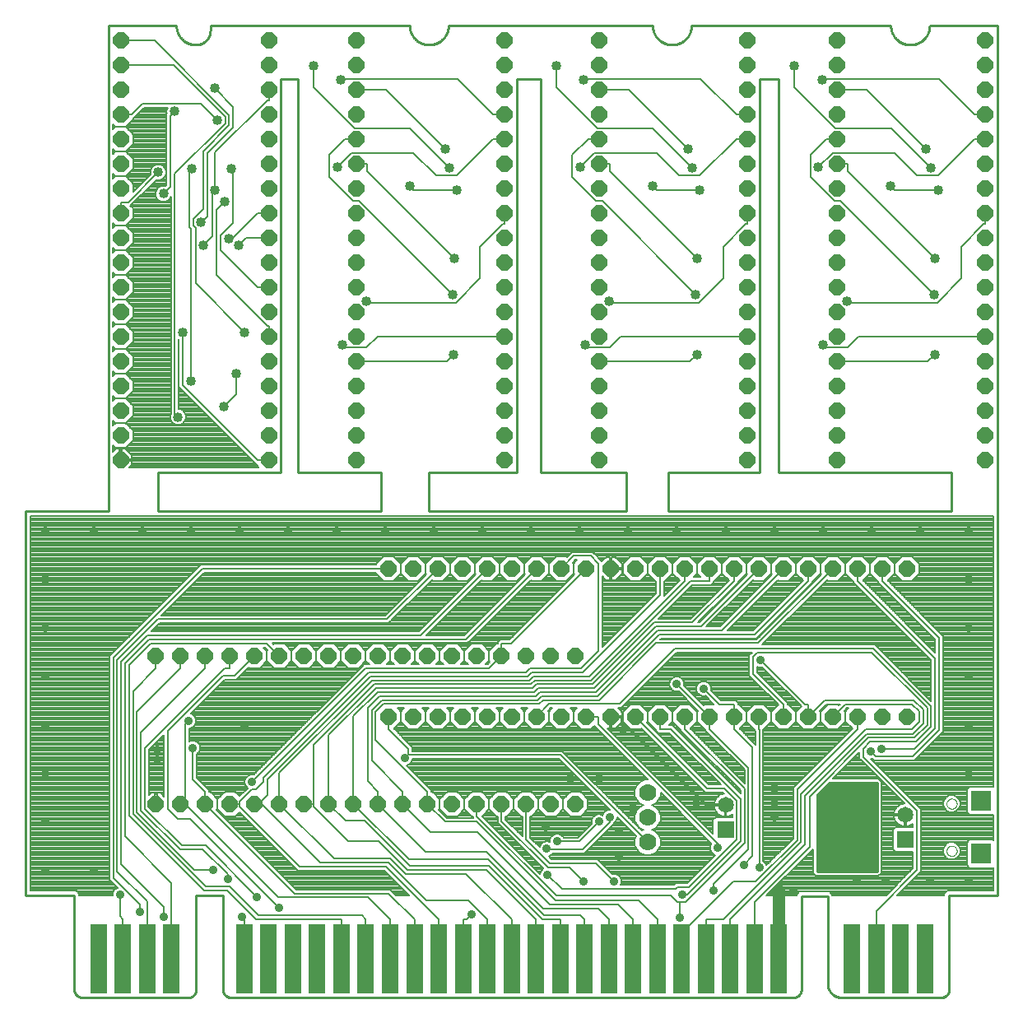
<source format=gbl>
G75*
%MOIN*%
%OFA0B0*%
%FSLAX25Y25*%
%IPPOS*%
%LPD*%
%AMOC8*
5,1,8,0,0,1.08239X$1,22.5*
%
%ADD10C,0.01000*%
%ADD11OC8,0.06400*%
%ADD12R,0.06500X0.06500*%
%ADD13C,0.06500*%
%ADD14R,0.06890X0.28150*%
%ADD15C,0.07000*%
%ADD16R,0.07874X0.07874*%
%ADD17C,0.00000*%
%ADD18C,0.00800*%
%ADD19C,0.03600*%
%ADD20C,0.01200*%
%ADD21C,0.05000*%
%ADD22C,0.01600*%
%ADD23C,0.04000*%
D10*
X0021485Y0005724D02*
X0021485Y0006118D01*
X0021485Y0005724D01*
X0021485Y0006118D02*
X0021485Y0044307D01*
X0001800Y0044307D01*
X0001800Y0199819D01*
X0035265Y0199819D01*
X0035265Y0215567D01*
X0035265Y0396669D01*
X0062824Y0396669D01*
X0062826Y0396479D01*
X0062833Y0396289D01*
X0062845Y0396099D01*
X0062861Y0395909D01*
X0062881Y0395720D01*
X0062907Y0395531D01*
X0062936Y0395343D01*
X0062971Y0395156D01*
X0063010Y0394970D01*
X0063053Y0394785D01*
X0063101Y0394600D01*
X0063153Y0394417D01*
X0063209Y0394236D01*
X0063270Y0394056D01*
X0063336Y0393877D01*
X0063405Y0393700D01*
X0063479Y0393524D01*
X0063557Y0393351D01*
X0063640Y0393179D01*
X0063726Y0393010D01*
X0063816Y0392842D01*
X0063911Y0392677D01*
X0064009Y0392514D01*
X0064112Y0392354D01*
X0064218Y0392196D01*
X0064328Y0392041D01*
X0064441Y0391888D01*
X0064559Y0391738D01*
X0064680Y0391592D01*
X0064804Y0391448D01*
X0064932Y0391307D01*
X0065063Y0391169D01*
X0065198Y0391034D01*
X0065336Y0390903D01*
X0065477Y0390775D01*
X0065621Y0390651D01*
X0065767Y0390530D01*
X0065917Y0390412D01*
X0066070Y0390299D01*
X0066225Y0390189D01*
X0066383Y0390083D01*
X0066543Y0389980D01*
X0066706Y0389882D01*
X0066871Y0389787D01*
X0067039Y0389697D01*
X0067208Y0389611D01*
X0067380Y0389528D01*
X0067553Y0389450D01*
X0067729Y0389376D01*
X0067906Y0389307D01*
X0068085Y0389241D01*
X0068265Y0389180D01*
X0068446Y0389124D01*
X0068629Y0389072D01*
X0068814Y0389024D01*
X0068999Y0388981D01*
X0069185Y0388942D01*
X0069372Y0388907D01*
X0069560Y0388878D01*
X0069749Y0388852D01*
X0069938Y0388832D01*
X0070128Y0388816D01*
X0070318Y0388804D01*
X0070508Y0388797D01*
X0070698Y0388795D01*
X0070850Y0388797D01*
X0071002Y0388803D01*
X0071154Y0388813D01*
X0071305Y0388826D01*
X0071456Y0388844D01*
X0071607Y0388865D01*
X0071757Y0388891D01*
X0071906Y0388920D01*
X0072055Y0388953D01*
X0072202Y0388990D01*
X0072349Y0389030D01*
X0072494Y0389075D01*
X0072638Y0389123D01*
X0072781Y0389175D01*
X0072923Y0389230D01*
X0073063Y0389289D01*
X0073202Y0389352D01*
X0073339Y0389418D01*
X0073474Y0389488D01*
X0073607Y0389561D01*
X0073738Y0389638D01*
X0073868Y0389718D01*
X0073995Y0389801D01*
X0074120Y0389887D01*
X0074243Y0389977D01*
X0074363Y0390070D01*
X0074481Y0390166D01*
X0074597Y0390265D01*
X0074710Y0390367D01*
X0074820Y0390471D01*
X0074928Y0390579D01*
X0075032Y0390689D01*
X0075134Y0390802D01*
X0075233Y0390918D01*
X0075329Y0391036D01*
X0075422Y0391156D01*
X0075512Y0391279D01*
X0075598Y0391404D01*
X0075681Y0391531D01*
X0075761Y0391661D01*
X0075838Y0391792D01*
X0075911Y0391925D01*
X0075981Y0392060D01*
X0076047Y0392197D01*
X0076110Y0392336D01*
X0076169Y0392476D01*
X0076224Y0392618D01*
X0076276Y0392761D01*
X0076324Y0392905D01*
X0076369Y0393050D01*
X0076409Y0393197D01*
X0076446Y0393344D01*
X0076479Y0393493D01*
X0076508Y0393642D01*
X0076534Y0393792D01*
X0076555Y0393943D01*
X0076573Y0394094D01*
X0076586Y0394245D01*
X0076596Y0394397D01*
X0076602Y0394549D01*
X0076604Y0394701D01*
X0076603Y0394701D02*
X0076603Y0396669D01*
X0105146Y0396669D01*
X0157312Y0396669D01*
X0157314Y0396479D01*
X0157321Y0396289D01*
X0157333Y0396099D01*
X0157349Y0395909D01*
X0157369Y0395720D01*
X0157395Y0395531D01*
X0157424Y0395343D01*
X0157459Y0395156D01*
X0157498Y0394970D01*
X0157541Y0394785D01*
X0157589Y0394600D01*
X0157641Y0394417D01*
X0157697Y0394236D01*
X0157758Y0394056D01*
X0157824Y0393877D01*
X0157893Y0393700D01*
X0157967Y0393524D01*
X0158045Y0393351D01*
X0158128Y0393179D01*
X0158214Y0393010D01*
X0158304Y0392842D01*
X0158399Y0392677D01*
X0158497Y0392514D01*
X0158600Y0392354D01*
X0158706Y0392196D01*
X0158816Y0392041D01*
X0158929Y0391888D01*
X0159047Y0391738D01*
X0159168Y0391592D01*
X0159292Y0391448D01*
X0159420Y0391307D01*
X0159551Y0391169D01*
X0159686Y0391034D01*
X0159824Y0390903D01*
X0159965Y0390775D01*
X0160109Y0390651D01*
X0160255Y0390530D01*
X0160405Y0390412D01*
X0160558Y0390299D01*
X0160713Y0390189D01*
X0160871Y0390083D01*
X0161031Y0389980D01*
X0161194Y0389882D01*
X0161359Y0389787D01*
X0161527Y0389697D01*
X0161696Y0389611D01*
X0161868Y0389528D01*
X0162041Y0389450D01*
X0162217Y0389376D01*
X0162394Y0389307D01*
X0162573Y0389241D01*
X0162753Y0389180D01*
X0162934Y0389124D01*
X0163117Y0389072D01*
X0163302Y0389024D01*
X0163487Y0388981D01*
X0163673Y0388942D01*
X0163860Y0388907D01*
X0164048Y0388878D01*
X0164237Y0388852D01*
X0164426Y0388832D01*
X0164616Y0388816D01*
X0164806Y0388804D01*
X0164996Y0388797D01*
X0165186Y0388795D01*
X0165376Y0388797D01*
X0165566Y0388804D01*
X0165756Y0388816D01*
X0165946Y0388832D01*
X0166135Y0388852D01*
X0166324Y0388878D01*
X0166512Y0388907D01*
X0166699Y0388942D01*
X0166885Y0388981D01*
X0167070Y0389024D01*
X0167255Y0389072D01*
X0167438Y0389124D01*
X0167619Y0389180D01*
X0167799Y0389241D01*
X0167978Y0389307D01*
X0168155Y0389376D01*
X0168331Y0389450D01*
X0168504Y0389528D01*
X0168676Y0389611D01*
X0168845Y0389697D01*
X0169013Y0389787D01*
X0169178Y0389882D01*
X0169341Y0389980D01*
X0169501Y0390083D01*
X0169659Y0390189D01*
X0169814Y0390299D01*
X0169967Y0390412D01*
X0170117Y0390530D01*
X0170263Y0390651D01*
X0170407Y0390775D01*
X0170548Y0390903D01*
X0170686Y0391034D01*
X0170821Y0391169D01*
X0170952Y0391307D01*
X0171080Y0391448D01*
X0171204Y0391592D01*
X0171325Y0391738D01*
X0171443Y0391888D01*
X0171556Y0392041D01*
X0171666Y0392196D01*
X0171772Y0392354D01*
X0171875Y0392514D01*
X0171973Y0392677D01*
X0172068Y0392842D01*
X0172158Y0393010D01*
X0172244Y0393179D01*
X0172327Y0393351D01*
X0172405Y0393524D01*
X0172479Y0393700D01*
X0172548Y0393877D01*
X0172614Y0394056D01*
X0172675Y0394236D01*
X0172731Y0394417D01*
X0172783Y0394600D01*
X0172831Y0394785D01*
X0172874Y0394970D01*
X0172913Y0395156D01*
X0172948Y0395343D01*
X0172977Y0395531D01*
X0173003Y0395720D01*
X0173023Y0395909D01*
X0173039Y0396099D01*
X0173051Y0396289D01*
X0173058Y0396479D01*
X0173060Y0396669D01*
X0255737Y0396669D01*
X0255739Y0396479D01*
X0255746Y0396289D01*
X0255758Y0396099D01*
X0255774Y0395909D01*
X0255794Y0395720D01*
X0255820Y0395531D01*
X0255849Y0395343D01*
X0255884Y0395156D01*
X0255923Y0394970D01*
X0255966Y0394785D01*
X0256014Y0394600D01*
X0256066Y0394417D01*
X0256122Y0394236D01*
X0256183Y0394056D01*
X0256249Y0393877D01*
X0256318Y0393700D01*
X0256392Y0393524D01*
X0256470Y0393351D01*
X0256553Y0393179D01*
X0256639Y0393010D01*
X0256729Y0392842D01*
X0256824Y0392677D01*
X0256922Y0392514D01*
X0257025Y0392354D01*
X0257131Y0392196D01*
X0257241Y0392041D01*
X0257354Y0391888D01*
X0257472Y0391738D01*
X0257593Y0391592D01*
X0257717Y0391448D01*
X0257845Y0391307D01*
X0257976Y0391169D01*
X0258111Y0391034D01*
X0258249Y0390903D01*
X0258390Y0390775D01*
X0258534Y0390651D01*
X0258680Y0390530D01*
X0258830Y0390412D01*
X0258983Y0390299D01*
X0259138Y0390189D01*
X0259296Y0390083D01*
X0259456Y0389980D01*
X0259619Y0389882D01*
X0259784Y0389787D01*
X0259952Y0389697D01*
X0260121Y0389611D01*
X0260293Y0389528D01*
X0260466Y0389450D01*
X0260642Y0389376D01*
X0260819Y0389307D01*
X0260998Y0389241D01*
X0261178Y0389180D01*
X0261359Y0389124D01*
X0261542Y0389072D01*
X0261727Y0389024D01*
X0261912Y0388981D01*
X0262098Y0388942D01*
X0262285Y0388907D01*
X0262473Y0388878D01*
X0262662Y0388852D01*
X0262851Y0388832D01*
X0263041Y0388816D01*
X0263231Y0388804D01*
X0263421Y0388797D01*
X0263611Y0388795D01*
X0263801Y0388797D01*
X0263991Y0388804D01*
X0264181Y0388816D01*
X0264371Y0388832D01*
X0264560Y0388852D01*
X0264749Y0388878D01*
X0264937Y0388907D01*
X0265124Y0388942D01*
X0265310Y0388981D01*
X0265495Y0389024D01*
X0265680Y0389072D01*
X0265863Y0389124D01*
X0266044Y0389180D01*
X0266224Y0389241D01*
X0266403Y0389307D01*
X0266580Y0389376D01*
X0266756Y0389450D01*
X0266929Y0389528D01*
X0267101Y0389611D01*
X0267270Y0389697D01*
X0267438Y0389787D01*
X0267603Y0389882D01*
X0267766Y0389980D01*
X0267926Y0390083D01*
X0268084Y0390189D01*
X0268239Y0390299D01*
X0268392Y0390412D01*
X0268542Y0390530D01*
X0268688Y0390651D01*
X0268832Y0390775D01*
X0268973Y0390903D01*
X0269111Y0391034D01*
X0269246Y0391169D01*
X0269377Y0391307D01*
X0269505Y0391448D01*
X0269629Y0391592D01*
X0269750Y0391738D01*
X0269868Y0391888D01*
X0269981Y0392041D01*
X0270091Y0392196D01*
X0270197Y0392354D01*
X0270300Y0392514D01*
X0270398Y0392677D01*
X0270493Y0392842D01*
X0270583Y0393010D01*
X0270669Y0393179D01*
X0270752Y0393351D01*
X0270830Y0393524D01*
X0270904Y0393700D01*
X0270973Y0393877D01*
X0271039Y0394056D01*
X0271100Y0394236D01*
X0271156Y0394417D01*
X0271208Y0394600D01*
X0271256Y0394785D01*
X0271299Y0394970D01*
X0271338Y0395156D01*
X0271373Y0395343D01*
X0271402Y0395531D01*
X0271428Y0395720D01*
X0271448Y0395909D01*
X0271464Y0396099D01*
X0271476Y0396289D01*
X0271483Y0396479D01*
X0271485Y0396669D01*
X0352194Y0396669D01*
X0352196Y0396479D01*
X0352203Y0396289D01*
X0352215Y0396099D01*
X0352231Y0395909D01*
X0352251Y0395720D01*
X0352277Y0395531D01*
X0352306Y0395343D01*
X0352341Y0395156D01*
X0352380Y0394970D01*
X0352423Y0394785D01*
X0352471Y0394600D01*
X0352523Y0394417D01*
X0352579Y0394236D01*
X0352640Y0394056D01*
X0352706Y0393877D01*
X0352775Y0393700D01*
X0352849Y0393524D01*
X0352927Y0393351D01*
X0353010Y0393179D01*
X0353096Y0393010D01*
X0353186Y0392842D01*
X0353281Y0392677D01*
X0353379Y0392514D01*
X0353482Y0392354D01*
X0353588Y0392196D01*
X0353698Y0392041D01*
X0353811Y0391888D01*
X0353929Y0391738D01*
X0354050Y0391592D01*
X0354174Y0391448D01*
X0354302Y0391307D01*
X0354433Y0391169D01*
X0354568Y0391034D01*
X0354706Y0390903D01*
X0354847Y0390775D01*
X0354991Y0390651D01*
X0355137Y0390530D01*
X0355287Y0390412D01*
X0355440Y0390299D01*
X0355595Y0390189D01*
X0355753Y0390083D01*
X0355913Y0389980D01*
X0356076Y0389882D01*
X0356241Y0389787D01*
X0356409Y0389697D01*
X0356578Y0389611D01*
X0356750Y0389528D01*
X0356923Y0389450D01*
X0357099Y0389376D01*
X0357276Y0389307D01*
X0357455Y0389241D01*
X0357635Y0389180D01*
X0357816Y0389124D01*
X0357999Y0389072D01*
X0358184Y0389024D01*
X0358369Y0388981D01*
X0358555Y0388942D01*
X0358742Y0388907D01*
X0358930Y0388878D01*
X0359119Y0388852D01*
X0359308Y0388832D01*
X0359498Y0388816D01*
X0359688Y0388804D01*
X0359878Y0388797D01*
X0360068Y0388795D01*
X0360258Y0388797D01*
X0360448Y0388804D01*
X0360638Y0388816D01*
X0360828Y0388832D01*
X0361017Y0388852D01*
X0361206Y0388878D01*
X0361394Y0388907D01*
X0361581Y0388942D01*
X0361767Y0388981D01*
X0361952Y0389024D01*
X0362137Y0389072D01*
X0362320Y0389124D01*
X0362501Y0389180D01*
X0362681Y0389241D01*
X0362860Y0389307D01*
X0363037Y0389376D01*
X0363213Y0389450D01*
X0363386Y0389528D01*
X0363558Y0389611D01*
X0363727Y0389697D01*
X0363895Y0389787D01*
X0364060Y0389882D01*
X0364223Y0389980D01*
X0364383Y0390083D01*
X0364541Y0390189D01*
X0364696Y0390299D01*
X0364849Y0390412D01*
X0364999Y0390530D01*
X0365145Y0390651D01*
X0365289Y0390775D01*
X0365430Y0390903D01*
X0365568Y0391034D01*
X0365703Y0391169D01*
X0365834Y0391307D01*
X0365962Y0391448D01*
X0366086Y0391592D01*
X0366207Y0391738D01*
X0366325Y0391888D01*
X0366438Y0392041D01*
X0366548Y0392196D01*
X0366654Y0392354D01*
X0366757Y0392514D01*
X0366855Y0392677D01*
X0366950Y0392842D01*
X0367040Y0393010D01*
X0367126Y0393179D01*
X0367209Y0393351D01*
X0367287Y0393524D01*
X0367361Y0393700D01*
X0367430Y0393877D01*
X0367496Y0394056D01*
X0367557Y0394236D01*
X0367613Y0394417D01*
X0367665Y0394600D01*
X0367713Y0394785D01*
X0367756Y0394970D01*
X0367795Y0395156D01*
X0367830Y0395343D01*
X0367859Y0395531D01*
X0367885Y0395720D01*
X0367905Y0395909D01*
X0367921Y0396099D01*
X0367933Y0396289D01*
X0367940Y0396479D01*
X0367942Y0396669D01*
X0395501Y0396669D01*
X0395501Y0044307D01*
X0375816Y0044307D01*
X0375816Y0006118D01*
X0375814Y0006008D01*
X0375808Y0005898D01*
X0375799Y0005789D01*
X0375785Y0005680D01*
X0375768Y0005571D01*
X0375747Y0005463D01*
X0375722Y0005356D01*
X0375694Y0005250D01*
X0375662Y0005145D01*
X0375626Y0005041D01*
X0375587Y0004938D01*
X0375544Y0004837D01*
X0375497Y0004737D01*
X0375447Y0004639D01*
X0375394Y0004543D01*
X0375337Y0004449D01*
X0375277Y0004357D01*
X0375214Y0004266D01*
X0375148Y0004179D01*
X0375079Y0004093D01*
X0375007Y0004010D01*
X0374932Y0003930D01*
X0374854Y0003852D01*
X0374774Y0003777D01*
X0374691Y0003705D01*
X0374605Y0003636D01*
X0374518Y0003570D01*
X0374427Y0003507D01*
X0374335Y0003447D01*
X0374241Y0003390D01*
X0374145Y0003337D01*
X0374047Y0003287D01*
X0373947Y0003240D01*
X0373846Y0003197D01*
X0373743Y0003158D01*
X0373639Y0003122D01*
X0373534Y0003090D01*
X0373428Y0003062D01*
X0373321Y0003037D01*
X0373213Y0003016D01*
X0373104Y0002999D01*
X0372995Y0002985D01*
X0372886Y0002976D01*
X0372776Y0002970D01*
X0372666Y0002968D01*
X0372666Y0002969D02*
X0332115Y0002969D01*
X0332115Y0002968D02*
X0331968Y0002970D01*
X0331822Y0002976D01*
X0331675Y0002986D01*
X0331529Y0002999D01*
X0331383Y0003017D01*
X0331238Y0003038D01*
X0331094Y0003063D01*
X0330950Y0003093D01*
X0330807Y0003125D01*
X0330665Y0003162D01*
X0330524Y0003203D01*
X0330384Y0003247D01*
X0330245Y0003295D01*
X0330108Y0003346D01*
X0329972Y0003402D01*
X0329837Y0003461D01*
X0329705Y0003523D01*
X0329573Y0003589D01*
X0329444Y0003658D01*
X0329317Y0003731D01*
X0329191Y0003807D01*
X0329068Y0003887D01*
X0328947Y0003970D01*
X0328828Y0004055D01*
X0328711Y0004145D01*
X0328597Y0004237D01*
X0328485Y0004332D01*
X0328376Y0004430D01*
X0328270Y0004531D01*
X0328166Y0004635D01*
X0328065Y0004741D01*
X0327967Y0004850D01*
X0327872Y0004962D01*
X0327780Y0005076D01*
X0327690Y0005193D01*
X0327605Y0005312D01*
X0327522Y0005433D01*
X0327442Y0005556D01*
X0327366Y0005682D01*
X0327293Y0005809D01*
X0327224Y0005938D01*
X0327158Y0006070D01*
X0327096Y0006202D01*
X0327037Y0006337D01*
X0326981Y0006473D01*
X0326930Y0006610D01*
X0326882Y0006749D01*
X0326838Y0006889D01*
X0326797Y0007030D01*
X0326760Y0007172D01*
X0326728Y0007315D01*
X0326698Y0007459D01*
X0326673Y0007603D01*
X0326652Y0007748D01*
X0326634Y0007894D01*
X0326621Y0008040D01*
X0326611Y0008187D01*
X0326605Y0008333D01*
X0326603Y0008480D01*
X0326603Y0043913D01*
X0315973Y0043913D01*
X0315973Y0006118D01*
X0315974Y0006118D02*
X0315972Y0006008D01*
X0315966Y0005898D01*
X0315957Y0005789D01*
X0315943Y0005680D01*
X0315926Y0005571D01*
X0315905Y0005463D01*
X0315880Y0005356D01*
X0315852Y0005250D01*
X0315820Y0005145D01*
X0315784Y0005041D01*
X0315745Y0004938D01*
X0315702Y0004837D01*
X0315655Y0004737D01*
X0315605Y0004639D01*
X0315552Y0004543D01*
X0315495Y0004449D01*
X0315435Y0004357D01*
X0315372Y0004266D01*
X0315306Y0004179D01*
X0315237Y0004093D01*
X0315165Y0004010D01*
X0315090Y0003930D01*
X0315012Y0003852D01*
X0314932Y0003777D01*
X0314849Y0003705D01*
X0314763Y0003636D01*
X0314676Y0003570D01*
X0314585Y0003507D01*
X0314493Y0003447D01*
X0314399Y0003390D01*
X0314303Y0003337D01*
X0314205Y0003287D01*
X0314105Y0003240D01*
X0314004Y0003197D01*
X0313901Y0003158D01*
X0313797Y0003122D01*
X0313692Y0003090D01*
X0313586Y0003062D01*
X0313479Y0003037D01*
X0313371Y0003016D01*
X0313262Y0002999D01*
X0313153Y0002985D01*
X0313044Y0002976D01*
X0312934Y0002970D01*
X0312824Y0002968D01*
X0312824Y0002969D02*
X0084871Y0002969D01*
X0084871Y0002968D02*
X0084761Y0002970D01*
X0084651Y0002976D01*
X0084542Y0002985D01*
X0084433Y0002999D01*
X0084324Y0003016D01*
X0084216Y0003037D01*
X0084109Y0003062D01*
X0084003Y0003090D01*
X0083898Y0003122D01*
X0083794Y0003158D01*
X0083691Y0003197D01*
X0083590Y0003240D01*
X0083490Y0003287D01*
X0083392Y0003337D01*
X0083296Y0003390D01*
X0083202Y0003447D01*
X0083110Y0003507D01*
X0083019Y0003570D01*
X0082932Y0003636D01*
X0082846Y0003705D01*
X0082763Y0003777D01*
X0082683Y0003852D01*
X0082605Y0003930D01*
X0082530Y0004010D01*
X0082458Y0004093D01*
X0082389Y0004179D01*
X0082323Y0004266D01*
X0082260Y0004357D01*
X0082200Y0004449D01*
X0082143Y0004543D01*
X0082090Y0004639D01*
X0082040Y0004737D01*
X0081993Y0004837D01*
X0081950Y0004938D01*
X0081911Y0005041D01*
X0081875Y0005145D01*
X0081843Y0005250D01*
X0081815Y0005356D01*
X0081790Y0005463D01*
X0081769Y0005571D01*
X0081752Y0005680D01*
X0081738Y0005789D01*
X0081729Y0005898D01*
X0081723Y0006008D01*
X0081721Y0006118D01*
X0081721Y0044307D01*
X0070698Y0044307D01*
X0070698Y0005724D01*
X0070696Y0005621D01*
X0070690Y0005518D01*
X0070681Y0005415D01*
X0070667Y0005313D01*
X0070650Y0005212D01*
X0070629Y0005111D01*
X0070604Y0005011D01*
X0070576Y0004912D01*
X0070543Y0004814D01*
X0070507Y0004717D01*
X0070468Y0004622D01*
X0070425Y0004528D01*
X0070379Y0004436D01*
X0070329Y0004346D01*
X0070276Y0004258D01*
X0070219Y0004171D01*
X0070159Y0004087D01*
X0070097Y0004006D01*
X0070031Y0003926D01*
X0069962Y0003849D01*
X0069891Y0003775D01*
X0069817Y0003704D01*
X0069740Y0003635D01*
X0069660Y0003569D01*
X0069579Y0003507D01*
X0069495Y0003447D01*
X0069408Y0003390D01*
X0069320Y0003337D01*
X0069230Y0003287D01*
X0069138Y0003241D01*
X0069044Y0003198D01*
X0068949Y0003159D01*
X0068852Y0003123D01*
X0068754Y0003090D01*
X0068655Y0003062D01*
X0068555Y0003037D01*
X0068454Y0003016D01*
X0068353Y0002999D01*
X0068251Y0002985D01*
X0068148Y0002976D01*
X0068045Y0002970D01*
X0067942Y0002968D01*
X0067942Y0002969D02*
X0024635Y0002969D01*
X0024635Y0002968D02*
X0024525Y0002970D01*
X0024415Y0002976D01*
X0024306Y0002985D01*
X0024197Y0002999D01*
X0024088Y0003016D01*
X0023980Y0003037D01*
X0023873Y0003062D01*
X0023767Y0003090D01*
X0023662Y0003122D01*
X0023558Y0003158D01*
X0023455Y0003197D01*
X0023354Y0003240D01*
X0023254Y0003287D01*
X0023156Y0003337D01*
X0023060Y0003390D01*
X0022966Y0003447D01*
X0022874Y0003507D01*
X0022783Y0003570D01*
X0022696Y0003636D01*
X0022610Y0003705D01*
X0022527Y0003777D01*
X0022447Y0003852D01*
X0022369Y0003930D01*
X0022294Y0004010D01*
X0022222Y0004093D01*
X0022153Y0004179D01*
X0022087Y0004266D01*
X0022024Y0004357D01*
X0021964Y0004449D01*
X0021907Y0004543D01*
X0021854Y0004639D01*
X0021804Y0004737D01*
X0021757Y0004837D01*
X0021714Y0004938D01*
X0021675Y0005041D01*
X0021639Y0005145D01*
X0021607Y0005250D01*
X0021579Y0005356D01*
X0021554Y0005463D01*
X0021533Y0005571D01*
X0021516Y0005680D01*
X0021502Y0005789D01*
X0021493Y0005898D01*
X0021487Y0006008D01*
X0021485Y0006118D01*
X0055540Y0199819D02*
X0055540Y0215567D01*
X0105146Y0215567D01*
X0105146Y0375016D01*
X0112036Y0375016D01*
X0112036Y0215567D01*
X0145698Y0215567D01*
X0145894Y0215567D01*
X0145894Y0199819D01*
X0055540Y0199819D01*
X0164989Y0199819D02*
X0164989Y0215567D01*
X0200619Y0215567D01*
X0200619Y0375016D01*
X0210461Y0375016D01*
X0210461Y0215567D01*
X0245107Y0215567D01*
X0245107Y0199819D01*
X0164989Y0199819D01*
X0200619Y0215567D02*
X0200619Y0375016D01*
X0210461Y0375016D02*
X0210461Y0215567D01*
X0262036Y0215567D02*
X0262036Y0199819D01*
X0376800Y0199819D01*
X0376800Y0215567D01*
X0306918Y0215567D01*
X0306918Y0375016D01*
X0299044Y0375016D01*
X0299044Y0215567D01*
X0262036Y0215567D01*
X0299044Y0215567D02*
X0299044Y0375016D01*
X0306918Y0375016D02*
X0306918Y0215567D01*
D11*
X0294044Y0220567D03*
X0294044Y0230567D03*
X0294044Y0240567D03*
X0294044Y0250567D03*
X0294044Y0260567D03*
X0294044Y0270567D03*
X0294044Y0280567D03*
X0294044Y0290567D03*
X0294044Y0300567D03*
X0294044Y0310567D03*
X0294044Y0320567D03*
X0294044Y0330567D03*
X0294044Y0340567D03*
X0294044Y0350567D03*
X0294044Y0360567D03*
X0294044Y0370567D03*
X0294044Y0380567D03*
X0294044Y0390567D03*
X0330501Y0390567D03*
X0330501Y0380567D03*
X0330501Y0370567D03*
X0330501Y0360567D03*
X0330501Y0350567D03*
X0330501Y0340567D03*
X0330501Y0330567D03*
X0330501Y0320567D03*
X0330501Y0310567D03*
X0330501Y0300567D03*
X0330501Y0290567D03*
X0330501Y0280567D03*
X0330501Y0270567D03*
X0330501Y0260567D03*
X0330501Y0250567D03*
X0330501Y0240567D03*
X0330501Y0230567D03*
X0330501Y0220567D03*
X0328769Y0176669D03*
X0338769Y0176669D03*
X0348769Y0176669D03*
X0358769Y0176669D03*
X0318769Y0176669D03*
X0308769Y0176669D03*
X0298769Y0176669D03*
X0288769Y0176669D03*
X0278769Y0176669D03*
X0268769Y0176669D03*
X0258769Y0176669D03*
X0248769Y0176669D03*
X0238769Y0176669D03*
X0228769Y0176669D03*
X0218769Y0176669D03*
X0208769Y0176669D03*
X0198769Y0176669D03*
X0188769Y0176669D03*
X0178769Y0176669D03*
X0168769Y0176669D03*
X0158769Y0176669D03*
X0148769Y0176669D03*
X0144595Y0141236D03*
X0154595Y0141236D03*
X0164595Y0141236D03*
X0174595Y0141236D03*
X0184595Y0141236D03*
X0194595Y0141236D03*
X0204595Y0141236D03*
X0214595Y0141236D03*
X0224595Y0141236D03*
X0228769Y0116669D03*
X0238769Y0116669D03*
X0248769Y0116669D03*
X0258769Y0116669D03*
X0268769Y0116669D03*
X0278769Y0116669D03*
X0288769Y0116669D03*
X0298769Y0116669D03*
X0308769Y0116669D03*
X0318769Y0116669D03*
X0328769Y0116669D03*
X0338769Y0116669D03*
X0348769Y0116669D03*
X0358769Y0116669D03*
X0390501Y0220567D03*
X0390501Y0230567D03*
X0390501Y0240567D03*
X0390501Y0250567D03*
X0390501Y0260567D03*
X0390501Y0270567D03*
X0390501Y0280567D03*
X0390501Y0290567D03*
X0390501Y0300567D03*
X0390501Y0310567D03*
X0390501Y0320567D03*
X0390501Y0330567D03*
X0390501Y0340567D03*
X0390501Y0350567D03*
X0390501Y0360567D03*
X0390501Y0370567D03*
X0390501Y0380567D03*
X0390501Y0390567D03*
X0234044Y0390567D03*
X0234044Y0380567D03*
X0234044Y0370567D03*
X0234044Y0360567D03*
X0234044Y0350567D03*
X0234044Y0340567D03*
X0234044Y0330567D03*
X0234044Y0320567D03*
X0234044Y0310567D03*
X0234044Y0300567D03*
X0234044Y0290567D03*
X0234044Y0280567D03*
X0234044Y0270567D03*
X0234044Y0260567D03*
X0234044Y0250567D03*
X0234044Y0240567D03*
X0234044Y0230567D03*
X0234044Y0220567D03*
X0195619Y0220567D03*
X0195619Y0230567D03*
X0195619Y0240567D03*
X0195619Y0250567D03*
X0195619Y0260567D03*
X0195619Y0270567D03*
X0195619Y0280567D03*
X0195619Y0290567D03*
X0195619Y0300567D03*
X0195619Y0310567D03*
X0195619Y0320567D03*
X0195619Y0330567D03*
X0195619Y0340567D03*
X0195619Y0350567D03*
X0195619Y0360567D03*
X0195619Y0370567D03*
X0195619Y0380567D03*
X0195619Y0390567D03*
X0135619Y0390567D03*
X0135619Y0380567D03*
X0135619Y0370567D03*
X0135619Y0360567D03*
X0135619Y0350567D03*
X0135619Y0340567D03*
X0135619Y0330567D03*
X0135619Y0320567D03*
X0135619Y0310567D03*
X0135619Y0300567D03*
X0135619Y0290567D03*
X0135619Y0280567D03*
X0135619Y0270567D03*
X0135619Y0260567D03*
X0135619Y0250567D03*
X0135619Y0240567D03*
X0135619Y0230567D03*
X0135619Y0220567D03*
X0100265Y0220567D03*
X0100265Y0230567D03*
X0100265Y0240567D03*
X0100265Y0250567D03*
X0100265Y0260567D03*
X0100265Y0270567D03*
X0100265Y0280567D03*
X0100265Y0290567D03*
X0100265Y0300567D03*
X0100265Y0310567D03*
X0100265Y0320567D03*
X0100265Y0330567D03*
X0100265Y0340567D03*
X0100265Y0350567D03*
X0100265Y0360567D03*
X0100265Y0370567D03*
X0100265Y0380567D03*
X0100265Y0390567D03*
X0040265Y0390567D03*
X0040265Y0380567D03*
X0040265Y0370567D03*
X0040265Y0360567D03*
X0040265Y0350567D03*
X0040265Y0340567D03*
X0040265Y0330567D03*
X0040265Y0320567D03*
X0040265Y0310567D03*
X0040265Y0300567D03*
X0040265Y0290567D03*
X0040265Y0280567D03*
X0040265Y0270567D03*
X0040265Y0260567D03*
X0040265Y0250567D03*
X0040265Y0240567D03*
X0040265Y0230567D03*
X0040265Y0220567D03*
X0054595Y0141236D03*
X0064595Y0141236D03*
X0074595Y0141236D03*
X0084595Y0141236D03*
X0094595Y0141236D03*
X0104595Y0141236D03*
X0114595Y0141236D03*
X0124595Y0141236D03*
X0134595Y0141236D03*
X0148769Y0116669D03*
X0158769Y0116669D03*
X0168769Y0116669D03*
X0178769Y0116669D03*
X0188769Y0116669D03*
X0198769Y0116669D03*
X0208769Y0116669D03*
X0218769Y0116669D03*
X0214595Y0081236D03*
X0204595Y0081236D03*
X0194595Y0081236D03*
X0184595Y0081236D03*
X0174595Y0081236D03*
X0164595Y0081236D03*
X0154595Y0081236D03*
X0144595Y0081236D03*
X0134595Y0081236D03*
X0124595Y0081236D03*
X0114595Y0081236D03*
X0104595Y0081236D03*
X0094595Y0081236D03*
X0084595Y0081236D03*
X0074595Y0081236D03*
X0064595Y0081236D03*
X0054595Y0081236D03*
X0224595Y0081236D03*
D12*
X0285265Y0070803D03*
X0358099Y0066866D03*
D13*
X0358099Y0076866D03*
X0285265Y0080803D03*
D14*
X0287233Y0018717D03*
X0277391Y0018717D03*
X0267548Y0018717D03*
X0257706Y0018717D03*
X0247863Y0018717D03*
X0238020Y0018717D03*
X0228178Y0018717D03*
X0218335Y0018717D03*
X0208493Y0018717D03*
X0198650Y0018717D03*
X0188808Y0018717D03*
X0178965Y0018717D03*
X0169123Y0018717D03*
X0159280Y0018717D03*
X0149438Y0018717D03*
X0139595Y0018717D03*
X0129753Y0018717D03*
X0119910Y0018717D03*
X0110068Y0018717D03*
X0100225Y0018717D03*
X0090383Y0018717D03*
X0060855Y0018717D03*
X0051013Y0018717D03*
X0041170Y0018717D03*
X0031328Y0018717D03*
X0297076Y0018717D03*
X0306918Y0018717D03*
X0336446Y0018717D03*
X0346288Y0018717D03*
X0356131Y0018717D03*
X0365973Y0018717D03*
D15*
X0253769Y0065803D03*
X0253769Y0075803D03*
X0253769Y0085803D03*
D16*
X0388808Y0082594D03*
X0388808Y0061138D03*
D17*
X0374812Y0062319D02*
X0374814Y0062410D01*
X0374820Y0062500D01*
X0374830Y0062591D01*
X0374844Y0062680D01*
X0374862Y0062769D01*
X0374883Y0062858D01*
X0374909Y0062945D01*
X0374938Y0063031D01*
X0374972Y0063115D01*
X0375008Y0063198D01*
X0375049Y0063280D01*
X0375093Y0063359D01*
X0375140Y0063437D01*
X0375191Y0063512D01*
X0375245Y0063585D01*
X0375302Y0063655D01*
X0375362Y0063723D01*
X0375425Y0063789D01*
X0375491Y0063851D01*
X0375560Y0063910D01*
X0375631Y0063967D01*
X0375705Y0064020D01*
X0375781Y0064070D01*
X0375859Y0064117D01*
X0375939Y0064160D01*
X0376020Y0064199D01*
X0376104Y0064235D01*
X0376189Y0064267D01*
X0376275Y0064296D01*
X0376362Y0064320D01*
X0376451Y0064341D01*
X0376540Y0064358D01*
X0376630Y0064371D01*
X0376720Y0064380D01*
X0376811Y0064385D01*
X0376902Y0064386D01*
X0376992Y0064383D01*
X0377083Y0064376D01*
X0377173Y0064365D01*
X0377263Y0064350D01*
X0377352Y0064331D01*
X0377440Y0064309D01*
X0377526Y0064282D01*
X0377612Y0064252D01*
X0377696Y0064218D01*
X0377779Y0064180D01*
X0377860Y0064139D01*
X0377939Y0064094D01*
X0378016Y0064045D01*
X0378090Y0063994D01*
X0378163Y0063939D01*
X0378233Y0063881D01*
X0378300Y0063820D01*
X0378364Y0063756D01*
X0378426Y0063690D01*
X0378485Y0063620D01*
X0378540Y0063549D01*
X0378593Y0063474D01*
X0378642Y0063398D01*
X0378688Y0063320D01*
X0378730Y0063239D01*
X0378769Y0063157D01*
X0378804Y0063073D01*
X0378835Y0062988D01*
X0378862Y0062901D01*
X0378886Y0062814D01*
X0378906Y0062725D01*
X0378922Y0062636D01*
X0378934Y0062546D01*
X0378942Y0062455D01*
X0378946Y0062364D01*
X0378946Y0062274D01*
X0378942Y0062183D01*
X0378934Y0062092D01*
X0378922Y0062002D01*
X0378906Y0061913D01*
X0378886Y0061824D01*
X0378862Y0061737D01*
X0378835Y0061650D01*
X0378804Y0061565D01*
X0378769Y0061481D01*
X0378730Y0061399D01*
X0378688Y0061318D01*
X0378642Y0061240D01*
X0378593Y0061164D01*
X0378540Y0061089D01*
X0378485Y0061018D01*
X0378426Y0060948D01*
X0378364Y0060882D01*
X0378300Y0060818D01*
X0378233Y0060757D01*
X0378163Y0060699D01*
X0378090Y0060644D01*
X0378016Y0060593D01*
X0377939Y0060544D01*
X0377860Y0060499D01*
X0377779Y0060458D01*
X0377696Y0060420D01*
X0377612Y0060386D01*
X0377526Y0060356D01*
X0377440Y0060329D01*
X0377352Y0060307D01*
X0377263Y0060288D01*
X0377173Y0060273D01*
X0377083Y0060262D01*
X0376992Y0060255D01*
X0376902Y0060252D01*
X0376811Y0060253D01*
X0376720Y0060258D01*
X0376630Y0060267D01*
X0376540Y0060280D01*
X0376451Y0060297D01*
X0376362Y0060318D01*
X0376275Y0060342D01*
X0376189Y0060371D01*
X0376104Y0060403D01*
X0376020Y0060439D01*
X0375939Y0060478D01*
X0375859Y0060521D01*
X0375781Y0060568D01*
X0375705Y0060618D01*
X0375631Y0060671D01*
X0375560Y0060728D01*
X0375491Y0060787D01*
X0375425Y0060849D01*
X0375362Y0060915D01*
X0375302Y0060983D01*
X0375245Y0061053D01*
X0375191Y0061126D01*
X0375140Y0061201D01*
X0375093Y0061279D01*
X0375049Y0061358D01*
X0375008Y0061440D01*
X0374972Y0061523D01*
X0374938Y0061607D01*
X0374909Y0061693D01*
X0374883Y0061780D01*
X0374862Y0061869D01*
X0374844Y0061958D01*
X0374830Y0062047D01*
X0374820Y0062138D01*
X0374814Y0062228D01*
X0374812Y0062319D01*
X0374812Y0081413D02*
X0374814Y0081504D01*
X0374820Y0081594D01*
X0374830Y0081685D01*
X0374844Y0081774D01*
X0374862Y0081863D01*
X0374883Y0081952D01*
X0374909Y0082039D01*
X0374938Y0082125D01*
X0374972Y0082209D01*
X0375008Y0082292D01*
X0375049Y0082374D01*
X0375093Y0082453D01*
X0375140Y0082531D01*
X0375191Y0082606D01*
X0375245Y0082679D01*
X0375302Y0082749D01*
X0375362Y0082817D01*
X0375425Y0082883D01*
X0375491Y0082945D01*
X0375560Y0083004D01*
X0375631Y0083061D01*
X0375705Y0083114D01*
X0375781Y0083164D01*
X0375859Y0083211D01*
X0375939Y0083254D01*
X0376020Y0083293D01*
X0376104Y0083329D01*
X0376189Y0083361D01*
X0376275Y0083390D01*
X0376362Y0083414D01*
X0376451Y0083435D01*
X0376540Y0083452D01*
X0376630Y0083465D01*
X0376720Y0083474D01*
X0376811Y0083479D01*
X0376902Y0083480D01*
X0376992Y0083477D01*
X0377083Y0083470D01*
X0377173Y0083459D01*
X0377263Y0083444D01*
X0377352Y0083425D01*
X0377440Y0083403D01*
X0377526Y0083376D01*
X0377612Y0083346D01*
X0377696Y0083312D01*
X0377779Y0083274D01*
X0377860Y0083233D01*
X0377939Y0083188D01*
X0378016Y0083139D01*
X0378090Y0083088D01*
X0378163Y0083033D01*
X0378233Y0082975D01*
X0378300Y0082914D01*
X0378364Y0082850D01*
X0378426Y0082784D01*
X0378485Y0082714D01*
X0378540Y0082643D01*
X0378593Y0082568D01*
X0378642Y0082492D01*
X0378688Y0082414D01*
X0378730Y0082333D01*
X0378769Y0082251D01*
X0378804Y0082167D01*
X0378835Y0082082D01*
X0378862Y0081995D01*
X0378886Y0081908D01*
X0378906Y0081819D01*
X0378922Y0081730D01*
X0378934Y0081640D01*
X0378942Y0081549D01*
X0378946Y0081458D01*
X0378946Y0081368D01*
X0378942Y0081277D01*
X0378934Y0081186D01*
X0378922Y0081096D01*
X0378906Y0081007D01*
X0378886Y0080918D01*
X0378862Y0080831D01*
X0378835Y0080744D01*
X0378804Y0080659D01*
X0378769Y0080575D01*
X0378730Y0080493D01*
X0378688Y0080412D01*
X0378642Y0080334D01*
X0378593Y0080258D01*
X0378540Y0080183D01*
X0378485Y0080112D01*
X0378426Y0080042D01*
X0378364Y0079976D01*
X0378300Y0079912D01*
X0378233Y0079851D01*
X0378163Y0079793D01*
X0378090Y0079738D01*
X0378016Y0079687D01*
X0377939Y0079638D01*
X0377860Y0079593D01*
X0377779Y0079552D01*
X0377696Y0079514D01*
X0377612Y0079480D01*
X0377526Y0079450D01*
X0377440Y0079423D01*
X0377352Y0079401D01*
X0377263Y0079382D01*
X0377173Y0079367D01*
X0377083Y0079356D01*
X0376992Y0079349D01*
X0376902Y0079346D01*
X0376811Y0079347D01*
X0376720Y0079352D01*
X0376630Y0079361D01*
X0376540Y0079374D01*
X0376451Y0079391D01*
X0376362Y0079412D01*
X0376275Y0079436D01*
X0376189Y0079465D01*
X0376104Y0079497D01*
X0376020Y0079533D01*
X0375939Y0079572D01*
X0375859Y0079615D01*
X0375781Y0079662D01*
X0375705Y0079712D01*
X0375631Y0079765D01*
X0375560Y0079822D01*
X0375491Y0079881D01*
X0375425Y0079943D01*
X0375362Y0080009D01*
X0375302Y0080077D01*
X0375245Y0080147D01*
X0375191Y0080220D01*
X0375140Y0080295D01*
X0375093Y0080373D01*
X0375049Y0080452D01*
X0375008Y0080534D01*
X0374972Y0080617D01*
X0374938Y0080701D01*
X0374909Y0080787D01*
X0374883Y0080874D01*
X0374862Y0080963D01*
X0374844Y0081052D01*
X0374830Y0081141D01*
X0374820Y0081232D01*
X0374814Y0081322D01*
X0374812Y0081413D01*
D18*
X0373412Y0081223D02*
X0362471Y0081223D01*
X0361672Y0082021D02*
X0373412Y0082021D01*
X0373412Y0082103D02*
X0373412Y0080724D01*
X0373940Y0079450D01*
X0374915Y0078474D01*
X0376189Y0077946D01*
X0377568Y0077946D01*
X0378843Y0078474D01*
X0379818Y0079450D01*
X0380346Y0080724D01*
X0380346Y0082103D01*
X0379818Y0083377D01*
X0378843Y0084352D01*
X0377568Y0084880D01*
X0376189Y0084880D01*
X0374915Y0084352D01*
X0373940Y0083377D01*
X0373412Y0082103D01*
X0373709Y0082820D02*
X0360874Y0082820D01*
X0360075Y0083618D02*
X0374181Y0083618D01*
X0375070Y0084417D02*
X0359277Y0084417D01*
X0358478Y0085215D02*
X0383071Y0085215D01*
X0383071Y0084417D02*
X0378688Y0084417D01*
X0379577Y0083618D02*
X0383071Y0083618D01*
X0383071Y0082820D02*
X0380049Y0082820D01*
X0380346Y0082021D02*
X0383071Y0082021D01*
X0383071Y0081223D02*
X0380346Y0081223D01*
X0380222Y0080424D02*
X0383071Y0080424D01*
X0383071Y0079626D02*
X0379891Y0079626D01*
X0379195Y0078827D02*
X0383071Y0078827D01*
X0383071Y0078029D02*
X0377767Y0078029D01*
X0375991Y0078029D02*
X0364317Y0078029D01*
X0364317Y0078827D02*
X0374562Y0078827D01*
X0373867Y0079626D02*
X0364068Y0079626D01*
X0364317Y0079377D02*
X0344198Y0099495D01*
X0344624Y0099495D01*
X0344723Y0099536D01*
X0345341Y0098919D01*
X0361677Y0098919D01*
X0372452Y0109694D01*
X0373389Y0110631D01*
X0373389Y0149311D01*
X0350935Y0171765D01*
X0353768Y0174598D01*
X0353768Y0178740D01*
X0350840Y0181669D01*
X0346697Y0181669D01*
X0343769Y0178740D01*
X0343769Y0174598D01*
X0346697Y0171669D01*
X0347169Y0171669D01*
X0347169Y0171006D01*
X0348106Y0170069D01*
X0370189Y0147986D01*
X0370189Y0142511D01*
X0340935Y0171765D01*
X0343768Y0174598D01*
X0343768Y0178740D01*
X0340840Y0181669D01*
X0336697Y0181669D01*
X0333769Y0178740D01*
X0333769Y0174598D01*
X0336697Y0171669D01*
X0337169Y0171669D01*
X0337169Y0171006D01*
X0338106Y0170069D01*
X0368589Y0139586D01*
X0368589Y0123058D01*
X0346684Y0144962D01*
X0345747Y0145900D01*
X0300262Y0145900D01*
X0326364Y0172002D01*
X0326697Y0171669D01*
X0330840Y0171669D01*
X0333768Y0174598D01*
X0333768Y0178740D01*
X0330840Y0181669D01*
X0326697Y0181669D01*
X0323769Y0178740D01*
X0323769Y0174598D01*
X0324102Y0174265D01*
X0297873Y0148036D01*
X0258784Y0148036D01*
X0259145Y0148396D01*
X0297759Y0148396D01*
X0298696Y0149334D01*
X0319431Y0170069D01*
X0319431Y0170069D01*
X0320368Y0171006D01*
X0320368Y0171669D01*
X0320840Y0171669D01*
X0323768Y0174598D01*
X0323768Y0178740D01*
X0320840Y0181669D01*
X0316697Y0181669D01*
X0313769Y0178740D01*
X0313769Y0174598D01*
X0316602Y0171765D01*
X0296433Y0151596D01*
X0285958Y0151596D01*
X0306364Y0172002D01*
X0306697Y0171669D01*
X0310840Y0171669D01*
X0313768Y0174598D01*
X0313768Y0178740D01*
X0310840Y0181669D01*
X0306697Y0181669D01*
X0303769Y0178740D01*
X0303769Y0174598D01*
X0304102Y0174265D01*
X0283033Y0153197D01*
X0277559Y0153197D01*
X0296364Y0172002D01*
X0296697Y0171669D01*
X0300840Y0171669D01*
X0303768Y0174598D01*
X0303768Y0178740D01*
X0300840Y0181669D01*
X0296697Y0181669D01*
X0293769Y0178740D01*
X0293769Y0174598D01*
X0294102Y0174265D01*
X0274634Y0154797D01*
X0274160Y0154797D01*
X0289431Y0170069D01*
X0289431Y0170069D01*
X0290368Y0171006D01*
X0290368Y0171669D01*
X0290840Y0171669D01*
X0293768Y0174598D01*
X0293768Y0178740D01*
X0290840Y0181669D01*
X0286697Y0181669D01*
X0283769Y0178740D01*
X0283769Y0174598D01*
X0286602Y0171765D01*
X0271234Y0156398D01*
X0258092Y0156398D01*
X0271764Y0170069D01*
X0279431Y0170069D01*
X0280368Y0171006D01*
X0280368Y0171669D01*
X0280840Y0171669D01*
X0283768Y0174598D01*
X0283768Y0178740D01*
X0280840Y0181669D01*
X0276697Y0181669D01*
X0273769Y0178740D01*
X0273769Y0174598D01*
X0275098Y0173269D01*
X0272439Y0173269D01*
X0273768Y0174598D01*
X0273768Y0178740D01*
X0270840Y0181669D01*
X0266697Y0181669D01*
X0263769Y0178740D01*
X0263769Y0174598D01*
X0266602Y0171765D01*
X0260368Y0165532D01*
X0260368Y0171669D01*
X0260840Y0171669D01*
X0263768Y0174598D01*
X0263768Y0178740D01*
X0260840Y0181669D01*
X0256697Y0181669D01*
X0253769Y0178740D01*
X0253769Y0174598D01*
X0256697Y0171669D01*
X0257169Y0171669D01*
X0257169Y0166668D01*
X0235395Y0144895D01*
X0235395Y0173537D01*
X0236863Y0172069D01*
X0238369Y0172069D01*
X0238369Y0176269D01*
X0239168Y0176269D01*
X0239168Y0172069D01*
X0240674Y0172069D01*
X0243368Y0174764D01*
X0243368Y0176269D01*
X0239169Y0176269D01*
X0239169Y0177069D01*
X0243368Y0177069D01*
X0243368Y0178575D01*
X0240674Y0181269D01*
X0239168Y0181269D01*
X0239168Y0177069D01*
X0238369Y0177069D01*
X0238369Y0181269D01*
X0236863Y0181269D01*
X0235207Y0179613D01*
X0232378Y0182443D01*
X0231440Y0183380D01*
X0223216Y0183380D01*
X0221173Y0181336D01*
X0220840Y0181669D01*
X0216697Y0181669D01*
X0213769Y0178740D01*
X0213769Y0174598D01*
X0216697Y0171669D01*
X0220840Y0171669D01*
X0223768Y0174598D01*
X0223768Y0178740D01*
X0223435Y0179073D01*
X0224542Y0180180D01*
X0225208Y0180180D01*
X0223769Y0178740D01*
X0223769Y0174598D01*
X0224102Y0174265D01*
X0197673Y0147837D01*
X0193933Y0147837D01*
X0192995Y0146899D01*
X0192995Y0146236D01*
X0192524Y0146236D01*
X0189595Y0143307D01*
X0186666Y0146236D01*
X0182524Y0146236D01*
X0179595Y0143307D01*
X0176666Y0146236D01*
X0172524Y0146236D01*
X0169595Y0143307D01*
X0166666Y0146236D01*
X0162524Y0146236D01*
X0159595Y0143307D01*
X0156666Y0146236D01*
X0152524Y0146236D01*
X0149595Y0143307D01*
X0146666Y0146236D01*
X0142524Y0146236D01*
X0139595Y0143307D01*
X0136666Y0146236D01*
X0132524Y0146236D01*
X0129595Y0143307D01*
X0126666Y0146236D01*
X0122524Y0146236D01*
X0119595Y0143307D01*
X0116666Y0146236D01*
X0112524Y0146236D01*
X0109595Y0143307D01*
X0106666Y0146236D01*
X0102524Y0146236D01*
X0102191Y0145903D01*
X0101623Y0146471D01*
X0180833Y0146471D01*
X0181770Y0147408D01*
X0206364Y0172002D01*
X0206697Y0171669D01*
X0210840Y0171669D01*
X0213768Y0174598D01*
X0213768Y0178740D01*
X0210840Y0181669D01*
X0206697Y0181669D01*
X0203769Y0178740D01*
X0203769Y0174598D01*
X0204102Y0174265D01*
X0179507Y0149671D01*
X0164033Y0149671D01*
X0186364Y0172002D01*
X0186697Y0171669D01*
X0190840Y0171669D01*
X0193768Y0174598D01*
X0193768Y0178740D01*
X0190840Y0181669D01*
X0186697Y0181669D01*
X0183769Y0178740D01*
X0183769Y0174598D01*
X0184102Y0174265D01*
X0161108Y0151272D01*
X0052710Y0151272D01*
X0055975Y0154537D01*
X0148899Y0154537D01*
X0149836Y0155474D01*
X0166364Y0172002D01*
X0166697Y0171669D01*
X0170840Y0171669D01*
X0173768Y0174598D01*
X0173768Y0178740D01*
X0170840Y0181669D01*
X0166697Y0181669D01*
X0163769Y0178740D01*
X0163769Y0174598D01*
X0164102Y0174265D01*
X0147573Y0157737D01*
X0056769Y0157737D01*
X0074101Y0175069D01*
X0143769Y0175069D01*
X0143769Y0174598D01*
X0146697Y0171669D01*
X0150840Y0171669D01*
X0153768Y0174598D01*
X0153768Y0178740D01*
X0150840Y0181669D01*
X0146697Y0181669D01*
X0143769Y0178740D01*
X0143769Y0178269D01*
X0072775Y0178269D01*
X0036654Y0142148D01*
X0035717Y0141210D01*
X0035717Y0050718D01*
X0039064Y0047370D01*
X0038259Y0047036D01*
X0037415Y0046192D01*
X0036958Y0045089D01*
X0036958Y0044307D01*
X0023385Y0044307D01*
X0023385Y0045094D01*
X0022272Y0046207D01*
X0003700Y0046207D01*
X0003700Y0197919D01*
X0034434Y0197919D01*
X0034508Y0197844D01*
X0393601Y0197844D01*
X0393601Y0088221D01*
X0393490Y0088331D01*
X0384125Y0088331D01*
X0383071Y0087277D01*
X0383071Y0077912D01*
X0384125Y0076857D01*
X0393490Y0076857D01*
X0393601Y0076968D01*
X0393601Y0066764D01*
X0393490Y0066875D01*
X0384125Y0066875D01*
X0383071Y0065820D01*
X0383071Y0056455D01*
X0384125Y0055401D01*
X0393490Y0055401D01*
X0393601Y0055511D01*
X0393601Y0046207D01*
X0375029Y0046207D01*
X0373916Y0045094D01*
X0373916Y0044307D01*
X0354812Y0044307D01*
X0363380Y0052875D01*
X0364317Y0053812D01*
X0364317Y0079377D01*
X0363269Y0080424D02*
X0373536Y0080424D01*
X0364317Y0077230D02*
X0383753Y0077230D01*
X0383071Y0086014D02*
X0357680Y0086014D01*
X0356881Y0086812D02*
X0383071Y0086812D01*
X0383404Y0087611D02*
X0356083Y0087611D01*
X0355284Y0088409D02*
X0393601Y0088409D01*
X0393601Y0089208D02*
X0354486Y0089208D01*
X0353687Y0090006D02*
X0393601Y0090006D01*
X0393601Y0090805D02*
X0352889Y0090805D01*
X0352090Y0091603D02*
X0393601Y0091603D01*
X0393601Y0092402D02*
X0351292Y0092402D01*
X0350493Y0093200D02*
X0393601Y0093200D01*
X0393601Y0093999D02*
X0349695Y0093999D01*
X0348896Y0094797D02*
X0393601Y0094797D01*
X0393601Y0095596D02*
X0348098Y0095596D01*
X0347299Y0096394D02*
X0393601Y0096394D01*
X0393601Y0097193D02*
X0346501Y0097193D01*
X0345702Y0097991D02*
X0393601Y0097991D01*
X0393601Y0098790D02*
X0344904Y0098790D01*
X0346004Y0100519D02*
X0344027Y0102495D01*
X0346004Y0100519D02*
X0361014Y0100519D01*
X0371789Y0111294D01*
X0371789Y0148648D01*
X0348769Y0171669D01*
X0348769Y0176669D01*
X0352271Y0180238D02*
X0355266Y0180238D01*
X0354468Y0179440D02*
X0353069Y0179440D01*
X0353769Y0178740D02*
X0353769Y0174598D01*
X0356697Y0171669D01*
X0360840Y0171669D01*
X0363768Y0174598D01*
X0363768Y0178740D01*
X0360840Y0181669D01*
X0356697Y0181669D01*
X0353769Y0178740D01*
X0353768Y0178641D02*
X0353769Y0178641D01*
X0353768Y0177842D02*
X0353769Y0177842D01*
X0353768Y0177044D02*
X0353769Y0177044D01*
X0353768Y0176245D02*
X0353769Y0176245D01*
X0353768Y0175447D02*
X0353769Y0175447D01*
X0353768Y0174648D02*
X0353769Y0174648D01*
X0354517Y0173850D02*
X0353020Y0173850D01*
X0352222Y0173051D02*
X0355315Y0173051D01*
X0356114Y0172253D02*
X0351423Y0172253D01*
X0351246Y0171454D02*
X0393601Y0171454D01*
X0393601Y0170656D02*
X0352044Y0170656D01*
X0352843Y0169857D02*
X0393601Y0169857D01*
X0393601Y0169059D02*
X0353641Y0169059D01*
X0354440Y0168260D02*
X0393601Y0168260D01*
X0393601Y0167462D02*
X0355238Y0167462D01*
X0356037Y0166663D02*
X0393601Y0166663D01*
X0393601Y0165865D02*
X0356835Y0165865D01*
X0357634Y0165066D02*
X0393601Y0165066D01*
X0393601Y0164268D02*
X0358432Y0164268D01*
X0359231Y0163469D02*
X0393601Y0163469D01*
X0393601Y0162671D02*
X0360029Y0162671D01*
X0360828Y0161872D02*
X0393601Y0161872D01*
X0393601Y0161074D02*
X0361626Y0161074D01*
X0362425Y0160275D02*
X0393601Y0160275D01*
X0393601Y0159477D02*
X0363223Y0159477D01*
X0364022Y0158678D02*
X0393601Y0158678D01*
X0393601Y0157880D02*
X0364820Y0157880D01*
X0365619Y0157081D02*
X0393601Y0157081D01*
X0393601Y0156283D02*
X0366417Y0156283D01*
X0367216Y0155484D02*
X0393601Y0155484D01*
X0393601Y0154686D02*
X0368014Y0154686D01*
X0368813Y0153887D02*
X0393601Y0153887D01*
X0393601Y0153089D02*
X0369611Y0153089D01*
X0370410Y0152290D02*
X0393601Y0152290D01*
X0393601Y0151492D02*
X0371209Y0151492D01*
X0372007Y0150693D02*
X0393601Y0150693D01*
X0393601Y0149895D02*
X0372806Y0149895D01*
X0373389Y0149096D02*
X0393601Y0149096D01*
X0393601Y0148298D02*
X0373389Y0148298D01*
X0373389Y0147499D02*
X0393601Y0147499D01*
X0393601Y0146701D02*
X0373389Y0146701D01*
X0373389Y0145902D02*
X0393601Y0145902D01*
X0393601Y0145104D02*
X0373389Y0145104D01*
X0373389Y0144305D02*
X0393601Y0144305D01*
X0393601Y0143506D02*
X0373389Y0143506D01*
X0373389Y0142708D02*
X0393601Y0142708D01*
X0393601Y0141909D02*
X0373389Y0141909D01*
X0373389Y0141111D02*
X0393601Y0141111D01*
X0393601Y0140312D02*
X0373389Y0140312D01*
X0373389Y0139514D02*
X0393601Y0139514D01*
X0393601Y0138715D02*
X0373389Y0138715D01*
X0373389Y0137917D02*
X0393601Y0137917D01*
X0393601Y0137118D02*
X0373389Y0137118D01*
X0373389Y0136320D02*
X0393601Y0136320D01*
X0393601Y0135521D02*
X0373389Y0135521D01*
X0373389Y0134723D02*
X0393601Y0134723D01*
X0393601Y0133924D02*
X0373389Y0133924D01*
X0373389Y0133126D02*
X0393601Y0133126D01*
X0393601Y0132327D02*
X0373389Y0132327D01*
X0373389Y0131529D02*
X0393601Y0131529D01*
X0393601Y0130730D02*
X0373389Y0130730D01*
X0373389Y0129932D02*
X0393601Y0129932D01*
X0393601Y0129133D02*
X0373389Y0129133D01*
X0373389Y0128335D02*
X0393601Y0128335D01*
X0393601Y0127536D02*
X0373389Y0127536D01*
X0373389Y0126738D02*
X0393601Y0126738D01*
X0393601Y0125939D02*
X0373389Y0125939D01*
X0373389Y0125141D02*
X0393601Y0125141D01*
X0393601Y0124342D02*
X0373389Y0124342D01*
X0373389Y0123544D02*
X0393601Y0123544D01*
X0393601Y0122745D02*
X0373389Y0122745D01*
X0373389Y0121947D02*
X0393601Y0121947D01*
X0393601Y0121148D02*
X0373389Y0121148D01*
X0373389Y0120350D02*
X0393601Y0120350D01*
X0393601Y0119551D02*
X0373389Y0119551D01*
X0373389Y0118753D02*
X0393601Y0118753D01*
X0393601Y0117954D02*
X0373389Y0117954D01*
X0373389Y0117156D02*
X0393601Y0117156D01*
X0393601Y0116357D02*
X0373389Y0116357D01*
X0373389Y0115559D02*
X0393601Y0115559D01*
X0393601Y0114760D02*
X0373389Y0114760D01*
X0373389Y0113962D02*
X0393601Y0113962D01*
X0393601Y0113163D02*
X0373389Y0113163D01*
X0373389Y0112365D02*
X0393601Y0112365D01*
X0393601Y0111566D02*
X0373389Y0111566D01*
X0373389Y0110768D02*
X0393601Y0110768D01*
X0393601Y0109969D02*
X0372727Y0109969D01*
X0371929Y0109171D02*
X0393601Y0109171D01*
X0393601Y0108372D02*
X0371130Y0108372D01*
X0370331Y0107573D02*
X0393601Y0107573D01*
X0393601Y0106775D02*
X0369533Y0106775D01*
X0368734Y0105976D02*
X0393601Y0105976D01*
X0393601Y0105178D02*
X0367936Y0105178D01*
X0367137Y0104379D02*
X0393601Y0104379D01*
X0393601Y0103581D02*
X0366339Y0103581D01*
X0365540Y0102782D02*
X0393601Y0102782D01*
X0393601Y0101984D02*
X0364742Y0101984D01*
X0363943Y0101185D02*
X0393601Y0101185D01*
X0393601Y0100387D02*
X0363145Y0100387D01*
X0362346Y0099588D02*
X0393601Y0099588D01*
X0393601Y0076432D02*
X0364317Y0076432D01*
X0364317Y0075633D02*
X0393601Y0075633D01*
X0393601Y0074835D02*
X0364317Y0074835D01*
X0364317Y0074036D02*
X0393601Y0074036D01*
X0393601Y0073238D02*
X0364317Y0073238D01*
X0364317Y0072439D02*
X0393601Y0072439D01*
X0393601Y0071640D02*
X0364317Y0071640D01*
X0364317Y0070842D02*
X0393601Y0070842D01*
X0393601Y0070043D02*
X0364317Y0070043D01*
X0364317Y0069245D02*
X0393601Y0069245D01*
X0393601Y0068446D02*
X0364317Y0068446D01*
X0364317Y0067648D02*
X0393601Y0067648D01*
X0393601Y0066849D02*
X0393516Y0066849D01*
X0384100Y0066849D02*
X0364317Y0066849D01*
X0364317Y0066051D02*
X0383301Y0066051D01*
X0383071Y0065252D02*
X0378848Y0065252D01*
X0378843Y0065258D02*
X0377568Y0065786D01*
X0376189Y0065786D01*
X0374915Y0065258D01*
X0373940Y0064283D01*
X0373412Y0063009D01*
X0373412Y0061629D01*
X0373940Y0060355D01*
X0374915Y0059380D01*
X0376189Y0058852D01*
X0377568Y0058852D01*
X0378843Y0059380D01*
X0379818Y0060355D01*
X0380346Y0061629D01*
X0380346Y0063009D01*
X0379818Y0064283D01*
X0378843Y0065258D01*
X0379647Y0064454D02*
X0383071Y0064454D01*
X0383071Y0063655D02*
X0380078Y0063655D01*
X0380346Y0062857D02*
X0383071Y0062857D01*
X0383071Y0062058D02*
X0380346Y0062058D01*
X0380193Y0061260D02*
X0383071Y0061260D01*
X0383071Y0060461D02*
X0379862Y0060461D01*
X0379126Y0059663D02*
X0383071Y0059663D01*
X0383071Y0058864D02*
X0377598Y0058864D01*
X0376159Y0058864D02*
X0364317Y0058864D01*
X0364317Y0058066D02*
X0383071Y0058066D01*
X0383071Y0057267D02*
X0364317Y0057267D01*
X0364317Y0056469D02*
X0383071Y0056469D01*
X0383856Y0055670D02*
X0364317Y0055670D01*
X0364317Y0054872D02*
X0393601Y0054872D01*
X0393601Y0054073D02*
X0364317Y0054073D01*
X0363779Y0053275D02*
X0393601Y0053275D01*
X0393601Y0052476D02*
X0362981Y0052476D01*
X0362182Y0051678D02*
X0393601Y0051678D01*
X0393601Y0050879D02*
X0361384Y0050879D01*
X0360585Y0050081D02*
X0393601Y0050081D01*
X0393601Y0049282D02*
X0359787Y0049282D01*
X0358988Y0048484D02*
X0393601Y0048484D01*
X0393601Y0047685D02*
X0358190Y0047685D01*
X0357391Y0046887D02*
X0393601Y0046887D01*
X0374910Y0046088D02*
X0356593Y0046088D01*
X0355794Y0045290D02*
X0374111Y0045290D01*
X0373916Y0044491D02*
X0354996Y0044491D01*
X0352866Y0046887D02*
X0304500Y0046887D01*
X0305298Y0047685D02*
X0353664Y0047685D01*
X0354463Y0048484D02*
X0306097Y0048484D01*
X0306895Y0049282D02*
X0355261Y0049282D01*
X0356060Y0050081D02*
X0307694Y0050081D01*
X0308492Y0050879D02*
X0356858Y0050879D01*
X0357657Y0051678D02*
X0309291Y0051678D01*
X0310089Y0052476D02*
X0321511Y0052476D01*
X0321838Y0052150D02*
X0347117Y0052150D01*
X0348288Y0053321D01*
X0348288Y0090411D01*
X0347117Y0091583D01*
X0328831Y0091583D01*
X0339427Y0102179D01*
X0339427Y0099741D01*
X0340364Y0098804D01*
X0357663Y0081505D01*
X0357010Y0081402D01*
X0356314Y0081175D01*
X0355662Y0080843D01*
X0355070Y0080413D01*
X0354552Y0079895D01*
X0354122Y0079303D01*
X0353790Y0078651D01*
X0353564Y0077955D01*
X0353449Y0077232D01*
X0353449Y0077155D01*
X0357810Y0077155D01*
X0357810Y0076577D01*
X0353449Y0076577D01*
X0353449Y0076500D01*
X0353564Y0075777D01*
X0353790Y0075081D01*
X0354122Y0074429D01*
X0354552Y0073837D01*
X0355070Y0073319D01*
X0355662Y0072889D01*
X0356314Y0072557D01*
X0357010Y0072331D01*
X0357733Y0072216D01*
X0357810Y0072216D01*
X0357810Y0076577D01*
X0358388Y0076577D01*
X0358388Y0072216D01*
X0358465Y0072216D01*
X0359188Y0072331D01*
X0359884Y0072557D01*
X0360536Y0072889D01*
X0361117Y0073311D01*
X0361117Y0071916D01*
X0354104Y0071916D01*
X0353049Y0070862D01*
X0353049Y0062871D01*
X0354104Y0061816D01*
X0361117Y0061816D01*
X0361117Y0055138D01*
X0350286Y0044307D01*
X0328503Y0044307D01*
X0328503Y0044700D01*
X0327390Y0045813D01*
X0315186Y0045813D01*
X0314073Y0044700D01*
X0314073Y0044307D01*
X0301920Y0044307D01*
X0320666Y0063053D01*
X0320666Y0053321D01*
X0321838Y0052150D01*
X0320713Y0053275D02*
X0310888Y0053275D01*
X0311686Y0054073D02*
X0320666Y0054073D01*
X0320666Y0054872D02*
X0312485Y0054872D01*
X0313283Y0055670D02*
X0320666Y0055670D01*
X0320666Y0056469D02*
X0314082Y0056469D01*
X0314880Y0057267D02*
X0320666Y0057267D01*
X0320666Y0058066D02*
X0315679Y0058066D01*
X0316477Y0058864D02*
X0320666Y0058864D01*
X0320666Y0059663D02*
X0317276Y0059663D01*
X0318074Y0060461D02*
X0320666Y0060461D01*
X0320666Y0061260D02*
X0318873Y0061260D01*
X0319671Y0062058D02*
X0320666Y0062058D01*
X0320666Y0062857D02*
X0320470Y0062857D01*
X0319343Y0063992D02*
X0297076Y0041725D01*
X0297076Y0034592D01*
X0297076Y0018717D01*
X0287233Y0018717D02*
X0287233Y0034592D01*
X0317484Y0064843D01*
X0317484Y0084762D01*
X0342443Y0109721D01*
X0361163Y0109721D01*
X0365387Y0113946D01*
X0365387Y0119470D01*
X0361496Y0123361D01*
X0325460Y0123361D01*
X0318769Y0116669D01*
X0318769Y0121670D01*
X0317494Y0121670D01*
X0299472Y0139692D01*
X0298031Y0137042D02*
X0298875Y0136692D01*
X0300069Y0136692D01*
X0300168Y0136733D01*
X0315965Y0120937D01*
X0313769Y0118740D01*
X0313769Y0114598D01*
X0316697Y0111669D01*
X0320840Y0111669D01*
X0323768Y0114598D01*
X0323768Y0118740D01*
X0323435Y0119073D01*
X0326123Y0121761D01*
X0331597Y0121761D01*
X0331173Y0121336D01*
X0330840Y0121669D01*
X0326697Y0121669D01*
X0323769Y0118740D01*
X0323769Y0114598D01*
X0326697Y0111669D01*
X0330840Y0111669D01*
X0333768Y0114598D01*
X0333768Y0118740D01*
X0333435Y0119073D01*
X0334522Y0120160D01*
X0335188Y0120160D01*
X0333769Y0118740D01*
X0333769Y0114598D01*
X0336602Y0111765D01*
X0313621Y0088784D01*
X0312683Y0087847D01*
X0312683Y0067285D01*
X0301849Y0056451D01*
X0301490Y0057319D01*
X0300646Y0058163D01*
X0300546Y0058205D01*
X0300546Y0111669D01*
X0300840Y0111669D01*
X0303768Y0114598D01*
X0303768Y0118740D01*
X0300840Y0121669D01*
X0296697Y0121669D01*
X0293769Y0118740D01*
X0293769Y0114598D01*
X0296697Y0111669D01*
X0297169Y0111669D01*
X0297169Y0111006D01*
X0297346Y0110828D01*
X0297346Y0105354D01*
X0290935Y0111765D01*
X0293768Y0114598D01*
X0293768Y0118740D01*
X0290840Y0121669D01*
X0290368Y0121669D01*
X0290368Y0122332D01*
X0289431Y0123270D01*
X0283508Y0123270D01*
X0279383Y0127395D01*
X0279424Y0127494D01*
X0279424Y0128688D01*
X0278968Y0129790D01*
X0278124Y0130634D01*
X0277021Y0131091D01*
X0275828Y0131091D01*
X0274725Y0130634D01*
X0273881Y0129790D01*
X0273424Y0128688D01*
X0273424Y0127494D01*
X0273881Y0126392D01*
X0274725Y0125548D01*
X0275828Y0125091D01*
X0277021Y0125091D01*
X0277121Y0125132D01*
X0280583Y0121669D01*
X0276697Y0121669D01*
X0276364Y0121336D01*
X0268551Y0129150D01*
X0268592Y0129249D01*
X0268592Y0130443D01*
X0268135Y0131545D01*
X0267291Y0132389D01*
X0266188Y0132846D01*
X0264995Y0132846D01*
X0263892Y0132389D01*
X0263048Y0131545D01*
X0262592Y0130443D01*
X0262592Y0129249D01*
X0263048Y0128147D01*
X0263892Y0127303D01*
X0264995Y0126846D01*
X0266188Y0126846D01*
X0266288Y0126887D01*
X0274102Y0119073D01*
X0273769Y0118740D01*
X0273769Y0114598D01*
X0276697Y0111669D01*
X0277169Y0111669D01*
X0277169Y0111006D01*
X0278106Y0110069D01*
X0292982Y0095193D01*
X0292982Y0089718D01*
X0270935Y0111765D01*
X0273768Y0114598D01*
X0273768Y0118740D01*
X0270840Y0121669D01*
X0266697Y0121669D01*
X0263769Y0118740D01*
X0263769Y0114598D01*
X0266697Y0111669D01*
X0267169Y0111669D01*
X0267169Y0111006D01*
X0291381Y0086793D01*
X0291381Y0085663D01*
X0264713Y0112332D01*
X0263776Y0113269D01*
X0262439Y0113269D01*
X0263768Y0114598D01*
X0263768Y0118740D01*
X0260840Y0121669D01*
X0256697Y0121669D01*
X0253769Y0118740D01*
X0253769Y0114598D01*
X0256697Y0111669D01*
X0257169Y0111669D01*
X0257169Y0111006D01*
X0258106Y0110069D01*
X0262450Y0110069D01*
X0283320Y0089199D01*
X0278501Y0089199D01*
X0253435Y0114265D01*
X0253768Y0114598D01*
X0253768Y0118740D01*
X0250840Y0121669D01*
X0246697Y0121669D01*
X0243769Y0118740D01*
X0243769Y0114598D01*
X0246697Y0111669D01*
X0250840Y0111669D01*
X0251173Y0112002D01*
X0276239Y0086936D01*
X0277176Y0085999D01*
X0284199Y0085999D01*
X0284766Y0085432D01*
X0284176Y0085339D01*
X0283480Y0085112D01*
X0282827Y0084780D01*
X0282235Y0084350D01*
X0281718Y0083832D01*
X0281288Y0083240D01*
X0280955Y0082588D01*
X0280729Y0081892D01*
X0280615Y0081169D01*
X0280615Y0081092D01*
X0284976Y0081092D01*
X0284976Y0080514D01*
X0285554Y0080514D01*
X0285554Y0076153D01*
X0285631Y0076153D01*
X0286353Y0076268D01*
X0287050Y0076494D01*
X0287702Y0076826D01*
X0288174Y0077170D01*
X0288174Y0075853D01*
X0281269Y0075853D01*
X0280215Y0074799D01*
X0280215Y0069262D01*
X0237408Y0112069D01*
X0238369Y0112069D01*
X0238369Y0116269D01*
X0239168Y0116269D01*
X0239168Y0112069D01*
X0240674Y0112069D01*
X0243368Y0114764D01*
X0243368Y0116269D01*
X0239169Y0116269D01*
X0239169Y0117069D01*
X0243368Y0117069D01*
X0243368Y0118575D01*
X0241746Y0120197D01*
X0243068Y0120197D01*
X0244005Y0121134D01*
X0265571Y0142700D01*
X0295966Y0142700D01*
X0294831Y0141565D01*
X0294831Y0133344D01*
X0295768Y0132407D01*
X0306602Y0121574D01*
X0303769Y0118740D01*
X0303769Y0114598D01*
X0306697Y0111669D01*
X0310840Y0111669D01*
X0313768Y0114598D01*
X0313768Y0118740D01*
X0310840Y0121669D01*
X0310368Y0121669D01*
X0310368Y0122332D01*
X0309431Y0123270D01*
X0298031Y0134670D01*
X0298031Y0137042D01*
X0298031Y0136320D02*
X0300582Y0136320D01*
X0301380Y0135521D02*
X0298031Y0135521D01*
X0298031Y0134723D02*
X0302179Y0134723D01*
X0302977Y0133924D02*
X0298777Y0133924D01*
X0299575Y0133126D02*
X0303776Y0133126D01*
X0304574Y0132327D02*
X0300374Y0132327D01*
X0301172Y0131529D02*
X0305373Y0131529D01*
X0306171Y0130730D02*
X0301971Y0130730D01*
X0302769Y0129932D02*
X0306970Y0129932D01*
X0307768Y0129133D02*
X0303568Y0129133D01*
X0304366Y0128335D02*
X0308567Y0128335D01*
X0309365Y0127536D02*
X0305165Y0127536D01*
X0305963Y0126738D02*
X0310164Y0126738D01*
X0310962Y0125939D02*
X0306762Y0125939D01*
X0307560Y0125141D02*
X0311761Y0125141D01*
X0312559Y0124342D02*
X0308359Y0124342D01*
X0309157Y0123544D02*
X0313358Y0123544D01*
X0314156Y0122745D02*
X0309956Y0122745D01*
X0309431Y0123270D02*
X0309431Y0123270D01*
X0310368Y0121947D02*
X0314955Y0121947D01*
X0315753Y0121148D02*
X0311361Y0121148D01*
X0312159Y0120350D02*
X0315378Y0120350D01*
X0314579Y0119551D02*
X0312958Y0119551D01*
X0313756Y0118753D02*
X0313781Y0118753D01*
X0313768Y0117954D02*
X0313769Y0117954D01*
X0313768Y0117156D02*
X0313769Y0117156D01*
X0313768Y0116357D02*
X0313769Y0116357D01*
X0313768Y0115559D02*
X0313769Y0115559D01*
X0313768Y0114760D02*
X0313769Y0114760D01*
X0314405Y0113962D02*
X0313132Y0113962D01*
X0312333Y0113163D02*
X0315204Y0113163D01*
X0316002Y0112365D02*
X0311535Y0112365D01*
X0308769Y0116669D02*
X0308769Y0121670D01*
X0296431Y0134007D01*
X0296431Y0140902D01*
X0298228Y0142699D01*
X0344421Y0142699D01*
X0366988Y0120133D01*
X0366988Y0113283D01*
X0361825Y0108120D01*
X0343106Y0108120D01*
X0319343Y0084357D01*
X0319343Y0063992D01*
X0315884Y0065959D02*
X0284517Y0034592D01*
X0277391Y0034592D01*
X0277391Y0018717D01*
X0267548Y0018717D02*
X0267548Y0028973D01*
X0288459Y0049884D01*
X0297545Y0049884D01*
X0314283Y0066622D01*
X0314283Y0087184D01*
X0338769Y0111669D01*
X0338769Y0116669D01*
X0335204Y0113163D02*
X0332333Y0113163D01*
X0331535Y0112365D02*
X0336002Y0112365D01*
X0336403Y0111566D02*
X0300546Y0111566D01*
X0300546Y0110768D02*
X0335604Y0110768D01*
X0334806Y0109969D02*
X0300546Y0109969D01*
X0300546Y0109171D02*
X0334007Y0109171D01*
X0333209Y0108372D02*
X0300546Y0108372D01*
X0300546Y0107573D02*
X0332410Y0107573D01*
X0331612Y0106775D02*
X0300546Y0106775D01*
X0300546Y0105976D02*
X0330813Y0105976D01*
X0330015Y0105178D02*
X0300546Y0105178D01*
X0300546Y0104379D02*
X0329216Y0104379D01*
X0328418Y0103581D02*
X0300546Y0103581D01*
X0300546Y0102782D02*
X0327619Y0102782D01*
X0326821Y0101984D02*
X0300546Y0101984D01*
X0300546Y0101185D02*
X0326022Y0101185D01*
X0325224Y0100387D02*
X0300546Y0100387D01*
X0300546Y0099588D02*
X0324425Y0099588D01*
X0323627Y0098790D02*
X0300546Y0098790D01*
X0300546Y0097991D02*
X0322828Y0097991D01*
X0322030Y0097193D02*
X0300546Y0097193D01*
X0300546Y0096394D02*
X0321231Y0096394D01*
X0320433Y0095596D02*
X0300546Y0095596D01*
X0300546Y0094797D02*
X0319634Y0094797D01*
X0318836Y0093999D02*
X0300546Y0093999D01*
X0300546Y0093200D02*
X0318037Y0093200D01*
X0317239Y0092402D02*
X0300546Y0092402D01*
X0300546Y0091603D02*
X0316440Y0091603D01*
X0315642Y0090805D02*
X0300546Y0090805D01*
X0300546Y0090006D02*
X0314843Y0090006D01*
X0314045Y0089208D02*
X0300546Y0089208D01*
X0300546Y0088409D02*
X0313246Y0088409D01*
X0312683Y0087611D02*
X0300546Y0087611D01*
X0300546Y0086812D02*
X0312683Y0086812D01*
X0312683Y0086014D02*
X0300546Y0086014D01*
X0300546Y0085215D02*
X0312683Y0085215D01*
X0312683Y0084417D02*
X0300546Y0084417D01*
X0300546Y0083618D02*
X0312683Y0083618D01*
X0312683Y0082820D02*
X0300546Y0082820D01*
X0300546Y0082021D02*
X0312683Y0082021D01*
X0312683Y0081223D02*
X0300546Y0081223D01*
X0300546Y0080424D02*
X0312683Y0080424D01*
X0312683Y0079626D02*
X0300546Y0079626D01*
X0300546Y0078827D02*
X0312683Y0078827D01*
X0312683Y0078029D02*
X0300546Y0078029D01*
X0300546Y0077230D02*
X0312683Y0077230D01*
X0312683Y0076432D02*
X0300546Y0076432D01*
X0300546Y0075633D02*
X0312683Y0075633D01*
X0312683Y0074835D02*
X0300546Y0074835D01*
X0300546Y0074036D02*
X0312683Y0074036D01*
X0312683Y0073238D02*
X0300546Y0073238D01*
X0300546Y0072439D02*
X0312683Y0072439D01*
X0312683Y0071640D02*
X0300546Y0071640D01*
X0300546Y0070842D02*
X0312683Y0070842D01*
X0312683Y0070043D02*
X0300546Y0070043D01*
X0300546Y0069245D02*
X0312683Y0069245D01*
X0312683Y0068446D02*
X0300546Y0068446D01*
X0300546Y0067648D02*
X0312683Y0067648D01*
X0312248Y0066849D02*
X0300546Y0066849D01*
X0300546Y0066051D02*
X0311449Y0066051D01*
X0310651Y0065252D02*
X0300546Y0065252D01*
X0300546Y0064454D02*
X0309852Y0064454D01*
X0309054Y0063655D02*
X0300546Y0063655D01*
X0300546Y0062857D02*
X0308255Y0062857D01*
X0307457Y0062058D02*
X0300546Y0062058D01*
X0300546Y0061260D02*
X0306658Y0061260D01*
X0305860Y0060461D02*
X0300546Y0060461D01*
X0300546Y0059663D02*
X0305061Y0059663D01*
X0304263Y0058864D02*
X0300546Y0058864D01*
X0300743Y0058066D02*
X0303464Y0058066D01*
X0302666Y0057267D02*
X0301511Y0057267D01*
X0301842Y0056469D02*
X0301867Y0056469D01*
X0298946Y0055620D02*
X0298946Y0111491D01*
X0298769Y0111669D01*
X0298769Y0116669D01*
X0302333Y0113163D02*
X0305204Y0113163D01*
X0306002Y0112365D02*
X0301535Y0112365D01*
X0303132Y0113962D02*
X0304405Y0113962D01*
X0303769Y0114760D02*
X0303768Y0114760D01*
X0303768Y0115559D02*
X0303769Y0115559D01*
X0303768Y0116357D02*
X0303769Y0116357D01*
X0303768Y0117156D02*
X0303769Y0117156D01*
X0303768Y0117954D02*
X0303769Y0117954D01*
X0303756Y0118753D02*
X0303781Y0118753D01*
X0304579Y0119551D02*
X0302958Y0119551D01*
X0302159Y0120350D02*
X0305378Y0120350D01*
X0306176Y0121148D02*
X0301361Y0121148D01*
X0303833Y0124342D02*
X0282436Y0124342D01*
X0283234Y0123544D02*
X0304632Y0123544D01*
X0305430Y0122745D02*
X0289956Y0122745D01*
X0290368Y0121947D02*
X0306229Y0121947D01*
X0303035Y0125141D02*
X0281637Y0125141D01*
X0280839Y0125939D02*
X0302236Y0125939D01*
X0301438Y0126738D02*
X0280040Y0126738D01*
X0279424Y0127536D02*
X0300639Y0127536D01*
X0299841Y0128335D02*
X0279424Y0128335D01*
X0279240Y0129133D02*
X0299042Y0129133D01*
X0298244Y0129932D02*
X0278826Y0129932D01*
X0277892Y0130730D02*
X0297445Y0130730D01*
X0296647Y0131529D02*
X0268142Y0131529D01*
X0268473Y0130730D02*
X0274957Y0130730D01*
X0274023Y0129932D02*
X0268592Y0129932D01*
X0268567Y0129133D02*
X0273609Y0129133D01*
X0273424Y0128335D02*
X0269366Y0128335D01*
X0270164Y0127536D02*
X0273424Y0127536D01*
X0273738Y0126738D02*
X0270963Y0126738D01*
X0271761Y0125939D02*
X0274333Y0125939D01*
X0275707Y0125141D02*
X0272560Y0125141D01*
X0273358Y0124342D02*
X0277910Y0124342D01*
X0278709Y0123544D02*
X0274157Y0123544D01*
X0274955Y0122745D02*
X0279507Y0122745D01*
X0280306Y0121947D02*
X0275754Y0121947D01*
X0273624Y0119551D02*
X0272958Y0119551D01*
X0272825Y0120350D02*
X0272159Y0120350D01*
X0272027Y0121148D02*
X0271361Y0121148D01*
X0271228Y0121947D02*
X0244818Y0121947D01*
X0245616Y0122745D02*
X0270430Y0122745D01*
X0269631Y0123544D02*
X0246415Y0123544D01*
X0247213Y0124342D02*
X0268833Y0124342D01*
X0268034Y0125141D02*
X0248012Y0125141D01*
X0248810Y0125939D02*
X0267236Y0125939D01*
X0266437Y0126738D02*
X0249609Y0126738D01*
X0250407Y0127536D02*
X0263659Y0127536D01*
X0262971Y0128335D02*
X0251206Y0128335D01*
X0252004Y0129133D02*
X0262640Y0129133D01*
X0262592Y0129932D02*
X0252803Y0129932D01*
X0253601Y0130730D02*
X0262711Y0130730D01*
X0263042Y0131529D02*
X0254400Y0131529D01*
X0255198Y0132327D02*
X0263830Y0132327D01*
X0265592Y0129846D02*
X0278769Y0116669D01*
X0278769Y0111669D01*
X0294582Y0095856D01*
X0294582Y0062915D01*
X0280437Y0048770D01*
X0280437Y0046128D01*
X0273736Y0053275D02*
X0239118Y0053275D01*
X0239421Y0052972D02*
X0234422Y0057971D01*
X0233485Y0058908D01*
X0214912Y0058908D01*
X0213604Y0060215D01*
X0214601Y0060628D01*
X0215164Y0061192D01*
X0227977Y0061192D01*
X0239043Y0072257D01*
X0239980Y0073194D01*
X0239980Y0073447D01*
X0240079Y0073488D01*
X0240923Y0074332D01*
X0241380Y0075435D01*
X0241380Y0075929D01*
X0249049Y0068260D01*
X0248469Y0066857D01*
X0248469Y0064749D01*
X0249275Y0062801D01*
X0250766Y0061310D01*
X0252714Y0060503D01*
X0254823Y0060503D01*
X0256771Y0061310D01*
X0258262Y0062801D01*
X0259068Y0064749D01*
X0259068Y0066857D01*
X0258262Y0068805D01*
X0256771Y0070296D01*
X0255547Y0070803D01*
X0256771Y0071310D01*
X0258262Y0072801D01*
X0259068Y0074749D01*
X0259068Y0076857D01*
X0258262Y0078805D01*
X0256771Y0080296D01*
X0255547Y0080803D01*
X0256771Y0081310D01*
X0258262Y0082801D01*
X0259068Y0084749D01*
X0259068Y0085883D01*
X0279536Y0065416D01*
X0279444Y0065323D01*
X0278987Y0064221D01*
X0278987Y0063027D01*
X0279444Y0061925D01*
X0280288Y0061081D01*
X0281174Y0060713D01*
X0269672Y0049211D01*
X0265059Y0049211D01*
X0264425Y0048578D01*
X0242769Y0048578D01*
X0243117Y0049417D01*
X0243117Y0050610D01*
X0242660Y0051713D01*
X0241816Y0052557D01*
X0240714Y0053013D01*
X0239520Y0053013D01*
X0239421Y0052972D01*
X0238320Y0054073D02*
X0274534Y0054073D01*
X0275333Y0054872D02*
X0237521Y0054872D01*
X0236723Y0055670D02*
X0276131Y0055670D01*
X0276930Y0056469D02*
X0235924Y0056469D01*
X0235126Y0057267D02*
X0277728Y0057267D01*
X0278527Y0058066D02*
X0234327Y0058066D01*
X0233529Y0058864D02*
X0279325Y0058864D01*
X0280124Y0059663D02*
X0214157Y0059663D01*
X0214198Y0060461D02*
X0280922Y0060461D01*
X0280109Y0061260D02*
X0256650Y0061260D01*
X0257519Y0062058D02*
X0279388Y0062058D01*
X0279058Y0062857D02*
X0258285Y0062857D01*
X0258616Y0063655D02*
X0278987Y0063655D01*
X0279084Y0064454D02*
X0258946Y0064454D01*
X0259068Y0065252D02*
X0279414Y0065252D01*
X0278901Y0066051D02*
X0259068Y0066051D01*
X0259068Y0066849D02*
X0278102Y0066849D01*
X0277304Y0067648D02*
X0258741Y0067648D01*
X0258410Y0068446D02*
X0276505Y0068446D01*
X0275706Y0069245D02*
X0257822Y0069245D01*
X0257024Y0070043D02*
X0274908Y0070043D01*
X0274109Y0070842D02*
X0255641Y0070842D01*
X0257101Y0071640D02*
X0273311Y0071640D01*
X0272512Y0072439D02*
X0257900Y0072439D01*
X0258442Y0073238D02*
X0271714Y0073238D01*
X0270915Y0074036D02*
X0258773Y0074036D01*
X0259068Y0074835D02*
X0270117Y0074835D01*
X0269318Y0075633D02*
X0259068Y0075633D01*
X0259068Y0076432D02*
X0268520Y0076432D01*
X0267721Y0077230D02*
X0258914Y0077230D01*
X0258583Y0078029D02*
X0266923Y0078029D01*
X0266124Y0078827D02*
X0258240Y0078827D01*
X0257441Y0079626D02*
X0265326Y0079626D01*
X0264527Y0080424D02*
X0256462Y0080424D01*
X0256560Y0081223D02*
X0263729Y0081223D01*
X0262930Y0082021D02*
X0257482Y0082021D01*
X0258269Y0082820D02*
X0262132Y0082820D01*
X0261333Y0083618D02*
X0258600Y0083618D01*
X0258931Y0084417D02*
X0260535Y0084417D01*
X0259736Y0085215D02*
X0259068Y0085215D01*
X0261866Y0087611D02*
X0275564Y0087611D01*
X0274766Y0088409D02*
X0261068Y0088409D01*
X0260269Y0089208D02*
X0273967Y0089208D01*
X0273169Y0090006D02*
X0259471Y0090006D01*
X0258672Y0090805D02*
X0272370Y0090805D01*
X0271572Y0091603D02*
X0257874Y0091603D01*
X0257075Y0092402D02*
X0270773Y0092402D01*
X0269975Y0093200D02*
X0256277Y0093200D01*
X0255478Y0093999D02*
X0269176Y0093999D01*
X0268378Y0094797D02*
X0254680Y0094797D01*
X0253881Y0095596D02*
X0267579Y0095596D01*
X0266781Y0096394D02*
X0253083Y0096394D01*
X0252284Y0097193D02*
X0265982Y0097193D01*
X0265184Y0097991D02*
X0251486Y0097991D01*
X0250687Y0098790D02*
X0264385Y0098790D01*
X0263587Y0099588D02*
X0249889Y0099588D01*
X0249090Y0100387D02*
X0262788Y0100387D01*
X0261990Y0101185D02*
X0248291Y0101185D01*
X0247493Y0101984D02*
X0261191Y0101984D01*
X0260393Y0102782D02*
X0246694Y0102782D01*
X0245896Y0103581D02*
X0259594Y0103581D01*
X0258796Y0104379D02*
X0245097Y0104379D01*
X0244299Y0105178D02*
X0257997Y0105178D01*
X0257199Y0105976D02*
X0243500Y0105976D01*
X0242702Y0106775D02*
X0256400Y0106775D01*
X0255602Y0107573D02*
X0241903Y0107573D01*
X0241105Y0108372D02*
X0254803Y0108372D01*
X0254005Y0109171D02*
X0240306Y0109171D01*
X0239508Y0109969D02*
X0253206Y0109969D01*
X0252408Y0110768D02*
X0238709Y0110768D01*
X0237911Y0111566D02*
X0251609Y0111566D01*
X0253739Y0113962D02*
X0254405Y0113962D01*
X0254537Y0113163D02*
X0255204Y0113163D01*
X0255336Y0112365D02*
X0256002Y0112365D01*
X0256134Y0111566D02*
X0257169Y0111566D01*
X0256933Y0110768D02*
X0257407Y0110768D01*
X0257731Y0109969D02*
X0262550Y0109969D01*
X0263349Y0109171D02*
X0258530Y0109171D01*
X0259329Y0108372D02*
X0264147Y0108372D01*
X0264946Y0107573D02*
X0260127Y0107573D01*
X0260926Y0106775D02*
X0265744Y0106775D01*
X0266543Y0105976D02*
X0261724Y0105976D01*
X0262523Y0105178D02*
X0267341Y0105178D01*
X0268140Y0104379D02*
X0263321Y0104379D01*
X0264120Y0103581D02*
X0268938Y0103581D01*
X0269737Y0102782D02*
X0264918Y0102782D01*
X0265717Y0101984D02*
X0270535Y0101984D01*
X0271334Y0101185D02*
X0266515Y0101185D01*
X0267314Y0100387D02*
X0272132Y0100387D01*
X0272931Y0099588D02*
X0268112Y0099588D01*
X0268911Y0098790D02*
X0273729Y0098790D01*
X0274528Y0097991D02*
X0269709Y0097991D01*
X0270508Y0097193D02*
X0275326Y0097193D01*
X0276125Y0096394D02*
X0271306Y0096394D01*
X0272105Y0095596D02*
X0276923Y0095596D01*
X0277722Y0094797D02*
X0272903Y0094797D01*
X0273702Y0093999D02*
X0278520Y0093999D01*
X0279319Y0093200D02*
X0274500Y0093200D01*
X0275299Y0092402D02*
X0280117Y0092402D01*
X0280916Y0091603D02*
X0276097Y0091603D01*
X0276896Y0090805D02*
X0281714Y0090805D01*
X0282513Y0090006D02*
X0277694Y0090006D01*
X0278493Y0089208D02*
X0283311Y0089208D01*
X0284862Y0087599D02*
X0277839Y0087599D01*
X0248769Y0116669D01*
X0245204Y0113163D02*
X0241768Y0113163D01*
X0242566Y0113962D02*
X0244405Y0113962D01*
X0243769Y0114760D02*
X0243365Y0114760D01*
X0243368Y0115559D02*
X0243769Y0115559D01*
X0243769Y0116357D02*
X0239169Y0116357D01*
X0239168Y0115559D02*
X0238369Y0115559D01*
X0238369Y0114760D02*
X0239168Y0114760D01*
X0239168Y0113962D02*
X0238369Y0113962D01*
X0238369Y0113163D02*
X0239168Y0113163D01*
X0239168Y0112365D02*
X0238369Y0112365D01*
X0240969Y0112365D02*
X0246002Y0112365D01*
X0243769Y0117156D02*
X0243368Y0117156D01*
X0243368Y0117954D02*
X0243769Y0117954D01*
X0243781Y0118753D02*
X0243191Y0118753D01*
X0242392Y0119551D02*
X0244579Y0119551D01*
X0245378Y0120350D02*
X0243221Y0120350D01*
X0244019Y0121148D02*
X0246176Y0121148D01*
X0242406Y0121797D02*
X0213896Y0121797D01*
X0208769Y0116669D01*
X0212333Y0113163D02*
X0215204Y0113163D01*
X0216002Y0112365D02*
X0211535Y0112365D01*
X0210840Y0111669D02*
X0213768Y0114598D01*
X0213768Y0118740D01*
X0213435Y0119073D01*
X0214559Y0120197D01*
X0215225Y0120197D01*
X0213769Y0118740D01*
X0213769Y0114598D01*
X0216697Y0111669D01*
X0220840Y0111669D01*
X0223768Y0114598D01*
X0223768Y0118740D01*
X0222312Y0120197D01*
X0225225Y0120197D01*
X0223769Y0118740D01*
X0223769Y0114598D01*
X0226697Y0111669D01*
X0230840Y0111669D01*
X0232169Y0112999D01*
X0232169Y0112783D01*
X0253848Y0091103D01*
X0252714Y0091103D01*
X0250766Y0090296D01*
X0249275Y0088805D01*
X0248469Y0086857D01*
X0248469Y0084749D01*
X0249275Y0082801D01*
X0250766Y0081310D01*
X0251990Y0080803D01*
X0250766Y0080296D01*
X0249275Y0078805D01*
X0248469Y0076857D01*
X0248469Y0074749D01*
X0249275Y0072801D01*
X0250766Y0071310D01*
X0251990Y0070803D01*
X0251312Y0070522D01*
X0219132Y0102703D01*
X0158348Y0102703D01*
X0158348Y0104352D01*
X0157411Y0105289D01*
X0150935Y0111765D01*
X0153768Y0114598D01*
X0153768Y0118740D01*
X0152312Y0120196D01*
X0155225Y0120196D01*
X0153769Y0118740D01*
X0153769Y0114598D01*
X0156697Y0111669D01*
X0160840Y0111669D01*
X0163768Y0114598D01*
X0163768Y0118740D01*
X0162312Y0120196D01*
X0165225Y0120196D01*
X0163769Y0118740D01*
X0163769Y0114598D01*
X0166697Y0111669D01*
X0170840Y0111669D01*
X0173768Y0114598D01*
X0173768Y0118740D01*
X0172312Y0120196D01*
X0175225Y0120196D01*
X0173769Y0118740D01*
X0173769Y0114598D01*
X0176697Y0111669D01*
X0180840Y0111669D01*
X0183768Y0114598D01*
X0183768Y0118740D01*
X0182312Y0120196D01*
X0185225Y0120196D01*
X0183769Y0118740D01*
X0183769Y0114598D01*
X0186697Y0111669D01*
X0190840Y0111669D01*
X0193768Y0114598D01*
X0193768Y0118740D01*
X0192312Y0120196D01*
X0195225Y0120196D01*
X0193769Y0118740D01*
X0193769Y0114598D01*
X0196697Y0111669D01*
X0200840Y0111669D01*
X0203768Y0114598D01*
X0203768Y0118740D01*
X0202312Y0120196D01*
X0205225Y0120196D01*
X0203769Y0118740D01*
X0203769Y0114598D01*
X0206697Y0111669D01*
X0210840Y0111669D01*
X0213132Y0113962D02*
X0214405Y0113962D01*
X0213769Y0114760D02*
X0213768Y0114760D01*
X0213768Y0115559D02*
X0213769Y0115559D01*
X0213768Y0116357D02*
X0213769Y0116357D01*
X0213768Y0117156D02*
X0213769Y0117156D01*
X0213768Y0117954D02*
X0213769Y0117954D01*
X0213756Y0118753D02*
X0213781Y0118753D01*
X0213913Y0119551D02*
X0214579Y0119551D01*
X0211515Y0123398D02*
X0209913Y0121796D01*
X0146608Y0121796D01*
X0143554Y0118742D01*
X0143554Y0107278D01*
X0164595Y0086237D01*
X0164595Y0081236D01*
X0171712Y0074119D01*
X0184448Y0074119D01*
X0216391Y0042176D01*
X0250121Y0042176D01*
X0257706Y0034592D01*
X0257706Y0018717D01*
X0247863Y0018717D02*
X0247863Y0034592D01*
X0241880Y0040575D01*
X0213956Y0040575D01*
X0184597Y0069935D01*
X0165897Y0069935D01*
X0154595Y0081236D01*
X0154595Y0086237D01*
X0141953Y0098879D01*
X0141953Y0119406D01*
X0145945Y0123398D01*
X0209046Y0123398D01*
X0210646Y0124998D01*
X0233484Y0124998D01*
X0258482Y0149996D01*
X0297096Y0149996D01*
X0318769Y0171669D01*
X0318769Y0176669D01*
X0322271Y0180238D02*
X0325266Y0180238D01*
X0324468Y0179440D02*
X0323069Y0179440D01*
X0323768Y0178641D02*
X0323769Y0178641D01*
X0323768Y0177842D02*
X0323769Y0177842D01*
X0323768Y0177044D02*
X0323769Y0177044D01*
X0323768Y0176245D02*
X0323769Y0176245D01*
X0323768Y0175447D02*
X0323769Y0175447D01*
X0323768Y0174648D02*
X0323769Y0174648D01*
X0323686Y0173850D02*
X0323020Y0173850D01*
X0322888Y0173051D02*
X0322222Y0173051D01*
X0322089Y0172253D02*
X0321423Y0172253D01*
X0321291Y0171454D02*
X0320368Y0171454D01*
X0320492Y0170656D02*
X0320018Y0170656D01*
X0319694Y0169857D02*
X0319220Y0169857D01*
X0318895Y0169059D02*
X0318421Y0169059D01*
X0318097Y0168260D02*
X0317623Y0168260D01*
X0317298Y0167462D02*
X0316824Y0167462D01*
X0316500Y0166663D02*
X0316026Y0166663D01*
X0315701Y0165865D02*
X0315227Y0165865D01*
X0314903Y0165066D02*
X0314429Y0165066D01*
X0314104Y0164268D02*
X0313630Y0164268D01*
X0313306Y0163469D02*
X0312832Y0163469D01*
X0312507Y0162671D02*
X0312033Y0162671D01*
X0311709Y0161872D02*
X0311235Y0161872D01*
X0310910Y0161074D02*
X0310436Y0161074D01*
X0310112Y0160275D02*
X0309638Y0160275D01*
X0309313Y0159477D02*
X0308839Y0159477D01*
X0308515Y0158678D02*
X0308041Y0158678D01*
X0307716Y0157880D02*
X0307242Y0157880D01*
X0306918Y0157081D02*
X0306444Y0157081D01*
X0306119Y0156283D02*
X0305645Y0156283D01*
X0305321Y0155484D02*
X0304846Y0155484D01*
X0304522Y0154686D02*
X0304048Y0154686D01*
X0303724Y0153887D02*
X0303249Y0153887D01*
X0302925Y0153089D02*
X0302451Y0153089D01*
X0302127Y0152290D02*
X0301652Y0152290D01*
X0301328Y0151492D02*
X0300854Y0151492D01*
X0300530Y0150693D02*
X0300055Y0150693D01*
X0299731Y0149895D02*
X0299257Y0149895D01*
X0298933Y0149096D02*
X0298458Y0149096D01*
X0298134Y0148298D02*
X0259046Y0148298D01*
X0257186Y0146436D02*
X0234148Y0123398D01*
X0211515Y0123398D01*
X0208383Y0124998D02*
X0145136Y0124998D01*
X0140315Y0120177D01*
X0140315Y0090517D01*
X0144595Y0086237D01*
X0144595Y0081236D01*
X0163834Y0061997D01*
X0188304Y0061997D01*
X0211326Y0038975D01*
X0233637Y0038975D01*
X0238020Y0034592D01*
X0238020Y0018717D01*
X0228178Y0018717D02*
X0228178Y0034592D01*
X0226577Y0036193D01*
X0211845Y0036193D01*
X0189241Y0058796D01*
X0157035Y0058796D01*
X0134595Y0081236D01*
X0134595Y0116807D01*
X0144387Y0126599D01*
X0207720Y0126599D01*
X0209320Y0128199D01*
X0232158Y0128199D01*
X0257156Y0153197D01*
X0275296Y0153197D01*
X0298769Y0176669D01*
X0302271Y0180238D02*
X0305266Y0180238D01*
X0304468Y0179440D02*
X0303069Y0179440D01*
X0303768Y0178641D02*
X0303769Y0178641D01*
X0303768Y0177842D02*
X0303769Y0177842D01*
X0303768Y0177044D02*
X0303769Y0177044D01*
X0303768Y0176245D02*
X0303769Y0176245D01*
X0303768Y0175447D02*
X0303769Y0175447D01*
X0303768Y0174648D02*
X0303769Y0174648D01*
X0303686Y0173850D02*
X0303020Y0173850D01*
X0302888Y0173051D02*
X0302222Y0173051D01*
X0302089Y0172253D02*
X0301423Y0172253D01*
X0301291Y0171454D02*
X0295816Y0171454D01*
X0295018Y0170656D02*
X0300492Y0170656D01*
X0299694Y0169857D02*
X0294219Y0169857D01*
X0293421Y0169059D02*
X0298895Y0169059D01*
X0298097Y0168260D02*
X0292622Y0168260D01*
X0291824Y0167462D02*
X0297298Y0167462D01*
X0296500Y0166663D02*
X0291025Y0166663D01*
X0290227Y0165865D02*
X0295701Y0165865D01*
X0294903Y0165066D02*
X0289428Y0165066D01*
X0288630Y0164268D02*
X0294104Y0164268D01*
X0293306Y0163469D02*
X0287831Y0163469D01*
X0287033Y0162671D02*
X0292507Y0162671D01*
X0291709Y0161872D02*
X0286234Y0161872D01*
X0285436Y0161074D02*
X0290910Y0161074D01*
X0290112Y0160275D02*
X0284637Y0160275D01*
X0283839Y0159477D02*
X0289313Y0159477D01*
X0288515Y0158678D02*
X0283040Y0158678D01*
X0282242Y0157880D02*
X0287716Y0157880D01*
X0286918Y0157081D02*
X0281443Y0157081D01*
X0280645Y0156283D02*
X0286119Y0156283D01*
X0285321Y0155484D02*
X0279846Y0155484D01*
X0279048Y0154686D02*
X0284522Y0154686D01*
X0283724Y0153887D02*
X0278249Y0153887D01*
X0276119Y0156283D02*
X0275645Y0156283D01*
X0275321Y0155484D02*
X0274846Y0155484D01*
X0276444Y0157081D02*
X0276918Y0157081D01*
X0277242Y0157880D02*
X0277716Y0157880D01*
X0278041Y0158678D02*
X0278515Y0158678D01*
X0278839Y0159477D02*
X0279313Y0159477D01*
X0279638Y0160275D02*
X0280112Y0160275D01*
X0280436Y0161074D02*
X0280910Y0161074D01*
X0281235Y0161872D02*
X0281709Y0161872D01*
X0282033Y0162671D02*
X0282507Y0162671D01*
X0282832Y0163469D02*
X0283306Y0163469D01*
X0283630Y0164268D02*
X0284104Y0164268D01*
X0284429Y0165066D02*
X0284903Y0165066D01*
X0285227Y0165865D02*
X0285701Y0165865D01*
X0286026Y0166663D02*
X0286500Y0166663D01*
X0286824Y0167462D02*
X0287298Y0167462D01*
X0287623Y0168260D02*
X0288097Y0168260D01*
X0288421Y0169059D02*
X0288895Y0169059D01*
X0289220Y0169857D02*
X0289694Y0169857D01*
X0290018Y0170656D02*
X0290492Y0170656D01*
X0290368Y0171454D02*
X0291291Y0171454D01*
X0291423Y0172253D02*
X0292089Y0172253D01*
X0292222Y0173051D02*
X0292888Y0173051D01*
X0293020Y0173850D02*
X0293686Y0173850D01*
X0293768Y0174648D02*
X0293769Y0174648D01*
X0293768Y0175447D02*
X0293769Y0175447D01*
X0293768Y0176245D02*
X0293769Y0176245D01*
X0293768Y0177044D02*
X0293769Y0177044D01*
X0293768Y0177842D02*
X0293769Y0177842D01*
X0293768Y0178641D02*
X0293769Y0178641D01*
X0294468Y0179440D02*
X0293069Y0179440D01*
X0292271Y0180238D02*
X0295266Y0180238D01*
X0296065Y0181037D02*
X0291472Y0181037D01*
X0288769Y0176669D02*
X0288769Y0171669D01*
X0271897Y0154798D01*
X0256493Y0154798D01*
X0231495Y0129800D01*
X0208657Y0129800D01*
X0207057Y0128200D01*
X0143691Y0128200D01*
X0124595Y0109104D01*
X0124595Y0085574D01*
X0124595Y0081236D01*
X0131393Y0074439D01*
X0139129Y0074439D01*
X0157318Y0056250D01*
X0189524Y0056250D01*
X0211181Y0034592D01*
X0218335Y0034592D01*
X0218335Y0018717D01*
X0208493Y0018717D02*
X0208493Y0034592D01*
X0188436Y0054649D01*
X0156316Y0054649D01*
X0144804Y0066161D01*
X0132484Y0066161D01*
X0118438Y0080207D01*
X0118438Y0081236D01*
X0114595Y0081236D01*
X0118438Y0081236D02*
X0118438Y0105215D01*
X0143023Y0129800D01*
X0206394Y0129800D01*
X0207994Y0131400D01*
X0230832Y0131400D01*
X0271101Y0171669D01*
X0278769Y0171669D01*
X0278769Y0176669D01*
X0282271Y0180238D02*
X0285266Y0180238D01*
X0284468Y0179440D02*
X0283069Y0179440D01*
X0283768Y0178641D02*
X0283769Y0178641D01*
X0283768Y0177842D02*
X0283769Y0177842D01*
X0283768Y0177044D02*
X0283769Y0177044D01*
X0283768Y0176245D02*
X0283769Y0176245D01*
X0283768Y0175447D02*
X0283769Y0175447D01*
X0283768Y0174648D02*
X0283769Y0174648D01*
X0284517Y0173850D02*
X0283020Y0173850D01*
X0282222Y0173051D02*
X0285315Y0173051D01*
X0286114Y0172253D02*
X0281423Y0172253D01*
X0280368Y0171454D02*
X0286291Y0171454D01*
X0285493Y0170656D02*
X0280018Y0170656D01*
X0283097Y0168260D02*
X0269955Y0168260D01*
X0269156Y0167462D02*
X0282299Y0167462D01*
X0281500Y0166663D02*
X0268358Y0166663D01*
X0267559Y0165865D02*
X0280702Y0165865D01*
X0279903Y0165066D02*
X0266761Y0165066D01*
X0265962Y0164268D02*
X0279105Y0164268D01*
X0278306Y0163469D02*
X0265164Y0163469D01*
X0264365Y0162671D02*
X0277508Y0162671D01*
X0276709Y0161872D02*
X0263567Y0161872D01*
X0262768Y0161074D02*
X0275911Y0161074D01*
X0275112Y0160275D02*
X0261970Y0160275D01*
X0261171Y0159477D02*
X0274314Y0159477D01*
X0273515Y0158678D02*
X0260373Y0158678D01*
X0259574Y0157880D02*
X0272717Y0157880D01*
X0271918Y0157081D02*
X0258776Y0157081D01*
X0257819Y0151597D02*
X0232821Y0126599D01*
X0209983Y0126599D01*
X0208383Y0124998D01*
X0204579Y0119551D02*
X0202958Y0119551D01*
X0203756Y0118753D02*
X0203781Y0118753D01*
X0203768Y0117954D02*
X0203769Y0117954D01*
X0203768Y0117156D02*
X0203769Y0117156D01*
X0203768Y0116357D02*
X0203769Y0116357D01*
X0203768Y0115559D02*
X0203769Y0115559D01*
X0203768Y0114760D02*
X0203769Y0114760D01*
X0204405Y0113962D02*
X0203132Y0113962D01*
X0202333Y0113163D02*
X0205204Y0113163D01*
X0206002Y0112365D02*
X0201535Y0112365D01*
X0196002Y0112365D02*
X0191535Y0112365D01*
X0192333Y0113163D02*
X0195204Y0113163D01*
X0194405Y0113962D02*
X0193132Y0113962D01*
X0193768Y0114760D02*
X0193769Y0114760D01*
X0193768Y0115559D02*
X0193769Y0115559D01*
X0193768Y0116357D02*
X0193769Y0116357D01*
X0193768Y0117156D02*
X0193769Y0117156D01*
X0193768Y0117954D02*
X0193769Y0117954D01*
X0193756Y0118753D02*
X0193781Y0118753D01*
X0194579Y0119551D02*
X0192958Y0119551D01*
X0184579Y0119551D02*
X0182958Y0119551D01*
X0183756Y0118753D02*
X0183781Y0118753D01*
X0183768Y0117954D02*
X0183769Y0117954D01*
X0183768Y0117156D02*
X0183769Y0117156D01*
X0183768Y0116357D02*
X0183769Y0116357D01*
X0183768Y0115559D02*
X0183769Y0115559D01*
X0183768Y0114760D02*
X0183769Y0114760D01*
X0184405Y0113962D02*
X0183132Y0113962D01*
X0182333Y0113163D02*
X0185204Y0113163D01*
X0186002Y0112365D02*
X0181535Y0112365D01*
X0176002Y0112365D02*
X0171535Y0112365D01*
X0172333Y0113163D02*
X0175204Y0113163D01*
X0174405Y0113962D02*
X0173132Y0113962D01*
X0173768Y0114760D02*
X0173769Y0114760D01*
X0173768Y0115559D02*
X0173769Y0115559D01*
X0173768Y0116357D02*
X0173769Y0116357D01*
X0173768Y0117156D02*
X0173769Y0117156D01*
X0173768Y0117954D02*
X0173769Y0117954D01*
X0173756Y0118753D02*
X0173781Y0118753D01*
X0174579Y0119551D02*
X0172958Y0119551D01*
X0164579Y0119551D02*
X0162958Y0119551D01*
X0163756Y0118753D02*
X0163781Y0118753D01*
X0163768Y0117954D02*
X0163769Y0117954D01*
X0163768Y0117156D02*
X0163769Y0117156D01*
X0163768Y0116357D02*
X0163769Y0116357D01*
X0163768Y0115559D02*
X0163769Y0115559D01*
X0163768Y0114760D02*
X0163769Y0114760D01*
X0164405Y0113962D02*
X0163132Y0113962D01*
X0162333Y0113163D02*
X0165204Y0113163D01*
X0166002Y0112365D02*
X0161535Y0112365D01*
X0156002Y0112365D02*
X0151535Y0112365D01*
X0151134Y0111566D02*
X0233385Y0111566D01*
X0232587Y0112365D02*
X0231535Y0112365D01*
X0233769Y0113445D02*
X0233769Y0116669D01*
X0228769Y0116669D01*
X0225204Y0113163D02*
X0222333Y0113163D01*
X0221535Y0112365D02*
X0226002Y0112365D01*
X0224405Y0113962D02*
X0223132Y0113962D01*
X0223768Y0114760D02*
X0223769Y0114760D01*
X0223768Y0115559D02*
X0223769Y0115559D01*
X0223768Y0116357D02*
X0223769Y0116357D01*
X0223768Y0117156D02*
X0223769Y0117156D01*
X0223768Y0117954D02*
X0223769Y0117954D01*
X0223756Y0118753D02*
X0223781Y0118753D01*
X0224579Y0119551D02*
X0222958Y0119551D01*
X0233769Y0113445D02*
X0281987Y0065227D01*
X0281987Y0063624D01*
X0280215Y0070043D02*
X0279433Y0070043D01*
X0280215Y0070842D02*
X0278635Y0070842D01*
X0277836Y0071640D02*
X0280215Y0071640D01*
X0280215Y0072439D02*
X0277038Y0072439D01*
X0276239Y0073238D02*
X0280215Y0073238D01*
X0280215Y0074036D02*
X0275441Y0074036D01*
X0274642Y0074835D02*
X0280250Y0074835D01*
X0281049Y0075633D02*
X0273844Y0075633D01*
X0273045Y0076432D02*
X0283671Y0076432D01*
X0283480Y0076494D02*
X0284176Y0076268D01*
X0284899Y0076153D01*
X0284976Y0076153D01*
X0284976Y0080514D01*
X0280615Y0080514D01*
X0280615Y0080437D01*
X0280729Y0079714D01*
X0280955Y0079018D01*
X0281288Y0078366D01*
X0281718Y0077774D01*
X0282235Y0077256D01*
X0282827Y0076826D01*
X0283480Y0076494D01*
X0282271Y0077230D02*
X0272247Y0077230D01*
X0271448Y0078029D02*
X0281533Y0078029D01*
X0281053Y0078827D02*
X0270650Y0078827D01*
X0269851Y0079626D02*
X0280758Y0079626D01*
X0280617Y0080424D02*
X0269053Y0080424D01*
X0268254Y0081223D02*
X0280623Y0081223D01*
X0280771Y0082021D02*
X0267456Y0082021D01*
X0266657Y0082820D02*
X0281073Y0082820D01*
X0281562Y0083618D02*
X0265859Y0083618D01*
X0265060Y0084417D02*
X0282327Y0084417D01*
X0283796Y0085215D02*
X0264262Y0085215D01*
X0263463Y0086014D02*
X0277161Y0086014D01*
X0276363Y0086812D02*
X0262665Y0086812D01*
X0253348Y0091603D02*
X0230231Y0091603D01*
X0231030Y0090805D02*
X0251994Y0090805D01*
X0252550Y0092402D02*
X0229433Y0092402D01*
X0228634Y0093200D02*
X0251751Y0093200D01*
X0250953Y0093999D02*
X0227836Y0093999D01*
X0227037Y0094797D02*
X0250154Y0094797D01*
X0249356Y0095596D02*
X0226239Y0095596D01*
X0225440Y0096394D02*
X0248557Y0096394D01*
X0247759Y0097193D02*
X0224642Y0097193D01*
X0223843Y0097991D02*
X0246960Y0097991D01*
X0246162Y0098790D02*
X0223045Y0098790D01*
X0222246Y0099588D02*
X0245363Y0099588D01*
X0244565Y0100387D02*
X0221447Y0100387D01*
X0220649Y0101185D02*
X0243766Y0101185D01*
X0242968Y0101984D02*
X0219850Y0101984D01*
X0218469Y0101103D02*
X0253769Y0065803D01*
X0250018Y0062058D02*
X0228844Y0062058D01*
X0228045Y0061260D02*
X0250887Y0061260D01*
X0249252Y0062857D02*
X0229642Y0062857D01*
X0230441Y0063655D02*
X0248921Y0063655D01*
X0248591Y0064454D02*
X0231239Y0064454D01*
X0232038Y0065252D02*
X0248469Y0065252D01*
X0248469Y0066051D02*
X0232836Y0066051D01*
X0233635Y0066849D02*
X0248469Y0066849D01*
X0248796Y0067648D02*
X0234433Y0067648D01*
X0235232Y0068446D02*
X0248862Y0068446D01*
X0248064Y0069245D02*
X0236031Y0069245D01*
X0236829Y0070043D02*
X0247265Y0070043D01*
X0246467Y0070842D02*
X0237628Y0070842D01*
X0238426Y0071640D02*
X0245668Y0071640D01*
X0244870Y0072439D02*
X0239225Y0072439D01*
X0239980Y0073238D02*
X0244071Y0073238D01*
X0243273Y0074036D02*
X0240627Y0074036D01*
X0241131Y0074835D02*
X0242474Y0074835D01*
X0241676Y0075633D02*
X0241380Y0075633D01*
X0238380Y0076031D02*
X0238380Y0073857D01*
X0227315Y0062792D01*
X0213281Y0062792D01*
X0212901Y0063171D01*
X0210740Y0065252D02*
X0208567Y0065252D01*
X0209366Y0064454D02*
X0210185Y0064454D01*
X0210358Y0064871D02*
X0209945Y0063874D01*
X0206195Y0067624D01*
X0206195Y0076236D01*
X0206666Y0076236D01*
X0209595Y0079165D01*
X0209595Y0083307D01*
X0206666Y0086236D01*
X0202524Y0086236D01*
X0199595Y0083307D01*
X0196666Y0086236D01*
X0192524Y0086236D01*
X0189595Y0083307D01*
X0186666Y0086236D01*
X0182524Y0086236D01*
X0179595Y0083307D01*
X0176666Y0086236D01*
X0172524Y0086236D01*
X0169595Y0083307D01*
X0166666Y0086236D01*
X0166195Y0086236D01*
X0166195Y0086899D01*
X0165258Y0087837D01*
X0156217Y0096878D01*
X0157154Y0097266D01*
X0157998Y0098110D01*
X0158455Y0099213D01*
X0158455Y0099503D01*
X0217806Y0099503D01*
X0238277Y0079031D01*
X0237783Y0079031D01*
X0236681Y0078575D01*
X0235837Y0077731D01*
X0235435Y0076761D01*
X0234576Y0077117D01*
X0233382Y0077117D01*
X0232280Y0076660D01*
X0231436Y0075816D01*
X0230979Y0074714D01*
X0230979Y0073520D01*
X0231020Y0073421D01*
X0225338Y0067739D01*
X0219696Y0067739D01*
X0219655Y0067838D01*
X0218811Y0068682D01*
X0217709Y0069139D01*
X0216515Y0069139D01*
X0215412Y0068682D01*
X0214569Y0067838D01*
X0214112Y0066736D01*
X0214112Y0065917D01*
X0213498Y0066171D01*
X0212304Y0066171D01*
X0211202Y0065715D01*
X0210358Y0064871D01*
X0212014Y0066051D02*
X0207769Y0066051D01*
X0206970Y0066849D02*
X0214159Y0066849D01*
X0214112Y0066051D02*
X0213788Y0066051D01*
X0214490Y0067648D02*
X0206195Y0067648D01*
X0206195Y0068446D02*
X0215177Y0068446D01*
X0217112Y0066139D02*
X0226001Y0066139D01*
X0233979Y0074117D01*
X0230979Y0074036D02*
X0206195Y0074036D01*
X0206195Y0073238D02*
X0230837Y0073238D01*
X0230038Y0072439D02*
X0206195Y0072439D01*
X0206195Y0071640D02*
X0229240Y0071640D01*
X0228441Y0070842D02*
X0206195Y0070842D01*
X0206195Y0070043D02*
X0227643Y0070043D01*
X0226844Y0069245D02*
X0206195Y0069245D01*
X0204595Y0066961D02*
X0204595Y0076236D01*
X0204595Y0081236D01*
X0209595Y0081223D02*
X0209595Y0081223D01*
X0209595Y0082021D02*
X0209595Y0082021D01*
X0209595Y0082820D02*
X0209595Y0082820D01*
X0209595Y0083307D02*
X0209595Y0079165D01*
X0212524Y0076236D01*
X0216666Y0076236D01*
X0219595Y0079165D01*
X0219595Y0083307D01*
X0216666Y0086236D01*
X0212524Y0086236D01*
X0209595Y0083307D01*
X0209284Y0083618D02*
X0209906Y0083618D01*
X0210705Y0084417D02*
X0208486Y0084417D01*
X0207687Y0085215D02*
X0211503Y0085215D01*
X0212302Y0086014D02*
X0206889Y0086014D01*
X0202302Y0086014D02*
X0196889Y0086014D01*
X0197687Y0085215D02*
X0201503Y0085215D01*
X0200705Y0084417D02*
X0198486Y0084417D01*
X0199284Y0083618D02*
X0199906Y0083618D01*
X0199595Y0083307D02*
X0199595Y0079165D01*
X0199595Y0083307D01*
X0199595Y0082820D02*
X0199595Y0082820D01*
X0199595Y0082021D02*
X0199595Y0082021D01*
X0199595Y0081223D02*
X0199595Y0081223D01*
X0199595Y0080424D02*
X0199595Y0080424D01*
X0199595Y0079626D02*
X0199595Y0079626D01*
X0199595Y0079165D02*
X0196666Y0076236D01*
X0196195Y0076236D01*
X0196195Y0075060D01*
X0202995Y0068260D01*
X0202995Y0076236D01*
X0202524Y0076236D01*
X0199595Y0079165D01*
X0199257Y0078827D02*
X0199933Y0078827D01*
X0200732Y0078029D02*
X0198459Y0078029D01*
X0197660Y0077230D02*
X0201530Y0077230D01*
X0202329Y0076432D02*
X0196862Y0076432D01*
X0196195Y0075633D02*
X0202995Y0075633D01*
X0202995Y0074835D02*
X0196420Y0074835D01*
X0197219Y0074036D02*
X0202995Y0074036D01*
X0202995Y0073238D02*
X0198017Y0073238D01*
X0198816Y0072439D02*
X0202995Y0072439D01*
X0202995Y0071640D02*
X0199614Y0071640D01*
X0200413Y0070842D02*
X0202995Y0070842D01*
X0202995Y0070043D02*
X0201211Y0070043D01*
X0202010Y0069245D02*
X0202995Y0069245D01*
X0202995Y0068446D02*
X0202808Y0068446D01*
X0204595Y0066961D02*
X0214249Y0057308D01*
X0232822Y0057308D01*
X0240117Y0050013D01*
X0243117Y0050081D02*
X0270542Y0050081D01*
X0271340Y0050879D02*
X0243005Y0050879D01*
X0242675Y0051678D02*
X0272139Y0051678D01*
X0272937Y0052476D02*
X0241897Y0052476D01*
X0243061Y0049282D02*
X0269743Y0049282D01*
X0270335Y0047611D02*
X0265721Y0047611D01*
X0265088Y0046978D01*
X0218953Y0046978D01*
X0213224Y0052707D01*
X0211146Y0054872D02*
X0208222Y0054872D01*
X0207424Y0055670D02*
X0211059Y0055670D01*
X0211502Y0055228D02*
X0210680Y0054406D01*
X0210224Y0053304D01*
X0210224Y0052870D01*
X0186762Y0076332D01*
X0189595Y0079165D01*
X0189595Y0083307D01*
X0189595Y0079165D01*
X0192524Y0076236D01*
X0192995Y0076236D01*
X0192995Y0073734D01*
X0211502Y0055228D01*
X0210542Y0054073D02*
X0209021Y0054073D01*
X0209819Y0053275D02*
X0210224Y0053275D01*
X0210261Y0056469D02*
X0206625Y0056469D01*
X0205827Y0057267D02*
X0209462Y0057267D01*
X0208664Y0058066D02*
X0205028Y0058066D01*
X0204230Y0058864D02*
X0207865Y0058864D01*
X0207067Y0059663D02*
X0203431Y0059663D01*
X0202633Y0060461D02*
X0206268Y0060461D01*
X0205470Y0061260D02*
X0201834Y0061260D01*
X0201035Y0062058D02*
X0204671Y0062058D01*
X0203873Y0062857D02*
X0200237Y0062857D01*
X0199438Y0063655D02*
X0203074Y0063655D01*
X0202276Y0064454D02*
X0198640Y0064454D01*
X0197841Y0065252D02*
X0201477Y0065252D01*
X0200678Y0066051D02*
X0197043Y0066051D01*
X0196244Y0066849D02*
X0199880Y0066849D01*
X0199081Y0067648D02*
X0195446Y0067648D01*
X0194647Y0068446D02*
X0198283Y0068446D01*
X0197484Y0069245D02*
X0193849Y0069245D01*
X0193050Y0070043D02*
X0196686Y0070043D01*
X0195887Y0070842D02*
X0192252Y0070842D01*
X0191453Y0071640D02*
X0195089Y0071640D01*
X0194290Y0072439D02*
X0190655Y0072439D01*
X0189856Y0073238D02*
X0193492Y0073238D01*
X0192995Y0074036D02*
X0189058Y0074036D01*
X0188259Y0074835D02*
X0192995Y0074835D01*
X0192995Y0075633D02*
X0187461Y0075633D01*
X0186862Y0076432D02*
X0192329Y0076432D01*
X0191530Y0077230D02*
X0187660Y0077230D01*
X0188459Y0078029D02*
X0190732Y0078029D01*
X0189933Y0078827D02*
X0189257Y0078827D01*
X0189595Y0079626D02*
X0189595Y0079626D01*
X0189595Y0080424D02*
X0189595Y0080424D01*
X0189595Y0081223D02*
X0189595Y0081223D01*
X0189595Y0082021D02*
X0189595Y0082021D01*
X0189595Y0082820D02*
X0189595Y0082820D01*
X0189284Y0083618D02*
X0189906Y0083618D01*
X0190705Y0084417D02*
X0188486Y0084417D01*
X0187687Y0085215D02*
X0191503Y0085215D01*
X0192302Y0086014D02*
X0186889Y0086014D01*
X0182302Y0086014D02*
X0176889Y0086014D01*
X0177687Y0085215D02*
X0181503Y0085215D01*
X0180705Y0084417D02*
X0178486Y0084417D01*
X0179284Y0083618D02*
X0179906Y0083618D01*
X0179595Y0083307D02*
X0179595Y0079165D01*
X0176666Y0076236D01*
X0172524Y0076236D01*
X0169595Y0079165D01*
X0169595Y0083307D01*
X0169595Y0079165D01*
X0169262Y0078832D01*
X0172375Y0075719D01*
X0182995Y0075719D01*
X0182995Y0076236D01*
X0182524Y0076236D01*
X0179595Y0079165D01*
X0179595Y0083307D01*
X0179595Y0082820D02*
X0179595Y0082820D01*
X0179595Y0082021D02*
X0179595Y0082021D01*
X0179595Y0081223D02*
X0179595Y0081223D01*
X0179595Y0080424D02*
X0179595Y0080424D01*
X0179595Y0079626D02*
X0179595Y0079626D01*
X0179257Y0078827D02*
X0179933Y0078827D01*
X0180732Y0078029D02*
X0178459Y0078029D01*
X0177660Y0077230D02*
X0181530Y0077230D01*
X0182329Y0076432D02*
X0176862Y0076432D01*
X0172329Y0076432D02*
X0171663Y0076432D01*
X0171530Y0077230D02*
X0170864Y0077230D01*
X0170732Y0078029D02*
X0170066Y0078029D01*
X0169933Y0078827D02*
X0169267Y0078827D01*
X0169595Y0079626D02*
X0169595Y0079626D01*
X0169595Y0080424D02*
X0169595Y0080424D01*
X0169595Y0081223D02*
X0169595Y0081223D01*
X0169595Y0082021D02*
X0169595Y0082021D01*
X0169595Y0082820D02*
X0169595Y0082820D01*
X0169284Y0083618D02*
X0169906Y0083618D01*
X0170705Y0084417D02*
X0168486Y0084417D01*
X0167687Y0085215D02*
X0171503Y0085215D01*
X0172302Y0086014D02*
X0166889Y0086014D01*
X0166195Y0086812D02*
X0230497Y0086812D01*
X0231295Y0086014D02*
X0226889Y0086014D01*
X0226666Y0086236D02*
X0222524Y0086236D01*
X0219595Y0083307D01*
X0219595Y0079165D01*
X0222524Y0076236D01*
X0226666Y0076236D01*
X0229595Y0079165D01*
X0229595Y0083307D01*
X0226666Y0086236D01*
X0227687Y0085215D02*
X0232094Y0085215D01*
X0232892Y0084417D02*
X0228486Y0084417D01*
X0229284Y0083618D02*
X0233691Y0083618D01*
X0234489Y0082820D02*
X0229595Y0082820D01*
X0229595Y0082021D02*
X0235288Y0082021D01*
X0236086Y0081223D02*
X0229595Y0081223D01*
X0229595Y0080424D02*
X0236885Y0080424D01*
X0237683Y0079626D02*
X0229595Y0079626D01*
X0229257Y0078827D02*
X0237290Y0078827D01*
X0236134Y0078029D02*
X0228459Y0078029D01*
X0227660Y0077230D02*
X0235629Y0077230D01*
X0232051Y0076432D02*
X0226862Y0076432D01*
X0231029Y0074835D02*
X0206195Y0074835D01*
X0206195Y0075633D02*
X0231360Y0075633D01*
X0226046Y0068446D02*
X0219047Y0068446D01*
X0216862Y0076432D02*
X0222329Y0076432D01*
X0221530Y0077230D02*
X0217660Y0077230D01*
X0218459Y0078029D02*
X0220732Y0078029D01*
X0219933Y0078827D02*
X0219257Y0078827D01*
X0219595Y0079626D02*
X0219595Y0079626D01*
X0219595Y0080424D02*
X0219595Y0080424D01*
X0219595Y0081223D02*
X0219595Y0081223D01*
X0219595Y0082021D02*
X0219595Y0082021D01*
X0219595Y0082820D02*
X0219595Y0082820D01*
X0219284Y0083618D02*
X0219906Y0083618D01*
X0220705Y0084417D02*
X0218486Y0084417D01*
X0217687Y0085215D02*
X0221503Y0085215D01*
X0222302Y0086014D02*
X0216889Y0086014D01*
X0209595Y0080424D02*
X0209595Y0080424D01*
X0209595Y0079626D02*
X0209595Y0079626D01*
X0209257Y0078827D02*
X0209933Y0078827D01*
X0210732Y0078029D02*
X0208459Y0078029D01*
X0207660Y0077230D02*
X0211530Y0077230D01*
X0212329Y0076432D02*
X0206862Y0076432D01*
X0194595Y0076236D02*
X0194595Y0074397D01*
X0213285Y0055707D01*
X0221987Y0055707D01*
X0227641Y0050054D01*
X0216617Y0044214D02*
X0263118Y0044214D01*
X0265721Y0041610D01*
X0266730Y0041610D01*
X0266730Y0035410D01*
X0266730Y0041610D02*
X0269107Y0041610D01*
X0292981Y0065485D01*
X0292981Y0087456D01*
X0268769Y0111669D01*
X0268769Y0116669D01*
X0272333Y0113163D02*
X0275204Y0113163D01*
X0276002Y0112365D02*
X0271535Y0112365D01*
X0271134Y0111566D02*
X0277169Y0111566D01*
X0277407Y0110768D02*
X0271933Y0110768D01*
X0272731Y0109969D02*
X0278206Y0109969D01*
X0279004Y0109171D02*
X0273530Y0109171D01*
X0274328Y0108372D02*
X0279803Y0108372D01*
X0280601Y0107573D02*
X0275127Y0107573D01*
X0275925Y0106775D02*
X0281400Y0106775D01*
X0282198Y0105976D02*
X0276724Y0105976D01*
X0277522Y0105178D02*
X0282997Y0105178D01*
X0283795Y0104379D02*
X0278321Y0104379D01*
X0279119Y0103581D02*
X0284594Y0103581D01*
X0285392Y0102782D02*
X0279918Y0102782D01*
X0280716Y0101984D02*
X0286191Y0101984D01*
X0286989Y0101185D02*
X0281515Y0101185D01*
X0282313Y0100387D02*
X0287788Y0100387D01*
X0288586Y0099588D02*
X0283112Y0099588D01*
X0283910Y0098790D02*
X0289385Y0098790D01*
X0290183Y0097991D02*
X0284709Y0097991D01*
X0285507Y0097193D02*
X0290982Y0097193D01*
X0291780Y0096394D02*
X0286306Y0096394D01*
X0287104Y0095596D02*
X0292579Y0095596D01*
X0292982Y0094797D02*
X0287903Y0094797D01*
X0288701Y0093999D02*
X0292982Y0093999D01*
X0292982Y0093200D02*
X0289500Y0093200D01*
X0290298Y0092402D02*
X0292982Y0092402D01*
X0292982Y0091603D02*
X0291097Y0091603D01*
X0291895Y0090805D02*
X0292982Y0090805D01*
X0292982Y0090006D02*
X0292694Y0090006D01*
X0290564Y0087611D02*
X0289434Y0087611D01*
X0289765Y0088409D02*
X0288635Y0088409D01*
X0288967Y0089208D02*
X0287837Y0089208D01*
X0288168Y0090006D02*
X0287038Y0090006D01*
X0287370Y0090805D02*
X0286240Y0090805D01*
X0286571Y0091603D02*
X0285441Y0091603D01*
X0285773Y0092402D02*
X0284643Y0092402D01*
X0284974Y0093200D02*
X0283844Y0093200D01*
X0284176Y0093999D02*
X0283046Y0093999D01*
X0283377Y0094797D02*
X0282247Y0094797D01*
X0282579Y0095596D02*
X0281449Y0095596D01*
X0281780Y0096394D02*
X0280650Y0096394D01*
X0280982Y0097193D02*
X0279852Y0097193D01*
X0280183Y0097991D02*
X0279053Y0097991D01*
X0279385Y0098790D02*
X0278255Y0098790D01*
X0278586Y0099588D02*
X0277456Y0099588D01*
X0277788Y0100387D02*
X0276658Y0100387D01*
X0276989Y0101185D02*
X0275859Y0101185D01*
X0276191Y0101984D02*
X0275061Y0101984D01*
X0275392Y0102782D02*
X0274262Y0102782D01*
X0274594Y0103581D02*
X0273464Y0103581D01*
X0273795Y0104379D02*
X0272665Y0104379D01*
X0272997Y0105178D02*
X0271867Y0105178D01*
X0272198Y0105976D02*
X0271068Y0105976D01*
X0271400Y0106775D02*
X0270270Y0106775D01*
X0270601Y0107573D02*
X0269471Y0107573D01*
X0269803Y0108372D02*
X0268673Y0108372D01*
X0269004Y0109171D02*
X0267874Y0109171D01*
X0268206Y0109969D02*
X0267076Y0109969D01*
X0267407Y0110768D02*
X0266277Y0110768D01*
X0265479Y0111566D02*
X0267169Y0111566D01*
X0266002Y0112365D02*
X0264680Y0112365D01*
X0265204Y0113163D02*
X0263882Y0113163D01*
X0264405Y0113962D02*
X0263132Y0113962D01*
X0263768Y0114760D02*
X0263769Y0114760D01*
X0263768Y0115559D02*
X0263769Y0115559D01*
X0263768Y0116357D02*
X0263769Y0116357D01*
X0263768Y0117156D02*
X0263769Y0117156D01*
X0263768Y0117954D02*
X0263769Y0117954D01*
X0263756Y0118753D02*
X0263781Y0118753D01*
X0264579Y0119551D02*
X0262958Y0119551D01*
X0262159Y0120350D02*
X0265378Y0120350D01*
X0266176Y0121148D02*
X0261361Y0121148D01*
X0258769Y0116669D02*
X0258769Y0111669D01*
X0263113Y0111669D01*
X0291381Y0083401D01*
X0291381Y0066148D01*
X0269843Y0044611D01*
X0267864Y0044611D01*
X0270335Y0047611D02*
X0289774Y0067051D01*
X0289774Y0082687D01*
X0284862Y0087599D01*
X0290232Y0086812D02*
X0291362Y0086812D01*
X0291381Y0086014D02*
X0291031Y0086014D01*
X0285554Y0080424D02*
X0284976Y0080424D01*
X0284976Y0079626D02*
X0285554Y0079626D01*
X0285554Y0078827D02*
X0284976Y0078827D01*
X0284976Y0078029D02*
X0285554Y0078029D01*
X0285554Y0077230D02*
X0284976Y0077230D01*
X0284976Y0076432D02*
X0285554Y0076432D01*
X0286858Y0076432D02*
X0288174Y0076432D01*
X0296248Y0060337D02*
X0296248Y0104190D01*
X0288769Y0111669D01*
X0288769Y0116669D01*
X0288769Y0118700D01*
X0288769Y0121670D01*
X0282846Y0121670D01*
X0276424Y0128091D01*
X0273781Y0118753D02*
X0273756Y0118753D01*
X0273768Y0117954D02*
X0273769Y0117954D01*
X0273768Y0117156D02*
X0273769Y0117156D01*
X0273768Y0116357D02*
X0273769Y0116357D01*
X0273768Y0115559D02*
X0273769Y0115559D01*
X0273768Y0114760D02*
X0273769Y0114760D01*
X0274405Y0113962D02*
X0273132Y0113962D01*
X0291134Y0111566D02*
X0297169Y0111566D01*
X0297346Y0110768D02*
X0291933Y0110768D01*
X0292731Y0109969D02*
X0297346Y0109969D01*
X0297346Y0109171D02*
X0293530Y0109171D01*
X0294328Y0108372D02*
X0297346Y0108372D01*
X0297346Y0107573D02*
X0295127Y0107573D01*
X0295925Y0106775D02*
X0297346Y0106775D01*
X0297346Y0105976D02*
X0296724Y0105976D01*
X0296002Y0112365D02*
X0291535Y0112365D01*
X0292333Y0113163D02*
X0295204Y0113163D01*
X0294405Y0113962D02*
X0293132Y0113962D01*
X0293768Y0114760D02*
X0293769Y0114760D01*
X0293768Y0115559D02*
X0293769Y0115559D01*
X0293768Y0116357D02*
X0293769Y0116357D01*
X0293768Y0117156D02*
X0293769Y0117156D01*
X0293768Y0117954D02*
X0293769Y0117954D01*
X0293756Y0118753D02*
X0293781Y0118753D01*
X0294579Y0119551D02*
X0292958Y0119551D01*
X0292159Y0120350D02*
X0295378Y0120350D01*
X0296176Y0121148D02*
X0291361Y0121148D01*
X0295848Y0132327D02*
X0267353Y0132327D01*
X0261586Y0138715D02*
X0294831Y0138715D01*
X0294831Y0137917D02*
X0260788Y0137917D01*
X0259989Y0137118D02*
X0294831Y0137118D01*
X0294831Y0136320D02*
X0259191Y0136320D01*
X0258392Y0135521D02*
X0294831Y0135521D01*
X0294831Y0134723D02*
X0257594Y0134723D01*
X0256795Y0133924D02*
X0294831Y0133924D01*
X0295050Y0133126D02*
X0255997Y0133126D01*
X0262385Y0139514D02*
X0294831Y0139514D01*
X0294831Y0140312D02*
X0263183Y0140312D01*
X0263982Y0141111D02*
X0294831Y0141111D01*
X0295175Y0141909D02*
X0264780Y0141909D01*
X0264908Y0144300D02*
X0242406Y0121797D01*
X0251361Y0121148D02*
X0256176Y0121148D01*
X0255378Y0120350D02*
X0252159Y0120350D01*
X0252958Y0119551D02*
X0254579Y0119551D01*
X0253781Y0118753D02*
X0253756Y0118753D01*
X0253768Y0117954D02*
X0253769Y0117954D01*
X0253768Y0117156D02*
X0253769Y0117156D01*
X0253768Y0116357D02*
X0253769Y0116357D01*
X0253768Y0115559D02*
X0253769Y0115559D01*
X0253768Y0114760D02*
X0253769Y0114760D01*
X0242169Y0102782D02*
X0158348Y0102782D01*
X0158348Y0103581D02*
X0241370Y0103581D01*
X0240572Y0104379D02*
X0158321Y0104379D01*
X0157522Y0105178D02*
X0239773Y0105178D01*
X0238975Y0105976D02*
X0156724Y0105976D01*
X0155925Y0106775D02*
X0238176Y0106775D01*
X0237378Y0107573D02*
X0155127Y0107573D01*
X0154328Y0108372D02*
X0236579Y0108372D01*
X0235781Y0109171D02*
X0153530Y0109171D01*
X0152731Y0109969D02*
X0234982Y0109969D01*
X0234184Y0110768D02*
X0151933Y0110768D01*
X0152333Y0113163D02*
X0155204Y0113163D01*
X0154405Y0113962D02*
X0153132Y0113962D01*
X0153768Y0114760D02*
X0153769Y0114760D01*
X0153768Y0115559D02*
X0153769Y0115559D01*
X0153768Y0116357D02*
X0153769Y0116357D01*
X0153768Y0117156D02*
X0153769Y0117156D01*
X0153768Y0117954D02*
X0153769Y0117954D01*
X0153756Y0118753D02*
X0153781Y0118753D01*
X0154579Y0119551D02*
X0152958Y0119551D01*
X0148769Y0116669D02*
X0148769Y0111669D01*
X0156748Y0103689D01*
X0156748Y0101103D01*
X0155455Y0099809D01*
X0156748Y0101103D02*
X0218469Y0101103D01*
X0218519Y0098790D02*
X0158280Y0098790D01*
X0157880Y0097991D02*
X0219318Y0097991D01*
X0220116Y0097193D02*
X0156977Y0097193D01*
X0156700Y0096394D02*
X0220915Y0096394D01*
X0221713Y0095596D02*
X0157499Y0095596D01*
X0158297Y0094797D02*
X0222512Y0094797D01*
X0223310Y0093999D02*
X0159096Y0093999D01*
X0159894Y0093200D02*
X0224109Y0093200D01*
X0224907Y0092402D02*
X0160693Y0092402D01*
X0161491Y0091603D02*
X0225706Y0091603D01*
X0226504Y0090805D02*
X0162290Y0090805D01*
X0163088Y0090006D02*
X0227303Y0090006D01*
X0228101Y0089208D02*
X0163887Y0089208D01*
X0164685Y0088409D02*
X0228900Y0088409D01*
X0229698Y0087611D02*
X0165484Y0087611D01*
X0184595Y0081236D02*
X0184595Y0076236D01*
X0216617Y0044214D01*
X0198650Y0034592D02*
X0198650Y0018717D01*
X0188808Y0018717D02*
X0188808Y0034592D01*
X0181189Y0042211D01*
X0164193Y0042211D01*
X0148836Y0057568D01*
X0120930Y0057568D01*
X0096661Y0081838D01*
X0096059Y0081236D01*
X0094595Y0081236D01*
X0096661Y0081838D02*
X0099750Y0084927D01*
X0099750Y0091396D01*
X0141354Y0133001D01*
X0205068Y0133001D01*
X0206668Y0134601D01*
X0227364Y0134601D01*
X0258769Y0166006D01*
X0258769Y0171669D01*
X0258769Y0176669D01*
X0262271Y0180238D02*
X0265266Y0180238D01*
X0264468Y0179440D02*
X0263069Y0179440D01*
X0263768Y0178641D02*
X0263769Y0178641D01*
X0263768Y0177842D02*
X0263769Y0177842D01*
X0263768Y0177044D02*
X0263769Y0177044D01*
X0263768Y0176245D02*
X0263769Y0176245D01*
X0263768Y0175447D02*
X0263769Y0175447D01*
X0263768Y0174648D02*
X0263769Y0174648D01*
X0264517Y0173850D02*
X0263020Y0173850D01*
X0262222Y0173051D02*
X0265315Y0173051D01*
X0266114Y0172253D02*
X0261423Y0172253D01*
X0260368Y0171454D02*
X0266291Y0171454D01*
X0265493Y0170656D02*
X0260368Y0170656D01*
X0260368Y0169857D02*
X0264694Y0169857D01*
X0263896Y0169059D02*
X0260368Y0169059D01*
X0260368Y0168260D02*
X0263097Y0168260D01*
X0262299Y0167462D02*
X0260368Y0167462D01*
X0260368Y0166663D02*
X0261500Y0166663D01*
X0260702Y0165865D02*
X0260368Y0165865D01*
X0257164Y0166663D02*
X0235395Y0166663D01*
X0235395Y0165865D02*
X0256365Y0165865D01*
X0255567Y0165066D02*
X0235395Y0165066D01*
X0235395Y0164268D02*
X0254768Y0164268D01*
X0253970Y0163469D02*
X0235395Y0163469D01*
X0235395Y0162671D02*
X0253171Y0162671D01*
X0252373Y0161872D02*
X0235395Y0161872D01*
X0235395Y0161074D02*
X0251574Y0161074D01*
X0250776Y0160275D02*
X0235395Y0160275D01*
X0235395Y0159477D02*
X0249977Y0159477D01*
X0249178Y0158678D02*
X0235395Y0158678D01*
X0235395Y0157880D02*
X0248380Y0157880D01*
X0247581Y0157081D02*
X0235395Y0157081D01*
X0235395Y0156283D02*
X0246783Y0156283D01*
X0245984Y0155484D02*
X0235395Y0155484D01*
X0235395Y0154686D02*
X0245186Y0154686D01*
X0244387Y0153887D02*
X0235395Y0153887D01*
X0235395Y0153089D02*
X0243589Y0153089D01*
X0242790Y0152290D02*
X0235395Y0152290D01*
X0235395Y0151492D02*
X0241992Y0151492D01*
X0241193Y0150693D02*
X0235395Y0150693D01*
X0235395Y0149895D02*
X0240395Y0149895D01*
X0239596Y0149096D02*
X0235395Y0149096D01*
X0235395Y0148298D02*
X0238798Y0148298D01*
X0237999Y0147499D02*
X0235395Y0147499D01*
X0235395Y0146701D02*
X0237201Y0146701D01*
X0236402Y0145902D02*
X0235395Y0145902D01*
X0235395Y0145104D02*
X0235604Y0145104D01*
X0233795Y0143364D02*
X0233795Y0178762D01*
X0230778Y0181780D01*
X0223879Y0181780D01*
X0218769Y0176669D01*
X0215266Y0180238D02*
X0212271Y0180238D01*
X0213069Y0179440D02*
X0214468Y0179440D01*
X0213769Y0178641D02*
X0213768Y0178641D01*
X0213768Y0177842D02*
X0213769Y0177842D01*
X0213768Y0177044D02*
X0213769Y0177044D01*
X0213768Y0176245D02*
X0213769Y0176245D01*
X0213768Y0175447D02*
X0213769Y0175447D01*
X0213768Y0174648D02*
X0213769Y0174648D01*
X0214517Y0173850D02*
X0213020Y0173850D01*
X0212222Y0173051D02*
X0215315Y0173051D01*
X0216114Y0172253D02*
X0211423Y0172253D01*
X0208769Y0176669D02*
X0180170Y0148071D01*
X0051810Y0148071D01*
X0042118Y0138378D01*
X0042118Y0068123D01*
X0060855Y0049385D01*
X0060855Y0018717D01*
X0051013Y0018717D02*
X0051013Y0034592D01*
X0051013Y0041928D01*
X0038917Y0054023D01*
X0038917Y0139742D01*
X0055312Y0156137D01*
X0148236Y0156137D01*
X0168769Y0176669D01*
X0172271Y0180238D02*
X0175266Y0180238D01*
X0174468Y0179440D02*
X0173069Y0179440D01*
X0173769Y0178740D02*
X0173769Y0174598D01*
X0176697Y0171669D01*
X0180840Y0171669D01*
X0183768Y0174598D01*
X0183768Y0178740D01*
X0180840Y0181669D01*
X0176697Y0181669D01*
X0173769Y0178740D01*
X0173768Y0178641D02*
X0173769Y0178641D01*
X0173768Y0177842D02*
X0173769Y0177842D01*
X0173768Y0177044D02*
X0173769Y0177044D01*
X0173768Y0176245D02*
X0173769Y0176245D01*
X0173768Y0175447D02*
X0173769Y0175447D01*
X0173768Y0174648D02*
X0173769Y0174648D01*
X0174517Y0173850D02*
X0173020Y0173850D01*
X0172222Y0173051D02*
X0175315Y0173051D01*
X0176114Y0172253D02*
X0171423Y0172253D01*
X0165816Y0171454D02*
X0181291Y0171454D01*
X0181423Y0172253D02*
X0182089Y0172253D01*
X0182222Y0173051D02*
X0182888Y0173051D01*
X0183020Y0173850D02*
X0183686Y0173850D01*
X0183768Y0174648D02*
X0183769Y0174648D01*
X0183768Y0175447D02*
X0183769Y0175447D01*
X0183768Y0176245D02*
X0183769Y0176245D01*
X0183768Y0177044D02*
X0183769Y0177044D01*
X0183768Y0177842D02*
X0183769Y0177842D01*
X0183768Y0178641D02*
X0183769Y0178641D01*
X0184468Y0179440D02*
X0183069Y0179440D01*
X0182271Y0180238D02*
X0185266Y0180238D01*
X0186065Y0181037D02*
X0181472Y0181037D01*
X0176065Y0181037D02*
X0171472Y0181037D01*
X0166065Y0181037D02*
X0161472Y0181037D01*
X0160840Y0181669D02*
X0156697Y0181669D01*
X0153769Y0178740D01*
X0153769Y0174598D01*
X0156697Y0171669D01*
X0160840Y0171669D01*
X0163768Y0174598D01*
X0163768Y0178740D01*
X0160840Y0181669D01*
X0162271Y0180238D02*
X0165266Y0180238D01*
X0164468Y0179440D02*
X0163069Y0179440D01*
X0163768Y0178641D02*
X0163769Y0178641D01*
X0163768Y0177842D02*
X0163769Y0177842D01*
X0163768Y0177044D02*
X0163769Y0177044D01*
X0163768Y0176245D02*
X0163769Y0176245D01*
X0163768Y0175447D02*
X0163769Y0175447D01*
X0163768Y0174648D02*
X0163769Y0174648D01*
X0163686Y0173850D02*
X0163020Y0173850D01*
X0162888Y0173051D02*
X0162222Y0173051D01*
X0162089Y0172253D02*
X0161423Y0172253D01*
X0161291Y0171454D02*
X0070486Y0171454D01*
X0069688Y0170656D02*
X0160492Y0170656D01*
X0159694Y0169857D02*
X0068889Y0169857D01*
X0068090Y0169059D02*
X0158895Y0169059D01*
X0158097Y0168260D02*
X0067292Y0168260D01*
X0066493Y0167462D02*
X0157298Y0167462D01*
X0156500Y0166663D02*
X0065695Y0166663D01*
X0064896Y0165865D02*
X0155701Y0165865D01*
X0154903Y0165066D02*
X0064098Y0165066D01*
X0063299Y0164268D02*
X0154104Y0164268D01*
X0153306Y0163469D02*
X0062501Y0163469D01*
X0061702Y0162671D02*
X0152507Y0162671D01*
X0151709Y0161872D02*
X0060904Y0161872D01*
X0060105Y0161074D02*
X0150910Y0161074D01*
X0150112Y0160275D02*
X0059307Y0160275D01*
X0058508Y0159477D02*
X0149313Y0159477D01*
X0148515Y0158678D02*
X0057710Y0158678D01*
X0056911Y0157880D02*
X0147716Y0157880D01*
X0149846Y0155484D02*
X0165321Y0155484D01*
X0166119Y0156283D02*
X0150645Y0156283D01*
X0151443Y0157081D02*
X0166918Y0157081D01*
X0167716Y0157880D02*
X0152242Y0157880D01*
X0153040Y0158678D02*
X0168515Y0158678D01*
X0169313Y0159477D02*
X0153839Y0159477D01*
X0154637Y0160275D02*
X0170112Y0160275D01*
X0170910Y0161074D02*
X0155436Y0161074D01*
X0156234Y0161872D02*
X0171709Y0161872D01*
X0172507Y0162671D02*
X0157033Y0162671D01*
X0157831Y0163469D02*
X0173306Y0163469D01*
X0174104Y0164268D02*
X0158630Y0164268D01*
X0159428Y0165066D02*
X0174903Y0165066D01*
X0175701Y0165865D02*
X0160227Y0165865D01*
X0161025Y0166663D02*
X0176500Y0166663D01*
X0177298Y0167462D02*
X0161824Y0167462D01*
X0162622Y0168260D02*
X0178097Y0168260D01*
X0178895Y0169059D02*
X0163421Y0169059D01*
X0164219Y0169857D02*
X0179694Y0169857D01*
X0180492Y0170656D02*
X0165018Y0170656D01*
X0174637Y0160275D02*
X0190112Y0160275D01*
X0190910Y0161074D02*
X0175436Y0161074D01*
X0176234Y0161872D02*
X0191709Y0161872D01*
X0192507Y0162671D02*
X0177033Y0162671D01*
X0177831Y0163469D02*
X0193306Y0163469D01*
X0194104Y0164268D02*
X0178630Y0164268D01*
X0179428Y0165066D02*
X0194903Y0165066D01*
X0195701Y0165865D02*
X0180227Y0165865D01*
X0181025Y0166663D02*
X0196500Y0166663D01*
X0197298Y0167462D02*
X0181824Y0167462D01*
X0182622Y0168260D02*
X0198097Y0168260D01*
X0198895Y0169059D02*
X0183421Y0169059D01*
X0184219Y0169857D02*
X0199694Y0169857D01*
X0200492Y0170656D02*
X0185018Y0170656D01*
X0185816Y0171454D02*
X0201291Y0171454D01*
X0200840Y0171669D02*
X0203768Y0174598D01*
X0203768Y0178740D01*
X0200840Y0181669D01*
X0196697Y0181669D01*
X0193769Y0178740D01*
X0193769Y0174598D01*
X0196697Y0171669D01*
X0200840Y0171669D01*
X0201423Y0172253D02*
X0202089Y0172253D01*
X0202222Y0173051D02*
X0202888Y0173051D01*
X0203020Y0173850D02*
X0203686Y0173850D01*
X0203768Y0174648D02*
X0203769Y0174648D01*
X0203768Y0175447D02*
X0203769Y0175447D01*
X0203768Y0176245D02*
X0203769Y0176245D01*
X0203768Y0177044D02*
X0203769Y0177044D01*
X0203768Y0177842D02*
X0203769Y0177842D01*
X0203768Y0178641D02*
X0203769Y0178641D01*
X0204468Y0179440D02*
X0203069Y0179440D01*
X0202271Y0180238D02*
X0205266Y0180238D01*
X0206065Y0181037D02*
X0201472Y0181037D01*
X0196065Y0181037D02*
X0191472Y0181037D01*
X0192271Y0180238D02*
X0195266Y0180238D01*
X0194468Y0179440D02*
X0193069Y0179440D01*
X0193768Y0178641D02*
X0193769Y0178641D01*
X0193768Y0177842D02*
X0193769Y0177842D01*
X0193768Y0177044D02*
X0193769Y0177044D01*
X0193768Y0176245D02*
X0193769Y0176245D01*
X0193768Y0175447D02*
X0193769Y0175447D01*
X0193768Y0174648D02*
X0193769Y0174648D01*
X0194517Y0173850D02*
X0193020Y0173850D01*
X0192222Y0173051D02*
X0195315Y0173051D01*
X0196114Y0172253D02*
X0191423Y0172253D01*
X0188769Y0176669D02*
X0161771Y0149672D01*
X0051115Y0149672D01*
X0040517Y0139074D01*
X0040517Y0056913D01*
X0057828Y0039603D01*
X0057828Y0035518D01*
X0047981Y0037624D02*
X0047981Y0040716D01*
X0037317Y0051380D01*
X0037317Y0140548D01*
X0073438Y0176669D01*
X0148769Y0176669D01*
X0152271Y0180238D02*
X0155266Y0180238D01*
X0154468Y0179440D02*
X0153069Y0179440D01*
X0153768Y0178641D02*
X0153769Y0178641D01*
X0153768Y0177842D02*
X0153769Y0177842D01*
X0153768Y0177044D02*
X0153769Y0177044D01*
X0153768Y0176245D02*
X0153769Y0176245D01*
X0153768Y0175447D02*
X0153769Y0175447D01*
X0153768Y0174648D02*
X0153769Y0174648D01*
X0154517Y0173850D02*
X0153020Y0173850D01*
X0152222Y0173051D02*
X0155315Y0173051D01*
X0156114Y0172253D02*
X0151423Y0172253D01*
X0146114Y0172253D02*
X0071285Y0172253D01*
X0072083Y0173051D02*
X0145315Y0173051D01*
X0144517Y0173850D02*
X0072882Y0173850D01*
X0073680Y0174648D02*
X0143769Y0174648D01*
X0143769Y0178641D02*
X0003700Y0178641D01*
X0003700Y0177842D02*
X0072349Y0177842D01*
X0071550Y0177044D02*
X0003700Y0177044D01*
X0003700Y0176245D02*
X0070752Y0176245D01*
X0069953Y0175447D02*
X0003700Y0175447D01*
X0003700Y0174648D02*
X0069155Y0174648D01*
X0068356Y0173850D02*
X0003700Y0173850D01*
X0003700Y0173051D02*
X0067558Y0173051D01*
X0066759Y0172253D02*
X0003700Y0172253D01*
X0003700Y0171454D02*
X0065961Y0171454D01*
X0065162Y0170656D02*
X0003700Y0170656D01*
X0003700Y0169857D02*
X0064364Y0169857D01*
X0063565Y0169059D02*
X0003700Y0169059D01*
X0003700Y0168260D02*
X0062767Y0168260D01*
X0061968Y0167462D02*
X0003700Y0167462D01*
X0003700Y0166663D02*
X0061169Y0166663D01*
X0060371Y0165865D02*
X0003700Y0165865D01*
X0003700Y0165066D02*
X0059572Y0165066D01*
X0058774Y0164268D02*
X0003700Y0164268D01*
X0003700Y0163469D02*
X0057975Y0163469D01*
X0057177Y0162671D02*
X0003700Y0162671D01*
X0003700Y0161872D02*
X0056378Y0161872D01*
X0055580Y0161074D02*
X0003700Y0161074D01*
X0003700Y0160275D02*
X0054781Y0160275D01*
X0053983Y0159477D02*
X0003700Y0159477D01*
X0003700Y0158678D02*
X0053184Y0158678D01*
X0052386Y0157880D02*
X0003700Y0157880D01*
X0003700Y0157081D02*
X0051587Y0157081D01*
X0050789Y0156283D02*
X0003700Y0156283D01*
X0003700Y0155484D02*
X0049990Y0155484D01*
X0049192Y0154686D02*
X0003700Y0154686D01*
X0003700Y0153887D02*
X0048393Y0153887D01*
X0047595Y0153089D02*
X0003700Y0153089D01*
X0003700Y0152290D02*
X0046796Y0152290D01*
X0045998Y0151492D02*
X0003700Y0151492D01*
X0003700Y0150693D02*
X0045199Y0150693D01*
X0044401Y0149895D02*
X0003700Y0149895D01*
X0003700Y0149096D02*
X0043602Y0149096D01*
X0042804Y0148298D02*
X0003700Y0148298D01*
X0003700Y0147499D02*
X0042005Y0147499D01*
X0041207Y0146701D02*
X0003700Y0146701D01*
X0003700Y0145902D02*
X0040408Y0145902D01*
X0039610Y0145104D02*
X0003700Y0145104D01*
X0003700Y0144305D02*
X0038811Y0144305D01*
X0038013Y0143506D02*
X0003700Y0143506D01*
X0003700Y0142708D02*
X0037214Y0142708D01*
X0036416Y0141909D02*
X0003700Y0141909D01*
X0003700Y0141111D02*
X0035717Y0141111D01*
X0035717Y0140312D02*
X0003700Y0140312D01*
X0003700Y0139514D02*
X0035717Y0139514D01*
X0035717Y0138715D02*
X0003700Y0138715D01*
X0003700Y0137917D02*
X0035717Y0137917D01*
X0035717Y0137118D02*
X0003700Y0137118D01*
X0003700Y0136320D02*
X0035717Y0136320D01*
X0035717Y0135521D02*
X0003700Y0135521D01*
X0003700Y0134723D02*
X0035717Y0134723D01*
X0035717Y0133924D02*
X0003700Y0133924D01*
X0003700Y0133126D02*
X0035717Y0133126D01*
X0035717Y0132327D02*
X0003700Y0132327D01*
X0003700Y0131529D02*
X0035717Y0131529D01*
X0035717Y0130730D02*
X0003700Y0130730D01*
X0003700Y0129932D02*
X0035717Y0129932D01*
X0035717Y0129133D02*
X0003700Y0129133D01*
X0003700Y0128335D02*
X0035717Y0128335D01*
X0035717Y0127536D02*
X0003700Y0127536D01*
X0003700Y0126738D02*
X0035717Y0126738D01*
X0035717Y0125939D02*
X0003700Y0125939D01*
X0003700Y0125141D02*
X0035717Y0125141D01*
X0035717Y0124342D02*
X0003700Y0124342D01*
X0003700Y0123544D02*
X0035717Y0123544D01*
X0035717Y0122745D02*
X0003700Y0122745D01*
X0003700Y0121947D02*
X0035717Y0121947D01*
X0035717Y0121148D02*
X0003700Y0121148D01*
X0003700Y0120350D02*
X0035717Y0120350D01*
X0035717Y0119551D02*
X0003700Y0119551D01*
X0003700Y0118753D02*
X0035717Y0118753D01*
X0035717Y0117954D02*
X0003700Y0117954D01*
X0003700Y0117156D02*
X0035717Y0117156D01*
X0035717Y0116357D02*
X0003700Y0116357D01*
X0003700Y0115559D02*
X0035717Y0115559D01*
X0035717Y0114760D02*
X0003700Y0114760D01*
X0003700Y0113962D02*
X0035717Y0113962D01*
X0035717Y0113163D02*
X0003700Y0113163D01*
X0003700Y0112365D02*
X0035717Y0112365D01*
X0035717Y0111566D02*
X0003700Y0111566D01*
X0003700Y0110768D02*
X0035717Y0110768D01*
X0035717Y0109969D02*
X0003700Y0109969D01*
X0003700Y0109171D02*
X0035717Y0109171D01*
X0035717Y0108372D02*
X0003700Y0108372D01*
X0003700Y0107573D02*
X0035717Y0107573D01*
X0035717Y0106775D02*
X0003700Y0106775D01*
X0003700Y0105976D02*
X0035717Y0105976D01*
X0035717Y0105178D02*
X0003700Y0105178D01*
X0003700Y0104379D02*
X0035717Y0104379D01*
X0035717Y0103581D02*
X0003700Y0103581D01*
X0003700Y0102782D02*
X0035717Y0102782D01*
X0035717Y0101984D02*
X0003700Y0101984D01*
X0003700Y0101185D02*
X0035717Y0101185D01*
X0035717Y0100387D02*
X0003700Y0100387D01*
X0003700Y0099588D02*
X0035717Y0099588D01*
X0035717Y0098790D02*
X0003700Y0098790D01*
X0003700Y0097991D02*
X0035717Y0097991D01*
X0035717Y0097193D02*
X0003700Y0097193D01*
X0003700Y0096394D02*
X0035717Y0096394D01*
X0035717Y0095596D02*
X0003700Y0095596D01*
X0003700Y0094797D02*
X0035717Y0094797D01*
X0035717Y0093999D02*
X0003700Y0093999D01*
X0003700Y0093200D02*
X0035717Y0093200D01*
X0035717Y0092402D02*
X0003700Y0092402D01*
X0003700Y0091603D02*
X0035717Y0091603D01*
X0035717Y0090805D02*
X0003700Y0090805D01*
X0003700Y0090006D02*
X0035717Y0090006D01*
X0035717Y0089208D02*
X0003700Y0089208D01*
X0003700Y0088409D02*
X0035717Y0088409D01*
X0035717Y0087611D02*
X0003700Y0087611D01*
X0003700Y0086812D02*
X0035717Y0086812D01*
X0035717Y0086014D02*
X0003700Y0086014D01*
X0003700Y0085215D02*
X0035717Y0085215D01*
X0035717Y0084417D02*
X0003700Y0084417D01*
X0003700Y0083618D02*
X0035717Y0083618D01*
X0035717Y0082820D02*
X0003700Y0082820D01*
X0003700Y0082021D02*
X0035717Y0082021D01*
X0035717Y0081223D02*
X0003700Y0081223D01*
X0003700Y0080424D02*
X0035717Y0080424D01*
X0035717Y0079626D02*
X0003700Y0079626D01*
X0003700Y0078827D02*
X0035717Y0078827D01*
X0035717Y0078029D02*
X0003700Y0078029D01*
X0003700Y0077230D02*
X0035717Y0077230D01*
X0035717Y0076432D02*
X0003700Y0076432D01*
X0003700Y0075633D02*
X0035717Y0075633D01*
X0035717Y0074835D02*
X0003700Y0074835D01*
X0003700Y0074036D02*
X0035717Y0074036D01*
X0035717Y0073238D02*
X0003700Y0073238D01*
X0003700Y0072439D02*
X0035717Y0072439D01*
X0035717Y0071640D02*
X0003700Y0071640D01*
X0003700Y0070842D02*
X0035717Y0070842D01*
X0035717Y0070043D02*
X0003700Y0070043D01*
X0003700Y0069245D02*
X0035717Y0069245D01*
X0035717Y0068446D02*
X0003700Y0068446D01*
X0003700Y0067648D02*
X0035717Y0067648D01*
X0035717Y0066849D02*
X0003700Y0066849D01*
X0003700Y0066051D02*
X0035717Y0066051D01*
X0035717Y0065252D02*
X0003700Y0065252D01*
X0003700Y0064454D02*
X0035717Y0064454D01*
X0035717Y0063655D02*
X0003700Y0063655D01*
X0003700Y0062857D02*
X0035717Y0062857D01*
X0035717Y0062058D02*
X0003700Y0062058D01*
X0003700Y0061260D02*
X0035717Y0061260D01*
X0035717Y0060461D02*
X0003700Y0060461D01*
X0003700Y0059663D02*
X0035717Y0059663D01*
X0035717Y0058864D02*
X0003700Y0058864D01*
X0003700Y0058066D02*
X0035717Y0058066D01*
X0035717Y0057267D02*
X0003700Y0057267D01*
X0003700Y0056469D02*
X0035717Y0056469D01*
X0035717Y0055670D02*
X0003700Y0055670D01*
X0003700Y0054872D02*
X0035717Y0054872D01*
X0035717Y0054073D02*
X0003700Y0054073D01*
X0003700Y0053275D02*
X0035717Y0053275D01*
X0035717Y0052476D02*
X0003700Y0052476D01*
X0003700Y0051678D02*
X0035717Y0051678D01*
X0035717Y0050879D02*
X0003700Y0050879D01*
X0003700Y0050081D02*
X0036353Y0050081D01*
X0037152Y0049282D02*
X0003700Y0049282D01*
X0003700Y0048484D02*
X0037950Y0048484D01*
X0038749Y0047685D02*
X0003700Y0047685D01*
X0003700Y0046887D02*
X0038109Y0046887D01*
X0037372Y0046088D02*
X0022391Y0046088D01*
X0023190Y0045290D02*
X0037041Y0045290D01*
X0036958Y0044491D02*
X0023385Y0044491D01*
X0039958Y0044493D02*
X0039958Y0035804D01*
X0041170Y0034592D01*
X0041170Y0018717D01*
X0074058Y0046193D02*
X0083396Y0046193D01*
X0094997Y0034592D01*
X0129753Y0034592D01*
X0129753Y0018717D01*
X0139595Y0018717D02*
X0139595Y0034592D01*
X0137994Y0036193D01*
X0096178Y0036193D01*
X0084577Y0047793D01*
X0074721Y0047793D01*
X0045319Y0077195D01*
X0045319Y0126959D01*
X0054595Y0136236D01*
X0054595Y0141236D01*
X0052371Y0146356D02*
X0043718Y0137703D01*
X0043718Y0076532D01*
X0074058Y0046193D01*
X0077624Y0054543D02*
X0077624Y0054543D01*
X0070234Y0054543D01*
X0046919Y0077858D01*
X0046919Y0118559D01*
X0064595Y0136236D01*
X0064595Y0141236D01*
X0074595Y0141236D02*
X0074595Y0136236D01*
X0048520Y0110160D01*
X0048520Y0078704D01*
X0064323Y0062900D01*
X0073511Y0062900D01*
X0083637Y0052774D01*
X0083637Y0050793D01*
X0095594Y0043671D02*
X0074649Y0064615D01*
X0064935Y0064615D01*
X0050159Y0079392D01*
X0050159Y0103933D01*
X0082462Y0136236D01*
X0084595Y0136236D01*
X0084595Y0141236D01*
X0091143Y0135521D02*
X0136628Y0135521D01*
X0136666Y0136236D02*
X0139595Y0139165D01*
X0139595Y0143307D01*
X0139595Y0139165D01*
X0140958Y0137802D01*
X0138909Y0137802D01*
X0137972Y0136865D01*
X0094224Y0093117D01*
X0094125Y0093158D01*
X0092931Y0093158D01*
X0091829Y0092702D01*
X0090985Y0091858D01*
X0090528Y0090755D01*
X0090528Y0089562D01*
X0090985Y0088459D01*
X0091705Y0087738D01*
X0088435Y0084468D01*
X0086666Y0086236D01*
X0082524Y0086236D01*
X0079595Y0083307D01*
X0076666Y0086236D01*
X0076195Y0086236D01*
X0076195Y0086899D01*
X0071116Y0091979D01*
X0071116Y0101513D01*
X0071215Y0101554D01*
X0072059Y0102398D01*
X0072516Y0103500D01*
X0072516Y0104694D01*
X0072059Y0105797D01*
X0071215Y0106641D01*
X0070112Y0107097D01*
X0068919Y0107097D01*
X0068115Y0106764D01*
X0068115Y0111961D01*
X0068382Y0111961D01*
X0069484Y0112417D01*
X0070328Y0113261D01*
X0070785Y0114364D01*
X0070785Y0115557D01*
X0070328Y0116660D01*
X0069484Y0117504D01*
X0068680Y0117837D01*
X0082365Y0131522D01*
X0087143Y0131522D01*
X0088081Y0132459D01*
X0092191Y0136569D01*
X0092524Y0136236D01*
X0096666Y0136236D01*
X0099595Y0139165D01*
X0099595Y0143307D01*
X0098147Y0144756D01*
X0098813Y0144756D01*
X0099928Y0143640D01*
X0099595Y0143307D01*
X0099595Y0139165D01*
X0102524Y0136236D01*
X0106666Y0136236D01*
X0109595Y0139165D01*
X0109595Y0143307D01*
X0109595Y0139165D01*
X0112524Y0136236D01*
X0116666Y0136236D01*
X0119595Y0139165D01*
X0119595Y0143307D01*
X0119595Y0139165D01*
X0122524Y0136236D01*
X0126666Y0136236D01*
X0129595Y0139165D01*
X0129595Y0143307D01*
X0129595Y0139165D01*
X0132524Y0136236D01*
X0136666Y0136236D01*
X0136750Y0136320D02*
X0137427Y0136320D01*
X0137549Y0137118D02*
X0138225Y0137118D01*
X0138347Y0137917D02*
X0140844Y0137917D01*
X0140045Y0138715D02*
X0139146Y0138715D01*
X0139595Y0139514D02*
X0139595Y0139514D01*
X0139595Y0140312D02*
X0139595Y0140312D01*
X0139595Y0141111D02*
X0139595Y0141111D01*
X0139595Y0141909D02*
X0139595Y0141909D01*
X0139595Y0142708D02*
X0139595Y0142708D01*
X0139396Y0143506D02*
X0139795Y0143506D01*
X0140593Y0144305D02*
X0138598Y0144305D01*
X0137799Y0145104D02*
X0141392Y0145104D01*
X0142190Y0145902D02*
X0137001Y0145902D01*
X0132190Y0145902D02*
X0127001Y0145902D01*
X0127799Y0145104D02*
X0131392Y0145104D01*
X0130593Y0144305D02*
X0128598Y0144305D01*
X0129396Y0143506D02*
X0129795Y0143506D01*
X0129595Y0142708D02*
X0129595Y0142708D01*
X0129595Y0141909D02*
X0129595Y0141909D01*
X0129595Y0141111D02*
X0129595Y0141111D01*
X0129595Y0140312D02*
X0129595Y0140312D01*
X0129595Y0139514D02*
X0129595Y0139514D01*
X0129146Y0138715D02*
X0130045Y0138715D01*
X0130844Y0137917D02*
X0128347Y0137917D01*
X0127549Y0137118D02*
X0131642Y0137118D01*
X0132441Y0136320D02*
X0126750Y0136320D01*
X0122441Y0136320D02*
X0116750Y0136320D01*
X0117549Y0137118D02*
X0121642Y0137118D01*
X0120844Y0137917D02*
X0118347Y0137917D01*
X0119146Y0138715D02*
X0120045Y0138715D01*
X0119595Y0139514D02*
X0119595Y0139514D01*
X0119595Y0140312D02*
X0119595Y0140312D01*
X0119595Y0141111D02*
X0119595Y0141111D01*
X0119595Y0141909D02*
X0119595Y0141909D01*
X0119595Y0142708D02*
X0119595Y0142708D01*
X0119396Y0143506D02*
X0119795Y0143506D01*
X0120593Y0144305D02*
X0118598Y0144305D01*
X0117799Y0145104D02*
X0121392Y0145104D01*
X0122190Y0145902D02*
X0117001Y0145902D01*
X0112190Y0145902D02*
X0107001Y0145902D01*
X0107799Y0145104D02*
X0111392Y0145104D01*
X0110593Y0144305D02*
X0108598Y0144305D01*
X0109396Y0143506D02*
X0109795Y0143506D01*
X0109595Y0142708D02*
X0109595Y0142708D01*
X0109595Y0141909D02*
X0109595Y0141909D01*
X0109595Y0141111D02*
X0109595Y0141111D01*
X0109595Y0140312D02*
X0109595Y0140312D01*
X0109595Y0139514D02*
X0109595Y0139514D01*
X0109146Y0138715D02*
X0110045Y0138715D01*
X0110844Y0137917D02*
X0108347Y0137917D01*
X0107549Y0137118D02*
X0111642Y0137118D01*
X0112441Y0136320D02*
X0106750Y0136320D01*
X0102441Y0136320D02*
X0096750Y0136320D01*
X0097549Y0137118D02*
X0101642Y0137118D01*
X0100844Y0137917D02*
X0098347Y0137917D01*
X0099146Y0138715D02*
X0100045Y0138715D01*
X0099595Y0139514D02*
X0099595Y0139514D01*
X0099595Y0140312D02*
X0099595Y0140312D01*
X0099595Y0141111D02*
X0099595Y0141111D01*
X0099595Y0141909D02*
X0099595Y0141909D01*
X0099595Y0142708D02*
X0099595Y0142708D01*
X0099396Y0143506D02*
X0099795Y0143506D01*
X0099264Y0144305D02*
X0098598Y0144305D01*
X0099476Y0146356D02*
X0052371Y0146356D01*
X0052930Y0151492D02*
X0161328Y0151492D01*
X0162127Y0152290D02*
X0053728Y0152290D01*
X0054527Y0153089D02*
X0162925Y0153089D01*
X0163724Y0153887D02*
X0055325Y0153887D01*
X0079977Y0129133D02*
X0130240Y0129133D01*
X0129442Y0128335D02*
X0079178Y0128335D01*
X0078380Y0127536D02*
X0128643Y0127536D01*
X0127845Y0126738D02*
X0077581Y0126738D01*
X0076783Y0125939D02*
X0127046Y0125939D01*
X0126248Y0125141D02*
X0075984Y0125141D01*
X0075186Y0124342D02*
X0125449Y0124342D01*
X0124651Y0123544D02*
X0074387Y0123544D01*
X0073589Y0122745D02*
X0123852Y0122745D01*
X0123054Y0121947D02*
X0072790Y0121947D01*
X0071992Y0121148D02*
X0122255Y0121148D01*
X0121457Y0120350D02*
X0071193Y0120350D01*
X0070395Y0119551D02*
X0120658Y0119551D01*
X0119860Y0118753D02*
X0069596Y0118753D01*
X0068798Y0117954D02*
X0119061Y0117954D01*
X0118263Y0117156D02*
X0069833Y0117156D01*
X0070454Y0116357D02*
X0117464Y0116357D01*
X0116666Y0115559D02*
X0070785Y0115559D01*
X0070785Y0114760D02*
X0115867Y0114760D01*
X0115069Y0113962D02*
X0070618Y0113962D01*
X0070230Y0113163D02*
X0114270Y0113163D01*
X0113472Y0112365D02*
X0069357Y0112365D01*
X0068115Y0111566D02*
X0112673Y0111566D01*
X0111874Y0110768D02*
X0068115Y0110768D01*
X0068115Y0109969D02*
X0111076Y0109969D01*
X0110277Y0109171D02*
X0068115Y0109171D01*
X0068115Y0108372D02*
X0109479Y0108372D01*
X0108680Y0107573D02*
X0068115Y0107573D01*
X0068115Y0106775D02*
X0068141Y0106775D01*
X0070890Y0106775D02*
X0107882Y0106775D01*
X0107083Y0105976D02*
X0071879Y0105976D01*
X0072315Y0105178D02*
X0106285Y0105178D01*
X0105486Y0104379D02*
X0072516Y0104379D01*
X0072516Y0103581D02*
X0104688Y0103581D01*
X0103889Y0102782D02*
X0072218Y0102782D01*
X0071645Y0101984D02*
X0103091Y0101984D01*
X0102292Y0101185D02*
X0071116Y0101185D01*
X0071116Y0100387D02*
X0101494Y0100387D01*
X0100695Y0099588D02*
X0071116Y0099588D01*
X0071116Y0098790D02*
X0099897Y0098790D01*
X0099098Y0097991D02*
X0071116Y0097991D01*
X0071116Y0097193D02*
X0098300Y0097193D01*
X0097501Y0096394D02*
X0071116Y0096394D01*
X0071116Y0095596D02*
X0096703Y0095596D01*
X0095904Y0094797D02*
X0071116Y0094797D01*
X0071116Y0093999D02*
X0095106Y0093999D01*
X0094307Y0093200D02*
X0071116Y0093200D01*
X0071116Y0092402D02*
X0091529Y0092402D01*
X0090879Y0091603D02*
X0071491Y0091603D01*
X0072290Y0090805D02*
X0090549Y0090805D01*
X0090528Y0090006D02*
X0073088Y0090006D01*
X0073887Y0089208D02*
X0090674Y0089208D01*
X0091034Y0088409D02*
X0074685Y0088409D01*
X0075484Y0087611D02*
X0091578Y0087611D01*
X0090779Y0086812D02*
X0076195Y0086812D01*
X0076889Y0086014D02*
X0082302Y0086014D01*
X0081503Y0085215D02*
X0077687Y0085215D01*
X0078486Y0084417D02*
X0080705Y0084417D01*
X0079906Y0083618D02*
X0079284Y0083618D01*
X0079595Y0083307D02*
X0079595Y0079165D01*
X0079262Y0078832D01*
X0111397Y0046697D01*
X0149438Y0046697D01*
X0150375Y0045760D01*
X0151828Y0044307D01*
X0157145Y0044307D01*
X0147084Y0054368D01*
X0112015Y0054368D01*
X0088406Y0077976D01*
X0086666Y0076236D01*
X0082524Y0076236D01*
X0079595Y0079165D01*
X0079595Y0083307D01*
X0079595Y0082820D02*
X0079595Y0082820D01*
X0079595Y0082021D02*
X0079595Y0082021D01*
X0079595Y0081223D02*
X0079595Y0081223D01*
X0079595Y0080424D02*
X0079595Y0080424D01*
X0079595Y0079626D02*
X0079595Y0079626D01*
X0079267Y0078827D02*
X0079933Y0078827D01*
X0080066Y0078029D02*
X0080732Y0078029D01*
X0080864Y0077230D02*
X0081530Y0077230D01*
X0081663Y0076432D02*
X0082329Y0076432D01*
X0082461Y0075633D02*
X0090749Y0075633D01*
X0089951Y0076432D02*
X0086862Y0076432D01*
X0087660Y0077230D02*
X0089152Y0077230D01*
X0088510Y0080135D02*
X0088510Y0081236D01*
X0084595Y0081236D01*
X0088510Y0081236D02*
X0088510Y0082281D01*
X0093387Y0087158D01*
X0095048Y0087158D01*
X0098149Y0090259D01*
X0098149Y0092087D01*
X0140664Y0134601D01*
X0204405Y0134601D01*
X0206005Y0136201D01*
X0226633Y0136201D01*
X0233795Y0143364D01*
X0230100Y0133000D02*
X0207331Y0133000D01*
X0205731Y0131400D01*
X0142097Y0131400D01*
X0104595Y0093899D01*
X0104595Y0086237D01*
X0104595Y0081236D01*
X0126663Y0059169D01*
X0149533Y0059169D01*
X0155669Y0053032D01*
X0180210Y0053032D01*
X0198650Y0034592D01*
X0182381Y0036650D02*
X0180324Y0034592D01*
X0178965Y0034592D01*
X0178965Y0018717D01*
X0169123Y0018717D02*
X0169123Y0034592D01*
X0147747Y0055968D01*
X0112678Y0055968D01*
X0088510Y0080135D01*
X0089182Y0085215D02*
X0087687Y0085215D01*
X0086889Y0086014D02*
X0089980Y0086014D01*
X0093528Y0090158D02*
X0139572Y0136202D01*
X0189561Y0136202D01*
X0194595Y0141236D01*
X0194595Y0146237D01*
X0198336Y0146237D01*
X0228769Y0176669D01*
X0224468Y0179440D02*
X0223801Y0179440D01*
X0223768Y0178641D02*
X0223769Y0178641D01*
X0223768Y0177842D02*
X0223769Y0177842D01*
X0223768Y0177044D02*
X0223769Y0177044D01*
X0223768Y0176245D02*
X0223769Y0176245D01*
X0223768Y0175447D02*
X0223769Y0175447D01*
X0223768Y0174648D02*
X0223769Y0174648D01*
X0223686Y0173850D02*
X0223020Y0173850D01*
X0222888Y0173051D02*
X0222222Y0173051D01*
X0222089Y0172253D02*
X0221423Y0172253D01*
X0221291Y0171454D02*
X0205816Y0171454D01*
X0205018Y0170656D02*
X0220492Y0170656D01*
X0219694Y0169857D02*
X0204219Y0169857D01*
X0203421Y0169059D02*
X0218895Y0169059D01*
X0218097Y0168260D02*
X0202622Y0168260D01*
X0201824Y0167462D02*
X0217298Y0167462D01*
X0216500Y0166663D02*
X0201025Y0166663D01*
X0200227Y0165865D02*
X0215701Y0165865D01*
X0214903Y0165066D02*
X0199428Y0165066D01*
X0198630Y0164268D02*
X0214104Y0164268D01*
X0213306Y0163469D02*
X0197831Y0163469D01*
X0197033Y0162671D02*
X0212507Y0162671D01*
X0211709Y0161872D02*
X0196234Y0161872D01*
X0195436Y0161074D02*
X0210910Y0161074D01*
X0210112Y0160275D02*
X0194637Y0160275D01*
X0193839Y0159477D02*
X0209313Y0159477D01*
X0208515Y0158678D02*
X0193040Y0158678D01*
X0192242Y0157880D02*
X0207716Y0157880D01*
X0206918Y0157081D02*
X0191443Y0157081D01*
X0190645Y0156283D02*
X0206119Y0156283D01*
X0205321Y0155484D02*
X0189846Y0155484D01*
X0189048Y0154686D02*
X0204522Y0154686D01*
X0203724Y0153887D02*
X0188249Y0153887D01*
X0187451Y0153089D02*
X0202925Y0153089D01*
X0202127Y0152290D02*
X0186652Y0152290D01*
X0185854Y0151492D02*
X0201328Y0151492D01*
X0200530Y0150693D02*
X0185055Y0150693D01*
X0184257Y0149895D02*
X0199731Y0149895D01*
X0198933Y0149096D02*
X0183458Y0149096D01*
X0182660Y0148298D02*
X0198134Y0148298D01*
X0193595Y0147499D02*
X0181861Y0147499D01*
X0181062Y0146701D02*
X0192995Y0146701D01*
X0192190Y0145902D02*
X0187001Y0145902D01*
X0187799Y0145104D02*
X0191392Y0145104D01*
X0190593Y0144305D02*
X0188598Y0144305D01*
X0189396Y0143506D02*
X0189795Y0143506D01*
X0189595Y0143307D02*
X0189595Y0139165D01*
X0188232Y0137802D01*
X0188898Y0137802D01*
X0189928Y0138832D01*
X0189595Y0139165D01*
X0189595Y0143307D01*
X0189595Y0142708D02*
X0189595Y0142708D01*
X0189595Y0141909D02*
X0189595Y0141909D01*
X0189595Y0141111D02*
X0189595Y0141111D01*
X0189595Y0140312D02*
X0189595Y0140312D01*
X0189595Y0139514D02*
X0189595Y0139514D01*
X0189812Y0138715D02*
X0189146Y0138715D01*
X0189013Y0137917D02*
X0188347Y0137917D01*
X0180958Y0137802D02*
X0178232Y0137802D01*
X0179595Y0139165D01*
X0179595Y0143307D01*
X0179595Y0139165D01*
X0180958Y0137802D01*
X0180844Y0137917D02*
X0178347Y0137917D01*
X0179146Y0138715D02*
X0180045Y0138715D01*
X0179595Y0139514D02*
X0179595Y0139514D01*
X0179595Y0140312D02*
X0179595Y0140312D01*
X0179595Y0141111D02*
X0179595Y0141111D01*
X0179595Y0141909D02*
X0179595Y0141909D01*
X0179595Y0142708D02*
X0179595Y0142708D01*
X0179396Y0143506D02*
X0179795Y0143506D01*
X0180593Y0144305D02*
X0178598Y0144305D01*
X0177799Y0145104D02*
X0181392Y0145104D01*
X0182190Y0145902D02*
X0177001Y0145902D01*
X0179731Y0149895D02*
X0164257Y0149895D01*
X0165055Y0150693D02*
X0180530Y0150693D01*
X0181328Y0151492D02*
X0165854Y0151492D01*
X0166652Y0152290D02*
X0182127Y0152290D01*
X0182925Y0153089D02*
X0167451Y0153089D01*
X0168249Y0153887D02*
X0183724Y0153887D01*
X0184522Y0154686D02*
X0169048Y0154686D01*
X0169846Y0155484D02*
X0185321Y0155484D01*
X0186119Y0156283D02*
X0170645Y0156283D01*
X0171443Y0157081D02*
X0186918Y0157081D01*
X0187716Y0157880D02*
X0172242Y0157880D01*
X0173040Y0158678D02*
X0188515Y0158678D01*
X0189313Y0159477D02*
X0173839Y0159477D01*
X0164522Y0154686D02*
X0149048Y0154686D01*
X0147001Y0145902D02*
X0152190Y0145902D01*
X0151392Y0145104D02*
X0147799Y0145104D01*
X0148598Y0144305D02*
X0150593Y0144305D01*
X0149795Y0143506D02*
X0149396Y0143506D01*
X0149595Y0143307D02*
X0149595Y0139165D01*
X0148232Y0137802D01*
X0150958Y0137802D01*
X0149595Y0139165D01*
X0149595Y0143307D01*
X0149595Y0142708D02*
X0149595Y0142708D01*
X0149595Y0141909D02*
X0149595Y0141909D01*
X0149595Y0141111D02*
X0149595Y0141111D01*
X0149595Y0140312D02*
X0149595Y0140312D01*
X0149595Y0139514D02*
X0149595Y0139514D01*
X0149146Y0138715D02*
X0150045Y0138715D01*
X0150844Y0137917D02*
X0148347Y0137917D01*
X0158232Y0137802D02*
X0159595Y0139165D01*
X0159595Y0143307D01*
X0159595Y0139165D01*
X0160958Y0137802D01*
X0158232Y0137802D01*
X0158347Y0137917D02*
X0160844Y0137917D01*
X0160045Y0138715D02*
X0159146Y0138715D01*
X0159595Y0139514D02*
X0159595Y0139514D01*
X0159595Y0140312D02*
X0159595Y0140312D01*
X0159595Y0141111D02*
X0159595Y0141111D01*
X0159595Y0141909D02*
X0159595Y0141909D01*
X0159595Y0142708D02*
X0159595Y0142708D01*
X0159396Y0143506D02*
X0159795Y0143506D01*
X0160593Y0144305D02*
X0158598Y0144305D01*
X0157799Y0145104D02*
X0161392Y0145104D01*
X0162190Y0145902D02*
X0157001Y0145902D01*
X0167001Y0145902D02*
X0172190Y0145902D01*
X0171392Y0145104D02*
X0167799Y0145104D01*
X0168598Y0144305D02*
X0170593Y0144305D01*
X0169795Y0143506D02*
X0169396Y0143506D01*
X0169595Y0143307D02*
X0169595Y0139165D01*
X0168232Y0137802D01*
X0170958Y0137802D01*
X0169595Y0139165D01*
X0169595Y0143307D01*
X0169595Y0142708D02*
X0169595Y0142708D01*
X0169595Y0141909D02*
X0169595Y0141909D01*
X0169595Y0141111D02*
X0169595Y0141111D01*
X0169595Y0140312D02*
X0169595Y0140312D01*
X0169595Y0139514D02*
X0169595Y0139514D01*
X0169146Y0138715D02*
X0170045Y0138715D01*
X0170844Y0137917D02*
X0168347Y0137917D01*
X0135830Y0134723D02*
X0090345Y0134723D01*
X0089546Y0133924D02*
X0135031Y0133924D01*
X0134233Y0133126D02*
X0088748Y0133126D01*
X0087949Y0132327D02*
X0133434Y0132327D01*
X0132636Y0131529D02*
X0087151Y0131529D01*
X0086481Y0133122D02*
X0081702Y0133122D01*
X0059509Y0110928D01*
X0059509Y0079149D01*
X0063467Y0075191D01*
X0068454Y0075191D01*
X0104444Y0039201D01*
X0104255Y0043496D02*
X0140533Y0043496D01*
X0149438Y0034592D01*
X0149438Y0018717D01*
X0159280Y0018717D02*
X0159280Y0034592D01*
X0148775Y0045097D01*
X0110734Y0045097D01*
X0074595Y0081236D01*
X0074595Y0086237D01*
X0069516Y0091316D01*
X0069516Y0104097D01*
X0066515Y0113691D02*
X0067785Y0114961D01*
X0066515Y0113691D02*
X0066515Y0081236D01*
X0064595Y0081236D01*
X0066515Y0081236D02*
X0104255Y0043496D01*
X0110409Y0047685D02*
X0153767Y0047685D01*
X0154565Y0046887D02*
X0111208Y0046887D01*
X0109611Y0048484D02*
X0152968Y0048484D01*
X0152170Y0049282D02*
X0108812Y0049282D01*
X0108014Y0050081D02*
X0151371Y0050081D01*
X0150573Y0050879D02*
X0107215Y0050879D01*
X0106417Y0051678D02*
X0149774Y0051678D01*
X0148976Y0052476D02*
X0105618Y0052476D01*
X0104819Y0053275D02*
X0148177Y0053275D01*
X0147379Y0054073D02*
X0104021Y0054073D01*
X0103222Y0054872D02*
X0111511Y0054872D01*
X0110712Y0055670D02*
X0102424Y0055670D01*
X0101625Y0056469D02*
X0109914Y0056469D01*
X0109115Y0057267D02*
X0100827Y0057267D01*
X0100028Y0058066D02*
X0108317Y0058066D01*
X0107518Y0058864D02*
X0099230Y0058864D01*
X0098431Y0059663D02*
X0106720Y0059663D01*
X0105921Y0060461D02*
X0097633Y0060461D01*
X0096834Y0061260D02*
X0105123Y0061260D01*
X0104324Y0062058D02*
X0096036Y0062058D01*
X0095237Y0062857D02*
X0103526Y0062857D01*
X0102727Y0063655D02*
X0094439Y0063655D01*
X0093640Y0064454D02*
X0101929Y0064454D01*
X0101130Y0065252D02*
X0092842Y0065252D01*
X0092043Y0066051D02*
X0100332Y0066051D01*
X0099533Y0066849D02*
X0091245Y0066849D01*
X0090446Y0067648D02*
X0098735Y0067648D01*
X0097936Y0068446D02*
X0089648Y0068446D01*
X0088849Y0069245D02*
X0097138Y0069245D01*
X0096339Y0070043D02*
X0088051Y0070043D01*
X0087252Y0070842D02*
X0095541Y0070842D01*
X0094742Y0071640D02*
X0086454Y0071640D01*
X0085655Y0072439D02*
X0093944Y0072439D01*
X0093145Y0073238D02*
X0084857Y0073238D01*
X0084058Y0074036D02*
X0092347Y0074036D01*
X0091548Y0074835D02*
X0083260Y0074835D01*
X0057909Y0084428D02*
X0056501Y0085836D01*
X0054995Y0085836D01*
X0054995Y0081636D01*
X0054195Y0081636D01*
X0054195Y0085836D01*
X0052690Y0085836D01*
X0051759Y0084905D01*
X0051759Y0103270D01*
X0057909Y0109420D01*
X0057909Y0084428D01*
X0057909Y0085215D02*
X0057122Y0085215D01*
X0057909Y0086014D02*
X0051759Y0086014D01*
X0051759Y0086812D02*
X0057909Y0086812D01*
X0057909Y0087611D02*
X0051759Y0087611D01*
X0051759Y0088409D02*
X0057909Y0088409D01*
X0057909Y0089208D02*
X0051759Y0089208D01*
X0051759Y0090006D02*
X0057909Y0090006D01*
X0057909Y0090805D02*
X0051759Y0090805D01*
X0051759Y0091603D02*
X0057909Y0091603D01*
X0057909Y0092402D02*
X0051759Y0092402D01*
X0051759Y0093200D02*
X0057909Y0093200D01*
X0057909Y0093999D02*
X0051759Y0093999D01*
X0051759Y0094797D02*
X0057909Y0094797D01*
X0057909Y0095596D02*
X0051759Y0095596D01*
X0051759Y0096394D02*
X0057909Y0096394D01*
X0057909Y0097193D02*
X0051759Y0097193D01*
X0051759Y0097991D02*
X0057909Y0097991D01*
X0057909Y0098790D02*
X0051759Y0098790D01*
X0051759Y0099588D02*
X0057909Y0099588D01*
X0057909Y0100387D02*
X0051759Y0100387D01*
X0051759Y0101185D02*
X0057909Y0101185D01*
X0057909Y0101984D02*
X0051759Y0101984D01*
X0051759Y0102782D02*
X0057909Y0102782D01*
X0057909Y0103581D02*
X0052070Y0103581D01*
X0052868Y0104379D02*
X0057909Y0104379D01*
X0057909Y0105178D02*
X0053667Y0105178D01*
X0054465Y0105976D02*
X0057909Y0105976D01*
X0057909Y0106775D02*
X0055264Y0106775D01*
X0056062Y0107573D02*
X0057909Y0107573D01*
X0057909Y0108372D02*
X0056861Y0108372D01*
X0057659Y0109171D02*
X0057909Y0109171D01*
X0054995Y0085215D02*
X0054195Y0085215D01*
X0054195Y0084417D02*
X0054995Y0084417D01*
X0054995Y0083618D02*
X0054195Y0083618D01*
X0054195Y0082820D02*
X0054995Y0082820D01*
X0054995Y0082021D02*
X0054195Y0082021D01*
X0052069Y0085215D02*
X0051759Y0085215D01*
X0080775Y0129932D02*
X0131039Y0129932D01*
X0131837Y0130730D02*
X0081574Y0130730D01*
X0086481Y0133122D02*
X0094595Y0141236D01*
X0092441Y0136320D02*
X0091942Y0136320D01*
X0099476Y0146356D02*
X0104595Y0141236D01*
X0144468Y0179440D02*
X0003700Y0179440D01*
X0003700Y0180238D02*
X0145266Y0180238D01*
X0146065Y0181037D02*
X0003700Y0181037D01*
X0003700Y0181835D02*
X0221672Y0181835D01*
X0222470Y0182634D02*
X0003700Y0182634D01*
X0003700Y0183432D02*
X0393601Y0183432D01*
X0393601Y0182634D02*
X0232187Y0182634D01*
X0232985Y0181835D02*
X0393601Y0181835D01*
X0393601Y0181037D02*
X0361472Y0181037D01*
X0362271Y0180238D02*
X0393601Y0180238D01*
X0393601Y0179440D02*
X0363069Y0179440D01*
X0363768Y0178641D02*
X0393601Y0178641D01*
X0393601Y0177842D02*
X0363768Y0177842D01*
X0363768Y0177044D02*
X0393601Y0177044D01*
X0393601Y0176245D02*
X0363768Y0176245D01*
X0363768Y0175447D02*
X0393601Y0175447D01*
X0393601Y0174648D02*
X0363768Y0174648D01*
X0363020Y0173850D02*
X0393601Y0173850D01*
X0393601Y0173051D02*
X0362222Y0173051D01*
X0361423Y0172253D02*
X0393601Y0172253D01*
X0393601Y0184231D02*
X0003700Y0184231D01*
X0003700Y0185029D02*
X0393601Y0185029D01*
X0393601Y0185828D02*
X0003700Y0185828D01*
X0003700Y0186626D02*
X0393601Y0186626D01*
X0393601Y0187425D02*
X0003700Y0187425D01*
X0003700Y0188223D02*
X0393601Y0188223D01*
X0393601Y0189022D02*
X0003700Y0189022D01*
X0003700Y0189820D02*
X0393601Y0189820D01*
X0393601Y0190619D02*
X0003700Y0190619D01*
X0003700Y0191417D02*
X0393601Y0191417D01*
X0393601Y0192216D02*
X0003700Y0192216D01*
X0003700Y0193014D02*
X0393601Y0193014D01*
X0393601Y0193813D02*
X0003700Y0193813D01*
X0003700Y0194611D02*
X0393601Y0194611D01*
X0393601Y0195410D02*
X0003700Y0195410D01*
X0003700Y0196208D02*
X0393601Y0196208D01*
X0393601Y0197007D02*
X0003700Y0197007D01*
X0003700Y0197805D02*
X0393601Y0197805D01*
X0357101Y0161074D02*
X0351626Y0161074D01*
X0350828Y0161872D02*
X0356302Y0161872D01*
X0355504Y0162671D02*
X0350029Y0162671D01*
X0349231Y0163469D02*
X0354705Y0163469D01*
X0353907Y0164268D02*
X0348432Y0164268D01*
X0347634Y0165066D02*
X0353108Y0165066D01*
X0352310Y0165865D02*
X0346835Y0165865D01*
X0346037Y0166663D02*
X0351511Y0166663D01*
X0350713Y0167462D02*
X0345238Y0167462D01*
X0344440Y0168260D02*
X0349914Y0168260D01*
X0349116Y0169059D02*
X0343641Y0169059D01*
X0342843Y0169857D02*
X0348317Y0169857D01*
X0347519Y0170656D02*
X0342044Y0170656D01*
X0341246Y0171454D02*
X0347169Y0171454D01*
X0346114Y0172253D02*
X0341423Y0172253D01*
X0342222Y0173051D02*
X0345315Y0173051D01*
X0344517Y0173850D02*
X0343020Y0173850D01*
X0343768Y0174648D02*
X0343769Y0174648D01*
X0343768Y0175447D02*
X0343769Y0175447D01*
X0343768Y0176245D02*
X0343769Y0176245D01*
X0343768Y0177044D02*
X0343769Y0177044D01*
X0343768Y0177842D02*
X0343769Y0177842D01*
X0343768Y0178641D02*
X0343769Y0178641D01*
X0344468Y0179440D02*
X0343069Y0179440D01*
X0342271Y0180238D02*
X0345266Y0180238D01*
X0346065Y0181037D02*
X0341472Y0181037D01*
X0338769Y0176669D02*
X0338769Y0171669D01*
X0370189Y0140249D01*
X0370189Y0111957D01*
X0361751Y0103519D01*
X0348430Y0103519D01*
X0343809Y0106520D02*
X0362488Y0106520D01*
X0368588Y0112620D01*
X0368588Y0120796D01*
X0345084Y0144300D01*
X0264908Y0144300D01*
X0257186Y0146436D02*
X0298535Y0146436D01*
X0328769Y0176669D01*
X0332271Y0180238D02*
X0335266Y0180238D01*
X0334468Y0179440D02*
X0333069Y0179440D01*
X0333768Y0178641D02*
X0333769Y0178641D01*
X0333768Y0177842D02*
X0333769Y0177842D01*
X0333768Y0177044D02*
X0333769Y0177044D01*
X0333768Y0176245D02*
X0333769Y0176245D01*
X0333768Y0175447D02*
X0333769Y0175447D01*
X0333768Y0174648D02*
X0333769Y0174648D01*
X0334517Y0173850D02*
X0333020Y0173850D01*
X0332222Y0173051D02*
X0335315Y0173051D01*
X0336114Y0172253D02*
X0331423Y0172253D01*
X0325816Y0171454D02*
X0337169Y0171454D01*
X0337519Y0170656D02*
X0325018Y0170656D01*
X0324219Y0169857D02*
X0338317Y0169857D01*
X0339116Y0169059D02*
X0323421Y0169059D01*
X0322622Y0168260D02*
X0339914Y0168260D01*
X0340713Y0167462D02*
X0321824Y0167462D01*
X0321025Y0166663D02*
X0341511Y0166663D01*
X0342310Y0165865D02*
X0320227Y0165865D01*
X0319428Y0165066D02*
X0343108Y0165066D01*
X0343907Y0164268D02*
X0318630Y0164268D01*
X0317831Y0163469D02*
X0344705Y0163469D01*
X0345504Y0162671D02*
X0317033Y0162671D01*
X0316234Y0161872D02*
X0346302Y0161872D01*
X0347101Y0161074D02*
X0315436Y0161074D01*
X0314637Y0160275D02*
X0347899Y0160275D01*
X0348698Y0159477D02*
X0313839Y0159477D01*
X0313040Y0158678D02*
X0349496Y0158678D01*
X0350295Y0157880D02*
X0312242Y0157880D01*
X0311443Y0157081D02*
X0351093Y0157081D01*
X0351892Y0156283D02*
X0310645Y0156283D01*
X0309846Y0155484D02*
X0352690Y0155484D01*
X0353489Y0154686D02*
X0309048Y0154686D01*
X0308249Y0153887D02*
X0354288Y0153887D01*
X0355086Y0153089D02*
X0307451Y0153089D01*
X0306652Y0152290D02*
X0355885Y0152290D01*
X0356683Y0151492D02*
X0305854Y0151492D01*
X0305055Y0150693D02*
X0357482Y0150693D01*
X0358280Y0149895D02*
X0304257Y0149895D01*
X0303458Y0149096D02*
X0359079Y0149096D01*
X0359877Y0148298D02*
X0302659Y0148298D01*
X0301861Y0147499D02*
X0360676Y0147499D01*
X0361474Y0146701D02*
X0301062Y0146701D01*
X0300264Y0145902D02*
X0362273Y0145902D01*
X0363071Y0145104D02*
X0346543Y0145104D01*
X0347342Y0144305D02*
X0363870Y0144305D01*
X0364668Y0143506D02*
X0348140Y0143506D01*
X0348939Y0142708D02*
X0365467Y0142708D01*
X0366265Y0141909D02*
X0349737Y0141909D01*
X0350536Y0141111D02*
X0367064Y0141111D01*
X0367862Y0140312D02*
X0351334Y0140312D01*
X0352133Y0139514D02*
X0368589Y0139514D01*
X0368589Y0138715D02*
X0352931Y0138715D01*
X0353730Y0137917D02*
X0368589Y0137917D01*
X0368589Y0137118D02*
X0354528Y0137118D01*
X0355327Y0136320D02*
X0368589Y0136320D01*
X0368589Y0135521D02*
X0356125Y0135521D01*
X0356924Y0134723D02*
X0368589Y0134723D01*
X0368589Y0133924D02*
X0357722Y0133924D01*
X0358521Y0133126D02*
X0368589Y0133126D01*
X0368589Y0132327D02*
X0359319Y0132327D01*
X0360118Y0131529D02*
X0368589Y0131529D01*
X0368589Y0130730D02*
X0360916Y0130730D01*
X0361715Y0129932D02*
X0368589Y0129932D01*
X0368589Y0129133D02*
X0362513Y0129133D01*
X0363312Y0128335D02*
X0368589Y0128335D01*
X0368589Y0127536D02*
X0364110Y0127536D01*
X0364909Y0126738D02*
X0368589Y0126738D01*
X0368589Y0125939D02*
X0365707Y0125939D01*
X0366506Y0125141D02*
X0368589Y0125141D01*
X0368589Y0124342D02*
X0367304Y0124342D01*
X0368103Y0123544D02*
X0368589Y0123544D01*
X0363787Y0118807D02*
X0363787Y0114609D01*
X0360782Y0111604D01*
X0342063Y0111604D01*
X0315884Y0085425D01*
X0315884Y0065959D01*
X0296248Y0060337D02*
X0292646Y0056735D01*
X0303701Y0046088D02*
X0352067Y0046088D01*
X0351269Y0045290D02*
X0327914Y0045290D01*
X0328503Y0044491D02*
X0350470Y0044491D01*
X0346288Y0038046D02*
X0362717Y0054475D01*
X0362717Y0078714D01*
X0341027Y0100404D01*
X0341027Y0103738D01*
X0343809Y0106520D01*
X0339427Y0101984D02*
X0339232Y0101984D01*
X0339427Y0101185D02*
X0338434Y0101185D01*
X0337635Y0100387D02*
X0339427Y0100387D01*
X0339580Y0099588D02*
X0336837Y0099588D01*
X0336038Y0098790D02*
X0340378Y0098790D01*
X0341177Y0097991D02*
X0335240Y0097991D01*
X0334441Y0097193D02*
X0341975Y0097193D01*
X0342774Y0096394D02*
X0333642Y0096394D01*
X0332844Y0095596D02*
X0343572Y0095596D01*
X0344371Y0094797D02*
X0332045Y0094797D01*
X0331247Y0093999D02*
X0345169Y0093999D01*
X0345968Y0093200D02*
X0330448Y0093200D01*
X0329650Y0092402D02*
X0346766Y0092402D01*
X0347565Y0091603D02*
X0328851Y0091603D01*
X0347895Y0090805D02*
X0348363Y0090805D01*
X0348288Y0090006D02*
X0349162Y0090006D01*
X0349960Y0089208D02*
X0348288Y0089208D01*
X0348288Y0088409D02*
X0350759Y0088409D01*
X0351557Y0087611D02*
X0348288Y0087611D01*
X0348288Y0086812D02*
X0352356Y0086812D01*
X0353154Y0086014D02*
X0348288Y0086014D01*
X0348288Y0085215D02*
X0353953Y0085215D01*
X0354751Y0084417D02*
X0348288Y0084417D01*
X0348288Y0083618D02*
X0355550Y0083618D01*
X0356348Y0082820D02*
X0348288Y0082820D01*
X0348288Y0082021D02*
X0357147Y0082021D01*
X0356459Y0081223D02*
X0348288Y0081223D01*
X0348288Y0080424D02*
X0355085Y0080424D01*
X0354356Y0079626D02*
X0348288Y0079626D01*
X0348288Y0078827D02*
X0353880Y0078827D01*
X0353588Y0078029D02*
X0348288Y0078029D01*
X0348288Y0077230D02*
X0353449Y0077230D01*
X0353460Y0076432D02*
X0348288Y0076432D01*
X0348288Y0075633D02*
X0353611Y0075633D01*
X0353916Y0074835D02*
X0348288Y0074835D01*
X0348288Y0074036D02*
X0354408Y0074036D01*
X0355183Y0073238D02*
X0348288Y0073238D01*
X0348288Y0072439D02*
X0356677Y0072439D01*
X0357810Y0072439D02*
X0358388Y0072439D01*
X0358388Y0073238D02*
X0357810Y0073238D01*
X0357810Y0074036D02*
X0358388Y0074036D01*
X0358388Y0074835D02*
X0357810Y0074835D01*
X0357810Y0075633D02*
X0358388Y0075633D01*
X0358388Y0076432D02*
X0357810Y0076432D01*
X0359522Y0072439D02*
X0361117Y0072439D01*
X0361117Y0073238D02*
X0361016Y0073238D01*
X0353828Y0071640D02*
X0348288Y0071640D01*
X0348288Y0070842D02*
X0353049Y0070842D01*
X0353049Y0070043D02*
X0348288Y0070043D01*
X0348288Y0069245D02*
X0353049Y0069245D01*
X0353049Y0068446D02*
X0348288Y0068446D01*
X0348288Y0067648D02*
X0353049Y0067648D01*
X0353049Y0066849D02*
X0348288Y0066849D01*
X0348288Y0066051D02*
X0353049Y0066051D01*
X0353049Y0065252D02*
X0348288Y0065252D01*
X0348288Y0064454D02*
X0353049Y0064454D01*
X0353049Y0063655D02*
X0348288Y0063655D01*
X0348288Y0062857D02*
X0353063Y0062857D01*
X0353861Y0062058D02*
X0348288Y0062058D01*
X0348288Y0061260D02*
X0361117Y0061260D01*
X0361117Y0060461D02*
X0348288Y0060461D01*
X0348288Y0059663D02*
X0361117Y0059663D01*
X0361117Y0058864D02*
X0348288Y0058864D01*
X0348288Y0058066D02*
X0361117Y0058066D01*
X0361117Y0057267D02*
X0348288Y0057267D01*
X0348288Y0056469D02*
X0361117Y0056469D01*
X0361117Y0055670D02*
X0348288Y0055670D01*
X0348288Y0054872D02*
X0360851Y0054872D01*
X0360052Y0054073D02*
X0348288Y0054073D01*
X0348242Y0053275D02*
X0359254Y0053275D01*
X0358455Y0052476D02*
X0347443Y0052476D01*
X0346288Y0038046D02*
X0346288Y0018717D01*
X0314073Y0044491D02*
X0302104Y0044491D01*
X0302903Y0045290D02*
X0314662Y0045290D01*
X0364317Y0059663D02*
X0374632Y0059663D01*
X0373896Y0060461D02*
X0364317Y0060461D01*
X0364317Y0061260D02*
X0373565Y0061260D01*
X0373412Y0062058D02*
X0364317Y0062058D01*
X0364317Y0062857D02*
X0373412Y0062857D01*
X0373680Y0063655D02*
X0364317Y0063655D01*
X0364317Y0064454D02*
X0374111Y0064454D01*
X0374909Y0065252D02*
X0364317Y0065252D01*
X0334405Y0113962D02*
X0333132Y0113962D01*
X0333768Y0114760D02*
X0333769Y0114760D01*
X0333768Y0115559D02*
X0333769Y0115559D01*
X0333768Y0116357D02*
X0333769Y0116357D01*
X0333768Y0117156D02*
X0333769Y0117156D01*
X0333768Y0117954D02*
X0333769Y0117954D01*
X0333756Y0118753D02*
X0333781Y0118753D01*
X0333913Y0119551D02*
X0334579Y0119551D01*
X0333859Y0121760D02*
X0360833Y0121760D01*
X0363787Y0118807D01*
X0369992Y0142708D02*
X0370189Y0142708D01*
X0370189Y0143506D02*
X0369194Y0143506D01*
X0368395Y0144305D02*
X0370189Y0144305D01*
X0370189Y0145104D02*
X0367597Y0145104D01*
X0366798Y0145902D02*
X0370189Y0145902D01*
X0370189Y0146701D02*
X0366000Y0146701D01*
X0365201Y0147499D02*
X0370189Y0147499D01*
X0369877Y0148298D02*
X0364403Y0148298D01*
X0363604Y0149096D02*
X0369079Y0149096D01*
X0368280Y0149895D02*
X0362806Y0149895D01*
X0362007Y0150693D02*
X0367482Y0150693D01*
X0366683Y0151492D02*
X0361209Y0151492D01*
X0360410Y0152290D02*
X0365885Y0152290D01*
X0365086Y0153089D02*
X0359611Y0153089D01*
X0358813Y0153887D02*
X0364288Y0153887D01*
X0363489Y0154686D02*
X0358014Y0154686D01*
X0357216Y0155484D02*
X0362690Y0155484D01*
X0361892Y0156283D02*
X0356417Y0156283D01*
X0355619Y0157081D02*
X0361093Y0157081D01*
X0360295Y0157880D02*
X0354820Y0157880D01*
X0354022Y0158678D02*
X0359496Y0158678D01*
X0358698Y0159477D02*
X0353223Y0159477D01*
X0352425Y0160275D02*
X0357899Y0160275D01*
X0356065Y0181037D02*
X0351472Y0181037D01*
X0336065Y0181037D02*
X0331472Y0181037D01*
X0326065Y0181037D02*
X0321472Y0181037D01*
X0316065Y0181037D02*
X0311472Y0181037D01*
X0312271Y0180238D02*
X0315266Y0180238D01*
X0314468Y0179440D02*
X0313069Y0179440D01*
X0313768Y0178641D02*
X0313769Y0178641D01*
X0313768Y0177842D02*
X0313769Y0177842D01*
X0313768Y0177044D02*
X0313769Y0177044D01*
X0313768Y0176245D02*
X0313769Y0176245D01*
X0313768Y0175447D02*
X0313769Y0175447D01*
X0313768Y0174648D02*
X0313769Y0174648D01*
X0314517Y0173850D02*
X0313020Y0173850D01*
X0312222Y0173051D02*
X0315315Y0173051D01*
X0316114Y0172253D02*
X0311423Y0172253D01*
X0313896Y0169059D02*
X0303421Y0169059D01*
X0304219Y0169857D02*
X0314694Y0169857D01*
X0315493Y0170656D02*
X0305018Y0170656D01*
X0305816Y0171454D02*
X0316291Y0171454D01*
X0313097Y0168260D02*
X0302622Y0168260D01*
X0301824Y0167462D02*
X0312299Y0167462D01*
X0311500Y0166663D02*
X0301025Y0166663D01*
X0300227Y0165865D02*
X0310702Y0165865D01*
X0309903Y0165066D02*
X0299428Y0165066D01*
X0298630Y0164268D02*
X0309105Y0164268D01*
X0308306Y0163469D02*
X0297831Y0163469D01*
X0297033Y0162671D02*
X0307508Y0162671D01*
X0306709Y0161872D02*
X0296234Y0161872D01*
X0295436Y0161074D02*
X0305911Y0161074D01*
X0305112Y0160275D02*
X0294637Y0160275D01*
X0293839Y0159477D02*
X0304314Y0159477D01*
X0303515Y0158678D02*
X0293040Y0158678D01*
X0292242Y0157880D02*
X0302717Y0157880D01*
X0301918Y0157081D02*
X0291443Y0157081D01*
X0290645Y0156283D02*
X0301120Y0156283D01*
X0300321Y0155484D02*
X0289846Y0155484D01*
X0289048Y0154686D02*
X0299523Y0154686D01*
X0298724Y0153887D02*
X0288249Y0153887D01*
X0287451Y0153089D02*
X0297926Y0153089D01*
X0297127Y0152290D02*
X0286652Y0152290D01*
X0283696Y0151597D02*
X0257819Y0151597D01*
X0257169Y0167462D02*
X0235395Y0167462D01*
X0235395Y0168260D02*
X0257169Y0168260D01*
X0257169Y0169059D02*
X0235395Y0169059D01*
X0235395Y0169857D02*
X0257169Y0169857D01*
X0257169Y0170656D02*
X0235395Y0170656D01*
X0235395Y0171454D02*
X0257169Y0171454D01*
X0256114Y0172253D02*
X0251423Y0172253D01*
X0250840Y0171669D02*
X0253768Y0174598D01*
X0253768Y0178740D01*
X0250840Y0181669D01*
X0246697Y0181669D01*
X0243769Y0178740D01*
X0243769Y0174598D01*
X0246697Y0171669D01*
X0250840Y0171669D01*
X0252222Y0173051D02*
X0255315Y0173051D01*
X0254517Y0173850D02*
X0253020Y0173850D01*
X0253768Y0174648D02*
X0253769Y0174648D01*
X0253768Y0175447D02*
X0253769Y0175447D01*
X0253768Y0176245D02*
X0253769Y0176245D01*
X0253768Y0177044D02*
X0253769Y0177044D01*
X0253768Y0177842D02*
X0253769Y0177842D01*
X0253768Y0178641D02*
X0253769Y0178641D01*
X0254468Y0179440D02*
X0253069Y0179440D01*
X0252271Y0180238D02*
X0255266Y0180238D01*
X0256065Y0181037D02*
X0251472Y0181037D01*
X0246065Y0181037D02*
X0240907Y0181037D01*
X0241705Y0180238D02*
X0245266Y0180238D01*
X0244468Y0179440D02*
X0242504Y0179440D01*
X0243302Y0178641D02*
X0243769Y0178641D01*
X0243769Y0177842D02*
X0243368Y0177842D01*
X0243769Y0177044D02*
X0239169Y0177044D01*
X0239168Y0177842D02*
X0238369Y0177842D01*
X0238369Y0178641D02*
X0239168Y0178641D01*
X0239168Y0179440D02*
X0238369Y0179440D01*
X0238369Y0180238D02*
X0239168Y0180238D01*
X0239168Y0181037D02*
X0238369Y0181037D01*
X0236630Y0181037D02*
X0233784Y0181037D01*
X0234582Y0180238D02*
X0235832Y0180238D01*
X0238369Y0176245D02*
X0239168Y0176245D01*
X0239168Y0175447D02*
X0238369Y0175447D01*
X0238369Y0174648D02*
X0239168Y0174648D01*
X0239168Y0173850D02*
X0238369Y0173850D01*
X0238369Y0173051D02*
X0239168Y0173051D01*
X0239168Y0172253D02*
X0238369Y0172253D01*
X0236680Y0172253D02*
X0235395Y0172253D01*
X0235395Y0173051D02*
X0235881Y0173051D01*
X0240857Y0172253D02*
X0246114Y0172253D01*
X0245315Y0173051D02*
X0241656Y0173051D01*
X0242455Y0173850D02*
X0244517Y0173850D01*
X0243769Y0174648D02*
X0243253Y0174648D01*
X0243368Y0175447D02*
X0243769Y0175447D01*
X0243769Y0176245D02*
X0243368Y0176245D01*
X0261472Y0181037D02*
X0266065Y0181037D01*
X0268769Y0176669D02*
X0268769Y0171669D01*
X0230100Y0133000D01*
X0270753Y0169059D02*
X0283896Y0169059D01*
X0284694Y0169857D02*
X0271552Y0169857D01*
X0273020Y0173850D02*
X0274517Y0173850D01*
X0273769Y0174648D02*
X0273768Y0174648D01*
X0273768Y0175447D02*
X0273769Y0175447D01*
X0273768Y0176245D02*
X0273769Y0176245D01*
X0273768Y0177044D02*
X0273769Y0177044D01*
X0273768Y0177842D02*
X0273769Y0177842D01*
X0273768Y0178641D02*
X0273769Y0178641D01*
X0274468Y0179440D02*
X0273069Y0179440D01*
X0272271Y0180238D02*
X0275266Y0180238D01*
X0276065Y0181037D02*
X0271472Y0181037D01*
X0281472Y0181037D02*
X0286065Y0181037D01*
X0301472Y0181037D02*
X0306065Y0181037D01*
X0308769Y0176669D02*
X0283696Y0151597D01*
X0323913Y0119551D02*
X0324579Y0119551D01*
X0324712Y0120350D02*
X0325378Y0120350D01*
X0325510Y0121148D02*
X0326176Y0121148D01*
X0323781Y0118753D02*
X0323756Y0118753D01*
X0323768Y0117954D02*
X0323769Y0117954D01*
X0323768Y0117156D02*
X0323769Y0117156D01*
X0323768Y0116357D02*
X0323769Y0116357D01*
X0323768Y0115559D02*
X0323769Y0115559D01*
X0323768Y0114760D02*
X0323769Y0114760D01*
X0324405Y0113962D02*
X0323132Y0113962D01*
X0322333Y0113163D02*
X0325204Y0113163D01*
X0326002Y0112365D02*
X0321535Y0112365D01*
X0328769Y0116669D02*
X0333859Y0121760D01*
X0250476Y0090006D02*
X0231828Y0090006D01*
X0232627Y0089208D02*
X0249678Y0089208D01*
X0249111Y0088409D02*
X0233425Y0088409D01*
X0234224Y0087611D02*
X0248781Y0087611D01*
X0248469Y0086812D02*
X0235022Y0086812D01*
X0235821Y0086014D02*
X0248469Y0086014D01*
X0248469Y0085215D02*
X0236619Y0085215D01*
X0237418Y0084417D02*
X0248606Y0084417D01*
X0248937Y0083618D02*
X0238216Y0083618D01*
X0239015Y0082820D02*
X0249268Y0082820D01*
X0250055Y0082021D02*
X0239813Y0082021D01*
X0240612Y0081223D02*
X0250977Y0081223D01*
X0251075Y0080424D02*
X0241410Y0080424D01*
X0242209Y0079626D02*
X0250096Y0079626D01*
X0249297Y0078827D02*
X0243007Y0078827D01*
X0243806Y0078029D02*
X0248954Y0078029D01*
X0248623Y0077230D02*
X0244604Y0077230D01*
X0245403Y0076432D02*
X0248469Y0076432D01*
X0248469Y0075633D02*
X0246201Y0075633D01*
X0247000Y0074835D02*
X0248469Y0074835D01*
X0248764Y0074036D02*
X0247798Y0074036D01*
X0248597Y0073238D02*
X0249095Y0073238D01*
X0249395Y0072439D02*
X0249637Y0072439D01*
X0250194Y0071640D02*
X0250436Y0071640D01*
X0250992Y0070842D02*
X0251896Y0070842D01*
X0194595Y0076236D02*
X0194595Y0081236D01*
X0156961Y0044491D02*
X0151644Y0044491D01*
X0150845Y0045290D02*
X0156162Y0045290D01*
X0155364Y0046088D02*
X0150047Y0046088D01*
X0090383Y0034592D02*
X0090383Y0018717D01*
X0090383Y0034592D02*
X0090163Y0034592D01*
X0089268Y0035486D01*
X0151472Y0181037D02*
X0156065Y0181037D01*
X0100265Y0220567D02*
X0095865Y0220567D01*
X0065416Y0251016D01*
X0065416Y0272388D01*
X0063816Y0269587D02*
X0063816Y0250353D01*
X0064753Y0249416D01*
X0095202Y0218967D01*
X0095265Y0218967D01*
X0095265Y0218496D01*
X0096219Y0217542D01*
X0043745Y0217542D01*
X0044865Y0218662D01*
X0044865Y0220167D01*
X0040665Y0220167D01*
X0040665Y0220967D01*
X0044865Y0220967D01*
X0044865Y0222472D01*
X0042170Y0225167D01*
X0040665Y0225167D01*
X0040665Y0220967D01*
X0039865Y0220967D01*
X0039865Y0225167D01*
X0038359Y0225167D01*
X0037165Y0223972D01*
X0037165Y0226596D01*
X0038194Y0225567D01*
X0042336Y0225567D01*
X0045265Y0228496D01*
X0045265Y0232638D01*
X0042336Y0235567D01*
X0045265Y0238496D01*
X0045265Y0242638D01*
X0042336Y0245567D01*
X0045265Y0248496D01*
X0045265Y0252638D01*
X0042336Y0255567D01*
X0045265Y0258496D01*
X0045265Y0262638D01*
X0042336Y0265567D01*
X0045265Y0268496D01*
X0045265Y0272638D01*
X0042336Y0275567D01*
X0045265Y0278496D01*
X0045265Y0282638D01*
X0042336Y0285567D01*
X0045265Y0288496D01*
X0045265Y0292638D01*
X0042336Y0295567D01*
X0045265Y0298496D01*
X0045265Y0302638D01*
X0042336Y0305567D01*
X0045265Y0308496D01*
X0045265Y0312638D01*
X0042336Y0315567D01*
X0045265Y0318496D01*
X0045265Y0322638D01*
X0044248Y0323654D01*
X0054652Y0334058D01*
X0054864Y0333970D01*
X0056137Y0333970D01*
X0057313Y0334457D01*
X0058214Y0335357D01*
X0058701Y0336533D01*
X0058701Y0337806D01*
X0058214Y0338982D01*
X0057313Y0339883D01*
X0056137Y0340370D01*
X0054864Y0340370D01*
X0053688Y0339883D01*
X0052788Y0338982D01*
X0052301Y0337806D01*
X0052301Y0336533D01*
X0052389Y0336321D01*
X0045265Y0329196D01*
X0045265Y0332638D01*
X0042336Y0335567D01*
X0045265Y0338496D01*
X0045265Y0342638D01*
X0042336Y0345567D01*
X0045265Y0348496D01*
X0045265Y0352638D01*
X0042336Y0355567D01*
X0045265Y0358496D01*
X0045265Y0358967D01*
X0045327Y0358967D01*
X0046265Y0359904D01*
X0049769Y0363408D01*
X0059337Y0363408D01*
X0058927Y0362418D01*
X0058927Y0361145D01*
X0059015Y0360932D01*
X0058752Y0360669D01*
X0058752Y0331843D01*
X0058463Y0331554D01*
X0058250Y0331642D01*
X0056977Y0331642D01*
X0055801Y0331154D01*
X0054901Y0330254D01*
X0054414Y0329078D01*
X0054414Y0327805D01*
X0054901Y0326629D01*
X0055801Y0325729D01*
X0056977Y0325242D01*
X0058250Y0325242D01*
X0059427Y0325729D01*
X0060327Y0326629D01*
X0060611Y0327314D01*
X0060611Y0239478D01*
X0060290Y0238703D01*
X0060290Y0237430D01*
X0060777Y0236254D01*
X0061677Y0235354D01*
X0062853Y0234867D01*
X0064126Y0234867D01*
X0065302Y0235354D01*
X0066203Y0236254D01*
X0066690Y0237430D01*
X0066690Y0238703D01*
X0066203Y0239880D01*
X0065302Y0240780D01*
X0064126Y0241267D01*
X0063810Y0241267D01*
X0063810Y0269589D01*
X0063816Y0269587D01*
X0063810Y0268873D02*
X0063816Y0268873D01*
X0063810Y0268074D02*
X0063816Y0268074D01*
X0063810Y0267276D02*
X0063816Y0267276D01*
X0063810Y0266477D02*
X0063816Y0266477D01*
X0063810Y0265679D02*
X0063816Y0265679D01*
X0063810Y0264880D02*
X0063816Y0264880D01*
X0063810Y0264082D02*
X0063816Y0264082D01*
X0063810Y0263283D02*
X0063816Y0263283D01*
X0063810Y0262485D02*
X0063816Y0262485D01*
X0063810Y0261686D02*
X0063816Y0261686D01*
X0063810Y0260888D02*
X0063816Y0260888D01*
X0063810Y0260089D02*
X0063816Y0260089D01*
X0063810Y0259291D02*
X0063816Y0259291D01*
X0063810Y0258492D02*
X0063816Y0258492D01*
X0063810Y0257694D02*
X0063816Y0257694D01*
X0063810Y0256895D02*
X0063816Y0256895D01*
X0063810Y0256097D02*
X0063816Y0256097D01*
X0063810Y0255298D02*
X0063816Y0255298D01*
X0063810Y0254500D02*
X0063816Y0254500D01*
X0063810Y0253701D02*
X0063816Y0253701D01*
X0063810Y0252903D02*
X0063816Y0252903D01*
X0063810Y0252104D02*
X0063816Y0252104D01*
X0063810Y0251306D02*
X0063816Y0251306D01*
X0063810Y0250507D02*
X0063816Y0250507D01*
X0063810Y0249709D02*
X0064460Y0249709D01*
X0063810Y0248910D02*
X0065259Y0248910D01*
X0066057Y0248111D02*
X0063810Y0248111D01*
X0063810Y0247313D02*
X0066856Y0247313D01*
X0067654Y0246514D02*
X0063810Y0246514D01*
X0063810Y0245716D02*
X0068453Y0245716D01*
X0069251Y0244917D02*
X0063810Y0244917D01*
X0063810Y0244119D02*
X0070050Y0244119D01*
X0070848Y0243320D02*
X0063810Y0243320D01*
X0063810Y0242522D02*
X0071647Y0242522D01*
X0072445Y0241723D02*
X0063810Y0241723D01*
X0064952Y0240925D02*
X0073244Y0240925D01*
X0074042Y0240126D02*
X0065956Y0240126D01*
X0066431Y0239328D02*
X0074841Y0239328D01*
X0075639Y0238529D02*
X0066690Y0238529D01*
X0066690Y0237731D02*
X0076438Y0237731D01*
X0077236Y0236932D02*
X0066484Y0236932D01*
X0066082Y0236134D02*
X0078035Y0236134D01*
X0078833Y0235335D02*
X0065257Y0235335D01*
X0063490Y0238067D02*
X0062211Y0239346D01*
X0062211Y0336528D01*
X0082641Y0356959D01*
X0082641Y0359630D01*
X0061704Y0380567D01*
X0040265Y0380567D01*
X0040265Y0390567D02*
X0053976Y0390567D01*
X0084247Y0360295D01*
X0084247Y0356125D01*
X0073645Y0345522D01*
X0073645Y0322143D01*
X0069654Y0318153D01*
X0069654Y0315502D01*
X0070627Y0314529D01*
X0070627Y0292279D01*
X0090564Y0272342D01*
X0099611Y0274967D02*
X0100265Y0274967D01*
X0100265Y0270567D01*
X0099611Y0274967D02*
X0079135Y0295443D01*
X0079135Y0322057D01*
X0082476Y0325398D01*
X0078563Y0329930D02*
X0078563Y0345119D01*
X0099611Y0366167D01*
X0100265Y0366167D01*
X0100265Y0370567D01*
X0085853Y0363726D02*
X0085853Y0355278D01*
X0075363Y0344789D01*
X0075363Y0319336D01*
X0072854Y0316827D01*
X0068660Y0314233D02*
X0068054Y0314839D01*
X0068054Y0337570D01*
X0069124Y0338640D01*
X0060352Y0331180D02*
X0057614Y0328442D01*
X0060548Y0327164D02*
X0060611Y0327164D01*
X0060611Y0326366D02*
X0060063Y0326366D01*
X0060611Y0325567D02*
X0059036Y0325567D01*
X0060611Y0324769D02*
X0045362Y0324769D01*
X0046161Y0325567D02*
X0056192Y0325567D01*
X0055164Y0326366D02*
X0046959Y0326366D01*
X0047758Y0327164D02*
X0054679Y0327164D01*
X0054414Y0327963D02*
X0048556Y0327963D01*
X0049355Y0328761D02*
X0054414Y0328761D01*
X0054613Y0329560D02*
X0050153Y0329560D01*
X0050952Y0330358D02*
X0055005Y0330358D01*
X0055807Y0331157D02*
X0051750Y0331157D01*
X0052549Y0331955D02*
X0058752Y0331955D01*
X0058752Y0332754D02*
X0053347Y0332754D01*
X0054146Y0333552D02*
X0058752Y0333552D01*
X0058752Y0334351D02*
X0057057Y0334351D01*
X0058006Y0335149D02*
X0058752Y0335149D01*
X0058752Y0335948D02*
X0058458Y0335948D01*
X0058701Y0336746D02*
X0058752Y0336746D01*
X0058752Y0337545D02*
X0058701Y0337545D01*
X0058752Y0338343D02*
X0058478Y0338343D01*
X0058752Y0339142D02*
X0058054Y0339142D01*
X0058752Y0339940D02*
X0057174Y0339940D01*
X0058752Y0340739D02*
X0045265Y0340739D01*
X0045265Y0341537D02*
X0058752Y0341537D01*
X0058752Y0342336D02*
X0045265Y0342336D01*
X0044768Y0343134D02*
X0058752Y0343134D01*
X0058752Y0343933D02*
X0043970Y0343933D01*
X0043171Y0344731D02*
X0058752Y0344731D01*
X0058752Y0345530D02*
X0042373Y0345530D01*
X0042336Y0345567D02*
X0038194Y0345567D01*
X0042336Y0345567D01*
X0043097Y0346328D02*
X0058752Y0346328D01*
X0058752Y0347127D02*
X0043896Y0347127D01*
X0044694Y0347925D02*
X0058752Y0347925D01*
X0058752Y0348724D02*
X0045265Y0348724D01*
X0045265Y0349522D02*
X0058752Y0349522D01*
X0058752Y0350321D02*
X0045265Y0350321D01*
X0045265Y0351119D02*
X0058752Y0351119D01*
X0058752Y0351918D02*
X0045265Y0351918D01*
X0045186Y0352716D02*
X0058752Y0352716D01*
X0058752Y0353515D02*
X0044388Y0353515D01*
X0043589Y0354313D02*
X0058752Y0354313D01*
X0058752Y0355112D02*
X0042791Y0355112D01*
X0042336Y0355567D02*
X0038194Y0355567D01*
X0037165Y0356596D01*
X0037165Y0354538D01*
X0038194Y0355567D01*
X0042336Y0355567D01*
X0042679Y0355911D02*
X0058752Y0355911D01*
X0058752Y0356709D02*
X0043478Y0356709D01*
X0044276Y0357508D02*
X0058752Y0357508D01*
X0058752Y0358306D02*
X0045075Y0358306D01*
X0045465Y0359105D02*
X0058752Y0359105D01*
X0058752Y0359903D02*
X0046263Y0359903D01*
X0047062Y0360702D02*
X0058785Y0360702D01*
X0058927Y0361500D02*
X0047860Y0361500D01*
X0048659Y0362299D02*
X0058927Y0362299D01*
X0059209Y0363097D02*
X0049458Y0363097D01*
X0049106Y0365008D02*
X0072722Y0365008D01*
X0079437Y0358293D01*
X0085853Y0363726D02*
X0078362Y0371217D01*
X0062127Y0361781D02*
X0060352Y0360006D01*
X0060352Y0331180D01*
X0060611Y0323970D02*
X0044564Y0323970D01*
X0044731Y0323172D02*
X0060611Y0323172D01*
X0060611Y0322373D02*
X0045265Y0322373D01*
X0045265Y0321575D02*
X0060611Y0321575D01*
X0060611Y0320776D02*
X0045265Y0320776D01*
X0045265Y0319977D02*
X0060611Y0319977D01*
X0060611Y0319179D02*
X0045265Y0319179D01*
X0045149Y0318380D02*
X0060611Y0318380D01*
X0060611Y0317582D02*
X0044351Y0317582D01*
X0043552Y0316783D02*
X0060611Y0316783D01*
X0060611Y0315985D02*
X0042754Y0315985D01*
X0042336Y0315567D02*
X0038194Y0315567D01*
X0037165Y0316596D01*
X0037165Y0314538D01*
X0038194Y0315567D01*
X0042336Y0315567D01*
X0042716Y0315186D02*
X0060611Y0315186D01*
X0060611Y0314388D02*
X0043515Y0314388D01*
X0044313Y0313589D02*
X0060611Y0313589D01*
X0060611Y0312791D02*
X0045112Y0312791D01*
X0045265Y0311992D02*
X0060611Y0311992D01*
X0060611Y0311194D02*
X0045265Y0311194D01*
X0045265Y0310395D02*
X0060611Y0310395D01*
X0060611Y0309597D02*
X0045265Y0309597D01*
X0045265Y0308798D02*
X0060611Y0308798D01*
X0060611Y0308000D02*
X0044769Y0308000D01*
X0043970Y0307201D02*
X0060611Y0307201D01*
X0060611Y0306403D02*
X0043171Y0306403D01*
X0042373Y0305604D02*
X0060611Y0305604D01*
X0060611Y0304806D02*
X0043097Y0304806D01*
X0042336Y0305567D02*
X0038194Y0305567D01*
X0042336Y0305567D01*
X0043895Y0304007D02*
X0060611Y0304007D01*
X0060611Y0303209D02*
X0044694Y0303209D01*
X0045265Y0302410D02*
X0060611Y0302410D01*
X0060611Y0301612D02*
X0045265Y0301612D01*
X0045265Y0300813D02*
X0060611Y0300813D01*
X0060611Y0300015D02*
X0045265Y0300015D01*
X0045265Y0299216D02*
X0060611Y0299216D01*
X0060611Y0298418D02*
X0045186Y0298418D01*
X0044388Y0297619D02*
X0060611Y0297619D01*
X0060611Y0296821D02*
X0043589Y0296821D01*
X0042791Y0296022D02*
X0060611Y0296022D01*
X0060611Y0295224D02*
X0042679Y0295224D01*
X0042336Y0295567D02*
X0038194Y0295567D01*
X0042336Y0295567D01*
X0043477Y0294425D02*
X0060611Y0294425D01*
X0060611Y0293627D02*
X0044276Y0293627D01*
X0045074Y0292828D02*
X0060611Y0292828D01*
X0060611Y0292030D02*
X0045265Y0292030D01*
X0045265Y0291231D02*
X0060611Y0291231D01*
X0060611Y0290433D02*
X0045265Y0290433D01*
X0045265Y0289634D02*
X0060611Y0289634D01*
X0060611Y0288836D02*
X0045265Y0288836D01*
X0044806Y0288037D02*
X0060611Y0288037D01*
X0060611Y0287239D02*
X0044007Y0287239D01*
X0043209Y0286440D02*
X0060611Y0286440D01*
X0060611Y0285642D02*
X0042410Y0285642D01*
X0042336Y0285567D02*
X0038194Y0285567D01*
X0037165Y0286596D01*
X0037165Y0284538D01*
X0038194Y0285567D01*
X0042336Y0285567D01*
X0043060Y0284843D02*
X0060611Y0284843D01*
X0060611Y0284044D02*
X0043858Y0284044D01*
X0044657Y0283246D02*
X0060611Y0283246D01*
X0060611Y0282447D02*
X0045265Y0282447D01*
X0045265Y0281649D02*
X0060611Y0281649D01*
X0060611Y0280850D02*
X0045265Y0280850D01*
X0045265Y0280052D02*
X0060611Y0280052D01*
X0060611Y0279253D02*
X0045265Y0279253D01*
X0045224Y0278455D02*
X0060611Y0278455D01*
X0060611Y0277656D02*
X0044425Y0277656D01*
X0043627Y0276858D02*
X0060611Y0276858D01*
X0060611Y0276059D02*
X0042828Y0276059D01*
X0042336Y0275567D02*
X0038194Y0275567D01*
X0037165Y0276596D01*
X0037165Y0274538D01*
X0038194Y0275567D01*
X0042336Y0275567D01*
X0042642Y0275261D02*
X0060611Y0275261D01*
X0060611Y0274462D02*
X0043440Y0274462D01*
X0044239Y0273664D02*
X0060611Y0273664D01*
X0060611Y0272865D02*
X0045037Y0272865D01*
X0045265Y0272067D02*
X0060611Y0272067D01*
X0060611Y0271268D02*
X0045265Y0271268D01*
X0045265Y0270470D02*
X0060611Y0270470D01*
X0060611Y0269671D02*
X0045265Y0269671D01*
X0045265Y0268873D02*
X0060611Y0268873D01*
X0060611Y0268074D02*
X0044843Y0268074D01*
X0044044Y0267276D02*
X0060611Y0267276D01*
X0060611Y0266477D02*
X0043246Y0266477D01*
X0042447Y0265679D02*
X0060611Y0265679D01*
X0060611Y0264880D02*
X0043022Y0264880D01*
X0042336Y0265567D02*
X0038194Y0265567D01*
X0042336Y0265567D01*
X0043821Y0264082D02*
X0060611Y0264082D01*
X0060611Y0263283D02*
X0044619Y0263283D01*
X0045265Y0262485D02*
X0060611Y0262485D01*
X0060611Y0261686D02*
X0045265Y0261686D01*
X0045265Y0260888D02*
X0060611Y0260888D01*
X0060611Y0260089D02*
X0045265Y0260089D01*
X0045265Y0259291D02*
X0060611Y0259291D01*
X0060611Y0258492D02*
X0045261Y0258492D01*
X0044462Y0257694D02*
X0060611Y0257694D01*
X0060611Y0256895D02*
X0043664Y0256895D01*
X0042865Y0256097D02*
X0060611Y0256097D01*
X0060611Y0255298D02*
X0042604Y0255298D01*
X0042336Y0255567D02*
X0038194Y0255567D01*
X0042336Y0255567D01*
X0043403Y0254500D02*
X0060611Y0254500D01*
X0060611Y0253701D02*
X0044201Y0253701D01*
X0045000Y0252903D02*
X0060611Y0252903D01*
X0060611Y0252104D02*
X0045265Y0252104D01*
X0045265Y0251306D02*
X0060611Y0251306D01*
X0060611Y0250507D02*
X0045265Y0250507D01*
X0045265Y0249709D02*
X0060611Y0249709D01*
X0060611Y0248910D02*
X0045265Y0248910D01*
X0044880Y0248111D02*
X0060611Y0248111D01*
X0060611Y0247313D02*
X0044082Y0247313D01*
X0043283Y0246514D02*
X0060611Y0246514D01*
X0060611Y0245716D02*
X0042485Y0245716D01*
X0042336Y0245567D02*
X0038194Y0245567D01*
X0037165Y0246596D01*
X0037165Y0244538D01*
X0038194Y0245567D01*
X0042336Y0245567D01*
X0042985Y0244917D02*
X0060611Y0244917D01*
X0060611Y0244119D02*
X0043784Y0244119D01*
X0044582Y0243320D02*
X0060611Y0243320D01*
X0060611Y0242522D02*
X0045265Y0242522D01*
X0045265Y0241723D02*
X0060611Y0241723D01*
X0060611Y0240925D02*
X0045265Y0240925D01*
X0045265Y0240126D02*
X0060611Y0240126D01*
X0060548Y0239328D02*
X0045265Y0239328D01*
X0045265Y0238529D02*
X0060290Y0238529D01*
X0060290Y0237731D02*
X0044500Y0237731D01*
X0043701Y0236932D02*
X0060496Y0236932D01*
X0060897Y0236134D02*
X0042902Y0236134D01*
X0042336Y0235567D02*
X0038194Y0235567D01*
X0037165Y0236596D01*
X0037165Y0234538D01*
X0038194Y0235567D01*
X0042336Y0235567D01*
X0042567Y0235335D02*
X0061723Y0235335D01*
X0045265Y0232141D02*
X0082027Y0232141D01*
X0081229Y0232940D02*
X0044963Y0232940D01*
X0044164Y0233738D02*
X0080430Y0233738D01*
X0079632Y0234537D02*
X0043366Y0234537D01*
X0045265Y0231343D02*
X0082826Y0231343D01*
X0083624Y0230544D02*
X0045265Y0230544D01*
X0045265Y0229746D02*
X0084423Y0229746D01*
X0085221Y0228947D02*
X0045265Y0228947D01*
X0044917Y0228149D02*
X0086020Y0228149D01*
X0086819Y0227350D02*
X0044119Y0227350D01*
X0043320Y0226552D02*
X0087617Y0226552D01*
X0088416Y0225753D02*
X0042522Y0225753D01*
X0042382Y0224955D02*
X0089214Y0224955D01*
X0090013Y0224156D02*
X0043181Y0224156D01*
X0043979Y0223358D02*
X0090811Y0223358D01*
X0091610Y0222559D02*
X0044778Y0222559D01*
X0044865Y0221761D02*
X0092408Y0221761D01*
X0093207Y0220962D02*
X0040665Y0220962D01*
X0040665Y0221761D02*
X0039865Y0221761D01*
X0039865Y0222559D02*
X0040665Y0222559D01*
X0040665Y0223358D02*
X0039865Y0223358D01*
X0039865Y0224156D02*
X0040665Y0224156D01*
X0040665Y0224955D02*
X0039865Y0224955D01*
X0038147Y0224955D02*
X0037165Y0224955D01*
X0037165Y0225753D02*
X0038007Y0225753D01*
X0037209Y0226552D02*
X0037165Y0226552D01*
X0037165Y0224156D02*
X0037348Y0224156D01*
X0044865Y0220164D02*
X0094005Y0220164D01*
X0094804Y0219365D02*
X0044865Y0219365D01*
X0044770Y0218567D02*
X0095265Y0218567D01*
X0095992Y0217768D02*
X0043971Y0217768D01*
X0037962Y0235335D02*
X0037165Y0235335D01*
X0037165Y0236134D02*
X0037627Y0236134D01*
X0037544Y0244917D02*
X0037165Y0244917D01*
X0037165Y0245716D02*
X0038044Y0245716D01*
X0037246Y0246514D02*
X0037165Y0246514D01*
X0037165Y0254538D02*
X0037165Y0256596D01*
X0038194Y0255567D01*
X0037165Y0254538D01*
X0037165Y0255298D02*
X0037925Y0255298D01*
X0037664Y0256097D02*
X0037165Y0256097D01*
X0037165Y0264538D02*
X0037165Y0266596D01*
X0038194Y0265567D01*
X0037165Y0264538D01*
X0037165Y0264880D02*
X0037507Y0264880D01*
X0037165Y0265679D02*
X0038082Y0265679D01*
X0037283Y0266477D02*
X0037165Y0266477D01*
X0037165Y0275261D02*
X0037887Y0275261D01*
X0037701Y0276059D02*
X0037165Y0276059D01*
X0037165Y0284843D02*
X0037470Y0284843D01*
X0037165Y0285642D02*
X0038119Y0285642D01*
X0037320Y0286440D02*
X0037165Y0286440D01*
X0037165Y0294538D02*
X0037165Y0296596D01*
X0038194Y0295567D01*
X0037165Y0294538D01*
X0037165Y0295224D02*
X0037850Y0295224D01*
X0037738Y0296022D02*
X0037165Y0296022D01*
X0037165Y0304538D02*
X0037165Y0306596D01*
X0038194Y0305567D01*
X0037165Y0304538D01*
X0037165Y0304806D02*
X0037432Y0304806D01*
X0037165Y0305604D02*
X0038156Y0305604D01*
X0037358Y0306403D02*
X0037165Y0306403D01*
X0037165Y0315186D02*
X0037813Y0315186D01*
X0037775Y0315985D02*
X0037165Y0315985D01*
X0040265Y0320567D02*
X0040265Y0324967D01*
X0043298Y0324967D01*
X0055501Y0337170D01*
X0052523Y0338343D02*
X0045112Y0338343D01*
X0045265Y0339142D02*
X0052947Y0339142D01*
X0053827Y0339940D02*
X0045265Y0339940D01*
X0044313Y0337545D02*
X0052301Y0337545D01*
X0052301Y0336746D02*
X0043515Y0336746D01*
X0042716Y0335948D02*
X0052016Y0335948D01*
X0051217Y0335149D02*
X0042753Y0335149D01*
X0042336Y0335567D02*
X0038194Y0335567D01*
X0042336Y0335567D01*
X0043552Y0334351D02*
X0050419Y0334351D01*
X0049620Y0333552D02*
X0044350Y0333552D01*
X0045149Y0332754D02*
X0048822Y0332754D01*
X0048023Y0331955D02*
X0045265Y0331955D01*
X0045265Y0331157D02*
X0047225Y0331157D01*
X0046426Y0330358D02*
X0045265Y0330358D01*
X0045265Y0329560D02*
X0045628Y0329560D01*
X0038194Y0335567D02*
X0037165Y0334538D01*
X0037165Y0336596D01*
X0038194Y0335567D01*
X0037813Y0335948D02*
X0037165Y0335948D01*
X0037165Y0335149D02*
X0037776Y0335149D01*
X0037165Y0344538D02*
X0037165Y0346596D01*
X0038194Y0345567D01*
X0037165Y0344538D01*
X0037165Y0344731D02*
X0037358Y0344731D01*
X0037165Y0345530D02*
X0038156Y0345530D01*
X0037432Y0346328D02*
X0037165Y0346328D01*
X0037165Y0355112D02*
X0037739Y0355112D01*
X0037850Y0355911D02*
X0037165Y0355911D01*
X0040265Y0360567D02*
X0044665Y0360567D01*
X0049106Y0365008D01*
X0085240Y0338736D02*
X0085676Y0338300D01*
X0085676Y0316501D01*
X0080735Y0311560D01*
X0080735Y0305696D01*
X0095865Y0290567D01*
X0100265Y0290567D01*
X0100265Y0310567D02*
X0091151Y0310567D01*
X0088209Y0307625D01*
X0085532Y0310235D02*
X0083935Y0310235D01*
X0085532Y0310235D02*
X0095865Y0320567D01*
X0100265Y0320567D01*
X0078563Y0329930D02*
X0077535Y0328902D01*
X0077535Y0311315D01*
X0073860Y0307639D01*
X0068660Y0314233D02*
X0068660Y0252454D01*
X0082107Y0242284D02*
X0086997Y0247174D01*
X0086997Y0255660D01*
X0130040Y0267287D02*
X0131173Y0266154D01*
X0139900Y0266154D01*
X0144312Y0270567D01*
X0191219Y0270567D01*
X0195619Y0270567D01*
X0175191Y0263425D02*
X0172332Y0260567D01*
X0135619Y0260567D01*
X0140258Y0284428D02*
X0139700Y0284987D01*
X0140258Y0284428D02*
X0176076Y0284428D01*
X0185865Y0294217D01*
X0185865Y0307055D01*
X0194977Y0316167D01*
X0195619Y0316167D01*
X0195619Y0320567D01*
X0176415Y0330047D02*
X0158910Y0330047D01*
X0157312Y0331645D01*
X0168017Y0335841D02*
X0176493Y0335841D01*
X0191219Y0350567D01*
X0195619Y0350567D01*
X0195619Y0360567D02*
X0191219Y0360567D01*
X0176794Y0374992D01*
X0129944Y0374992D01*
X0129463Y0374510D01*
X0135619Y0370567D02*
X0147663Y0370567D01*
X0171602Y0346627D01*
X0173393Y0339074D02*
X0157499Y0354967D01*
X0134972Y0354967D01*
X0118337Y0371602D01*
X0118337Y0380385D01*
X0131219Y0350567D02*
X0135619Y0350567D01*
X0131219Y0350567D02*
X0124783Y0344131D01*
X0124783Y0335168D01*
X0134384Y0325567D01*
X0136849Y0325567D01*
X0174763Y0287653D01*
X0175285Y0302312D02*
X0140019Y0337578D01*
X0140019Y0340567D01*
X0135619Y0340567D01*
X0133795Y0344978D02*
X0158880Y0344978D01*
X0168017Y0335841D01*
X0133795Y0344978D02*
X0127992Y0339175D01*
X0216762Y0371602D02*
X0233397Y0354967D01*
X0255925Y0354967D01*
X0271818Y0339074D01*
X0274918Y0335841D02*
X0266443Y0335841D01*
X0257306Y0344978D01*
X0232220Y0344978D01*
X0226417Y0339175D01*
X0223208Y0335168D02*
X0232809Y0325567D01*
X0235274Y0325567D01*
X0273188Y0287653D01*
X0274501Y0284428D02*
X0238683Y0284428D01*
X0238125Y0284987D01*
X0242738Y0270567D02*
X0238325Y0266154D01*
X0229598Y0266154D01*
X0228466Y0267287D01*
X0234044Y0260567D02*
X0270757Y0260567D01*
X0273616Y0263425D01*
X0289644Y0270567D02*
X0294044Y0270567D01*
X0289644Y0270567D02*
X0242738Y0270567D01*
X0274501Y0284428D02*
X0284290Y0294217D01*
X0284290Y0307055D01*
X0293402Y0316167D01*
X0294044Y0316167D01*
X0294044Y0320567D01*
X0274840Y0330047D02*
X0257335Y0330047D01*
X0255737Y0331645D01*
X0238444Y0337578D02*
X0273710Y0302312D01*
X0274918Y0335841D02*
X0289644Y0350567D01*
X0294044Y0350567D01*
X0294044Y0360567D02*
X0289644Y0360567D01*
X0275219Y0374992D01*
X0228370Y0374992D01*
X0227888Y0374510D01*
X0234044Y0370567D02*
X0246088Y0370567D01*
X0270028Y0346627D01*
X0238444Y0340567D02*
X0238444Y0337578D01*
X0238444Y0340567D02*
X0234044Y0340567D01*
X0234044Y0350567D02*
X0229644Y0350567D01*
X0223208Y0344131D01*
X0223208Y0335168D01*
X0216762Y0371602D02*
X0216762Y0380385D01*
X0313219Y0380385D02*
X0313219Y0371602D01*
X0329854Y0354967D01*
X0352381Y0354967D01*
X0368274Y0339074D01*
X0371374Y0335841D02*
X0362899Y0335841D01*
X0353762Y0344978D01*
X0328677Y0344978D01*
X0322873Y0339175D01*
X0319664Y0335168D02*
X0329266Y0325567D01*
X0331731Y0325567D01*
X0369645Y0287653D01*
X0370958Y0284428D02*
X0335140Y0284428D01*
X0334582Y0284987D01*
X0339194Y0270567D02*
X0334782Y0266154D01*
X0326055Y0266154D01*
X0324922Y0267287D01*
X0330501Y0260567D02*
X0367214Y0260567D01*
X0370072Y0263425D01*
X0386101Y0270567D02*
X0390501Y0270567D01*
X0386101Y0270567D02*
X0339194Y0270567D01*
X0370958Y0284428D02*
X0380747Y0294217D01*
X0380747Y0307055D01*
X0389859Y0316167D01*
X0390501Y0316167D01*
X0390501Y0320567D01*
X0371297Y0330047D02*
X0353792Y0330047D01*
X0352194Y0331645D01*
X0334901Y0337578D02*
X0370167Y0302312D01*
X0371374Y0335841D02*
X0386101Y0350567D01*
X0390501Y0350567D01*
X0390501Y0360567D02*
X0386101Y0360567D01*
X0371676Y0374992D01*
X0324826Y0374992D01*
X0324345Y0374510D01*
X0330501Y0370567D02*
X0342545Y0370567D01*
X0366484Y0346627D01*
X0334901Y0340567D02*
X0334901Y0337578D01*
X0334901Y0340567D02*
X0330501Y0340567D01*
X0330501Y0350567D02*
X0326101Y0350567D01*
X0319664Y0344131D01*
X0319664Y0335168D01*
X0216065Y0181037D02*
X0211472Y0181037D01*
D19*
X0206524Y0191945D03*
X0186839Y0191945D03*
X0167154Y0191945D03*
X0147469Y0191945D03*
X0127784Y0191945D03*
X0108099Y0191945D03*
X0088414Y0191945D03*
X0068729Y0191945D03*
X0049044Y0191945D03*
X0029359Y0191945D03*
X0009674Y0191945D03*
X0009674Y0172260D03*
X0009674Y0152575D03*
X0009674Y0132890D03*
X0009674Y0113205D03*
X0009674Y0093520D03*
X0009674Y0073835D03*
X0009674Y0054150D03*
X0029359Y0054150D03*
X0039958Y0044493D03*
X0047981Y0037624D03*
X0057828Y0035518D03*
X0077624Y0054543D03*
X0083637Y0050793D03*
X0095594Y0043671D03*
X0089268Y0035486D03*
X0104444Y0039201D03*
X0093528Y0090158D03*
X0090383Y0113205D03*
X0069516Y0104097D03*
X0067785Y0114961D03*
X0054950Y0103362D03*
X0054950Y0099425D03*
X0155455Y0099809D03*
X0212430Y0071866D03*
X0217112Y0066139D03*
X0212901Y0063171D03*
X0213224Y0052707D03*
X0227641Y0050054D03*
X0240117Y0050013D03*
X0241957Y0060055D03*
X0241957Y0069898D03*
X0238380Y0076031D03*
X0233979Y0074117D03*
X0247863Y0079740D03*
X0234083Y0091551D03*
X0222272Y0091551D03*
X0243926Y0111236D03*
X0265592Y0129846D03*
X0276424Y0128091D03*
X0299472Y0139692D03*
X0344027Y0102495D03*
X0348430Y0103519D03*
X0344320Y0081709D03*
X0338414Y0081709D03*
X0330540Y0081709D03*
X0330540Y0075803D03*
X0330540Y0067929D03*
X0330540Y0062024D03*
X0338414Y0062024D03*
X0344320Y0062024D03*
X0350225Y0050213D03*
X0338414Y0050213D03*
X0312824Y0046276D03*
X0306918Y0046276D03*
X0298946Y0055620D03*
X0292646Y0056735D03*
X0281987Y0063624D03*
X0280437Y0046128D03*
X0267864Y0044611D03*
X0266730Y0035410D03*
X0304950Y0075803D03*
X0304950Y0081709D03*
X0304950Y0087614D03*
X0273454Y0081709D03*
X0367942Y0050213D03*
X0383690Y0050213D03*
X0383690Y0093520D03*
X0383690Y0113205D03*
X0383690Y0132890D03*
X0383690Y0152575D03*
X0383690Y0172260D03*
X0383690Y0191945D03*
X0364005Y0191945D03*
X0344320Y0191945D03*
X0324635Y0191945D03*
X0304950Y0191945D03*
X0285265Y0191945D03*
X0265580Y0191945D03*
X0245894Y0191945D03*
X0226209Y0191945D03*
X0182381Y0036650D03*
D20*
X0243369Y0114707D02*
X0243369Y0116669D01*
X0238769Y0116669D01*
X0243369Y0114707D02*
X0277272Y0080803D01*
X0285265Y0080803D01*
D21*
X0306918Y0046276D02*
X0306918Y0018717D01*
D22*
X0322666Y0054150D02*
X0322666Y0084852D01*
X0327397Y0089583D01*
X0346288Y0089583D01*
X0346288Y0054150D01*
X0322666Y0054150D01*
X0322666Y0055719D02*
X0346288Y0055719D01*
X0346288Y0057318D02*
X0322666Y0057318D01*
X0322666Y0058916D02*
X0346288Y0058916D01*
X0346288Y0060515D02*
X0322666Y0060515D01*
X0322666Y0062113D02*
X0346288Y0062113D01*
X0346288Y0063712D02*
X0322666Y0063712D01*
X0322666Y0065310D02*
X0346288Y0065310D01*
X0346288Y0066909D02*
X0322666Y0066909D01*
X0322666Y0068507D02*
X0346288Y0068507D01*
X0346288Y0070106D02*
X0322666Y0070106D01*
X0322666Y0071704D02*
X0346288Y0071704D01*
X0346288Y0073303D02*
X0322666Y0073303D01*
X0322666Y0074902D02*
X0346288Y0074902D01*
X0346288Y0076500D02*
X0322666Y0076500D01*
X0322666Y0078099D02*
X0346288Y0078099D01*
X0346288Y0079697D02*
X0322666Y0079697D01*
X0322666Y0081296D02*
X0346288Y0081296D01*
X0346288Y0082894D02*
X0322666Y0082894D01*
X0322666Y0084493D02*
X0346288Y0084493D01*
X0346288Y0086091D02*
X0323905Y0086091D01*
X0325503Y0087690D02*
X0346288Y0087690D01*
X0346288Y0089288D02*
X0327102Y0089288D01*
D23*
X0370072Y0263425D03*
X0369645Y0287653D03*
X0370167Y0302312D03*
X0371297Y0330047D03*
X0368274Y0339074D03*
X0366484Y0346627D03*
X0352194Y0331645D03*
X0322873Y0339175D03*
X0324345Y0374510D03*
X0313219Y0380385D03*
X0270028Y0346627D03*
X0271818Y0339074D03*
X0274840Y0330047D03*
X0255737Y0331645D03*
X0226417Y0339175D03*
X0227888Y0374510D03*
X0216762Y0380385D03*
X0173393Y0339074D03*
X0171602Y0346627D03*
X0157312Y0331645D03*
X0176415Y0330047D03*
X0175285Y0302312D03*
X0174763Y0287653D03*
X0175191Y0263425D03*
X0139700Y0284987D03*
X0130040Y0267287D03*
X0090564Y0272342D03*
X0086997Y0255660D03*
X0082107Y0242284D03*
X0068660Y0252454D03*
X0063490Y0238067D03*
X0065416Y0272388D03*
X0073860Y0307639D03*
X0072854Y0316827D03*
X0082476Y0325398D03*
X0078563Y0329930D03*
X0069124Y0338640D03*
X0057614Y0328442D03*
X0055501Y0337170D03*
X0062127Y0361781D03*
X0079437Y0358293D03*
X0078362Y0371217D03*
X0085240Y0338736D03*
X0083935Y0310235D03*
X0088209Y0307625D03*
X0127992Y0339175D03*
X0129463Y0374510D03*
X0118337Y0380385D03*
X0228466Y0267287D03*
X0238125Y0284987D03*
X0273188Y0287653D03*
X0273710Y0302312D03*
X0273616Y0263425D03*
X0324922Y0267287D03*
X0334582Y0284987D03*
M02*

</source>
